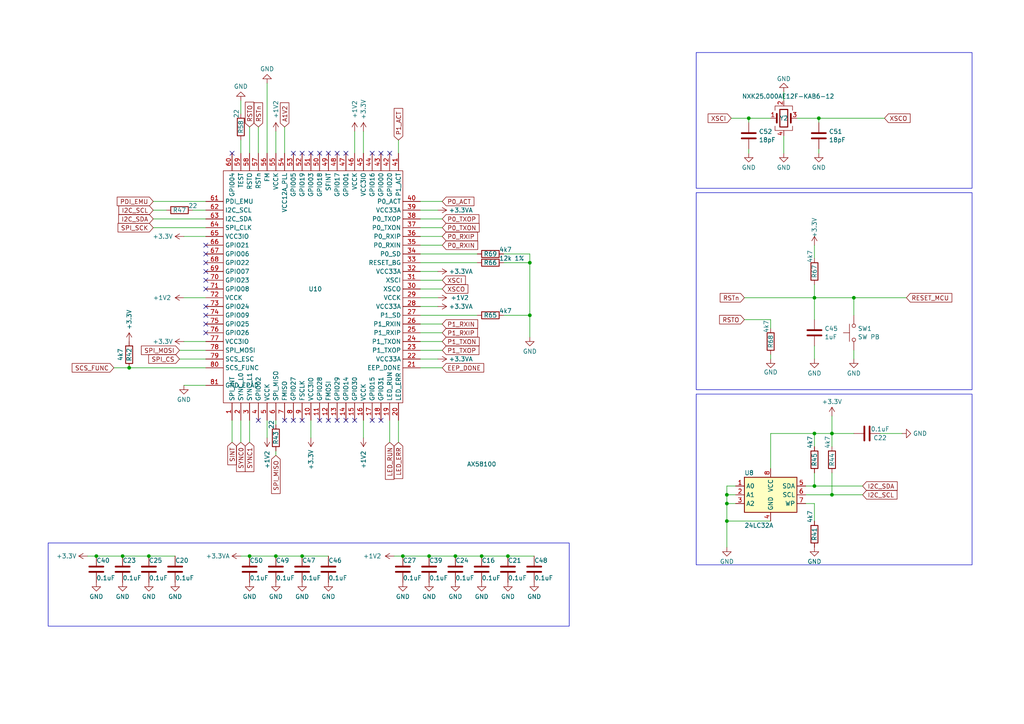
<source format=kicad_sch>
(kicad_sch
	(version 20231120)
	(generator "eeschema")
	(generator_version "8.0")
	(uuid "d01ee7a8-badb-421f-a195-8ebab99570c6")
	(paper "A4")
	(title_block
		(title "MetalMusings EaserCAT 3000")
	)
	(lib_symbols
		(symbol "Device:C"
			(pin_numbers hide)
			(pin_names
				(offset 0.254)
			)
			(exclude_from_sim no)
			(in_bom yes)
			(on_board yes)
			(property "Reference" "C"
				(at 0.635 2.54 0)
				(effects
					(font
						(size 1.27 1.27)
					)
					(justify left)
				)
			)
			(property "Value" "C"
				(at 0.635 -2.54 0)
				(effects
					(font
						(size 1.27 1.27)
					)
					(justify left)
				)
			)
			(property "Footprint" ""
				(at 0.9652 -3.81 0)
				(effects
					(font
						(size 1.27 1.27)
					)
					(hide yes)
				)
			)
			(property "Datasheet" "~"
				(at 0 0 0)
				(effects
					(font
						(size 1.27 1.27)
					)
					(hide yes)
				)
			)
			(property "Description" "Unpolarized capacitor"
				(at 0 0 0)
				(effects
					(font
						(size 1.27 1.27)
					)
					(hide yes)
				)
			)
			(property "ki_keywords" "cap capacitor"
				(at 0 0 0)
				(effects
					(font
						(size 1.27 1.27)
					)
					(hide yes)
				)
			)
			(property "ki_fp_filters" "C_*"
				(at 0 0 0)
				(effects
					(font
						(size 1.27 1.27)
					)
					(hide yes)
				)
			)
			(symbol "C_0_1"
				(polyline
					(pts
						(xy -2.032 -0.762) (xy 2.032 -0.762)
					)
					(stroke
						(width 0.508)
						(type default)
					)
					(fill
						(type none)
					)
				)
				(polyline
					(pts
						(xy -2.032 0.762) (xy 2.032 0.762)
					)
					(stroke
						(width 0.508)
						(type default)
					)
					(fill
						(type none)
					)
				)
			)
			(symbol "C_1_1"
				(pin passive line
					(at 0 3.81 270)
					(length 2.794)
					(name "~"
						(effects
							(font
								(size 1.27 1.27)
							)
						)
					)
					(number "1"
						(effects
							(font
								(size 1.27 1.27)
							)
						)
					)
				)
				(pin passive line
					(at 0 -3.81 90)
					(length 2.794)
					(name "~"
						(effects
							(font
								(size 1.27 1.27)
							)
						)
					)
					(number "2"
						(effects
							(font
								(size 1.27 1.27)
							)
						)
					)
				)
			)
		)
		(symbol "Device:Crystal_GND24"
			(pin_names
				(offset 1.016) hide)
			(exclude_from_sim no)
			(in_bom yes)
			(on_board yes)
			(property "Reference" "Y"
				(at 3.175 5.08 0)
				(effects
					(font
						(size 1.27 1.27)
					)
					(justify left)
				)
			)
			(property "Value" "Crystal_GND24"
				(at 3.175 3.175 0)
				(effects
					(font
						(size 1.27 1.27)
					)
					(justify left)
				)
			)
			(property "Footprint" ""
				(at 0 0 0)
				(effects
					(font
						(size 1.27 1.27)
					)
					(hide yes)
				)
			)
			(property "Datasheet" "~"
				(at 0 0 0)
				(effects
					(font
						(size 1.27 1.27)
					)
					(hide yes)
				)
			)
			(property "Description" "Four pin crystal, GND on pins 2 and 4"
				(at 0 0 0)
				(effects
					(font
						(size 1.27 1.27)
					)
					(hide yes)
				)
			)
			(property "ki_keywords" "quartz ceramic resonator oscillator"
				(at 0 0 0)
				(effects
					(font
						(size 1.27 1.27)
					)
					(hide yes)
				)
			)
			(property "ki_fp_filters" "Crystal*"
				(at 0 0 0)
				(effects
					(font
						(size 1.27 1.27)
					)
					(hide yes)
				)
			)
			(symbol "Crystal_GND24_0_1"
				(rectangle
					(start -1.143 2.54)
					(end 1.143 -2.54)
					(stroke
						(width 0.3048)
						(type default)
					)
					(fill
						(type none)
					)
				)
				(polyline
					(pts
						(xy -2.54 0) (xy -2.032 0)
					)
					(stroke
						(width 0)
						(type default)
					)
					(fill
						(type none)
					)
				)
				(polyline
					(pts
						(xy -2.032 -1.27) (xy -2.032 1.27)
					)
					(stroke
						(width 0.508)
						(type default)
					)
					(fill
						(type none)
					)
				)
				(polyline
					(pts
						(xy 0 -3.81) (xy 0 -3.556)
					)
					(stroke
						(width 0)
						(type default)
					)
					(fill
						(type none)
					)
				)
				(polyline
					(pts
						(xy 0 3.556) (xy 0 3.81)
					)
					(stroke
						(width 0)
						(type default)
					)
					(fill
						(type none)
					)
				)
				(polyline
					(pts
						(xy 2.032 -1.27) (xy 2.032 1.27)
					)
					(stroke
						(width 0.508)
						(type default)
					)
					(fill
						(type none)
					)
				)
				(polyline
					(pts
						(xy 2.032 0) (xy 2.54 0)
					)
					(stroke
						(width 0)
						(type default)
					)
					(fill
						(type none)
					)
				)
				(polyline
					(pts
						(xy -2.54 -2.286) (xy -2.54 -3.556) (xy 2.54 -3.556) (xy 2.54 -2.286)
					)
					(stroke
						(width 0)
						(type default)
					)
					(fill
						(type none)
					)
				)
				(polyline
					(pts
						(xy -2.54 2.286) (xy -2.54 3.556) (xy 2.54 3.556) (xy 2.54 2.286)
					)
					(stroke
						(width 0)
						(type default)
					)
					(fill
						(type none)
					)
				)
			)
			(symbol "Crystal_GND24_1_1"
				(pin passive line
					(at -3.81 0 0)
					(length 1.27)
					(name "1"
						(effects
							(font
								(size 1.27 1.27)
							)
						)
					)
					(number "1"
						(effects
							(font
								(size 1.27 1.27)
							)
						)
					)
				)
				(pin passive line
					(at 0 5.08 270)
					(length 1.27)
					(name "2"
						(effects
							(font
								(size 1.27 1.27)
							)
						)
					)
					(number "2"
						(effects
							(font
								(size 1.27 1.27)
							)
						)
					)
				)
				(pin passive line
					(at 3.81 0 180)
					(length 1.27)
					(name "3"
						(effects
							(font
								(size 1.27 1.27)
							)
						)
					)
					(number "3"
						(effects
							(font
								(size 1.27 1.27)
							)
						)
					)
				)
				(pin passive line
					(at 0 -5.08 90)
					(length 1.27)
					(name "4"
						(effects
							(font
								(size 1.27 1.27)
							)
						)
					)
					(number "4"
						(effects
							(font
								(size 1.27 1.27)
							)
						)
					)
				)
			)
		)
		(symbol "Device:R"
			(pin_numbers hide)
			(pin_names
				(offset 0)
			)
			(exclude_from_sim no)
			(in_bom yes)
			(on_board yes)
			(property "Reference" "R"
				(at 2.032 0 90)
				(effects
					(font
						(size 1.27 1.27)
					)
				)
			)
			(property "Value" "R"
				(at 0 0 90)
				(effects
					(font
						(size 1.27 1.27)
					)
				)
			)
			(property "Footprint" ""
				(at -1.778 0 90)
				(effects
					(font
						(size 1.27 1.27)
					)
					(hide yes)
				)
			)
			(property "Datasheet" "~"
				(at 0 0 0)
				(effects
					(font
						(size 1.27 1.27)
					)
					(hide yes)
				)
			)
			(property "Description" "Resistor"
				(at 0 0 0)
				(effects
					(font
						(size 1.27 1.27)
					)
					(hide yes)
				)
			)
			(property "ki_keywords" "R res resistor"
				(at 0 0 0)
				(effects
					(font
						(size 1.27 1.27)
					)
					(hide yes)
				)
			)
			(property "ki_fp_filters" "R_*"
				(at 0 0 0)
				(effects
					(font
						(size 1.27 1.27)
					)
					(hide yes)
				)
			)
			(symbol "R_0_1"
				(rectangle
					(start -1.016 -2.54)
					(end 1.016 2.54)
					(stroke
						(width 0.254)
						(type default)
					)
					(fill
						(type none)
					)
				)
			)
			(symbol "R_1_1"
				(pin passive line
					(at 0 3.81 270)
					(length 1.27)
					(name "~"
						(effects
							(font
								(size 1.27 1.27)
							)
						)
					)
					(number "1"
						(effects
							(font
								(size 1.27 1.27)
							)
						)
					)
				)
				(pin passive line
					(at 0 -3.81 90)
					(length 1.27)
					(name "~"
						(effects
							(font
								(size 1.27 1.27)
							)
						)
					)
					(number "2"
						(effects
							(font
								(size 1.27 1.27)
							)
						)
					)
				)
			)
		)
		(symbol "HakansLibrary:AX58100"
			(exclude_from_sim no)
			(in_bom yes)
			(on_board yes)
			(property "Reference" "U"
				(at 0 0 0)
				(effects
					(font
						(size 1.27 1.27)
					)
				)
			)
			(property "Value" ""
				(at 0 0 0)
				(effects
					(font
						(size 1.27 1.27)
					)
				)
			)
			(property "Footprint" ""
				(at 0 0 0)
				(effects
					(font
						(size 1.27 1.27)
					)
					(hide yes)
				)
			)
			(property "Datasheet" ""
				(at 0 0 0)
				(effects
					(font
						(size 1.27 1.27)
					)
					(hide yes)
				)
			)
			(property "Description" ""
				(at 0 0 0)
				(effects
					(font
						(size 1.27 1.27)
					)
					(hide yes)
				)
			)
			(symbol "AX58100_0_1"
				(rectangle
					(start -74.93 85.09)
					(end -22.86 17.78)
					(stroke
						(width 0)
						(type default)
					)
					(fill
						(type none)
					)
				)
			)
			(symbol "AX58100_1_0"
				(pin power_in line
					(at -80.01 22.86 0)
					(length 5.08)
					(name "GND_EPAD"
						(effects
							(font
								(size 1.27 1.27)
							)
						)
					)
					(number "81"
						(effects
							(font
								(size 1.27 1.27)
							)
						)
					)
				)
			)
			(symbol "AX58100_1_1"
				(pin output line
					(at -72.39 12.7 90)
					(length 5.08)
					(name "SPI_INT"
						(effects
							(font
								(size 1.27 1.27)
							)
						)
					)
					(number "1"
						(effects
							(font
								(size 1.27 1.27)
							)
						)
					)
				)
				(pin power_in line
					(at -49.53 12.7 90)
					(length 5.08)
					(name "VCC3IO"
						(effects
							(font
								(size 1.27 1.27)
							)
						)
					)
					(number "10"
						(effects
							(font
								(size 1.27 1.27)
							)
						)
					)
				)
				(pin bidirectional line
					(at -46.99 12.7 90)
					(length 5.08)
					(name "GPIO28"
						(effects
							(font
								(size 1.27 1.27)
							)
						)
					)
					(number "11"
						(effects
							(font
								(size 1.27 1.27)
							)
						)
					)
				)
				(pin input line
					(at -44.45 12.7 90)
					(length 5.08)
					(name "FMOSI"
						(effects
							(font
								(size 1.27 1.27)
							)
						)
					)
					(number "12"
						(effects
							(font
								(size 1.27 1.27)
							)
						)
					)
				)
				(pin bidirectional line
					(at -41.91 12.7 90)
					(length 5.08)
					(name "GPIO29"
						(effects
							(font
								(size 1.27 1.27)
							)
						)
					)
					(number "13"
						(effects
							(font
								(size 1.27 1.27)
							)
						)
					)
				)
				(pin bidirectional line
					(at -39.37 12.7 90)
					(length 5.08)
					(name "GPIO14"
						(effects
							(font
								(size 1.27 1.27)
							)
						)
					)
					(number "14"
						(effects
							(font
								(size 1.27 1.27)
							)
						)
					)
				)
				(pin bidirectional line
					(at -36.83 12.7 90)
					(length 5.08)
					(name "GPIO30"
						(effects
							(font
								(size 1.27 1.27)
							)
						)
					)
					(number "15"
						(effects
							(font
								(size 1.27 1.27)
							)
						)
					)
				)
				(pin power_in line
					(at -34.29 12.7 90)
					(length 5.08)
					(name "VCCK"
						(effects
							(font
								(size 1.27 1.27)
							)
						)
					)
					(number "16"
						(effects
							(font
								(size 1.27 1.27)
							)
						)
					)
				)
				(pin bidirectional line
					(at -31.75 12.7 90)
					(length 5.08)
					(name "GPIO15"
						(effects
							(font
								(size 1.27 1.27)
							)
						)
					)
					(number "17"
						(effects
							(font
								(size 1.27 1.27)
							)
						)
					)
				)
				(pin bidirectional line
					(at -29.21 12.7 90)
					(length 5.08)
					(name "GPIO31"
						(effects
							(font
								(size 1.27 1.27)
							)
						)
					)
					(number "18"
						(effects
							(font
								(size 1.27 1.27)
							)
						)
					)
				)
				(pin bidirectional line
					(at -26.67 12.7 90)
					(length 5.08)
					(name "LED_RUN"
						(effects
							(font
								(size 1.27 1.27)
							)
						)
					)
					(number "19"
						(effects
							(font
								(size 1.27 1.27)
							)
						)
					)
				)
				(pin bidirectional line
					(at -69.85 12.7 90)
					(length 5.08)
					(name "SYNC_L0"
						(effects
							(font
								(size 1.27 1.27)
							)
						)
					)
					(number "2"
						(effects
							(font
								(size 1.27 1.27)
							)
						)
					)
				)
				(pin bidirectional line
					(at -24.13 12.7 90)
					(length 5.08)
					(name "LED_ERR"
						(effects
							(font
								(size 1.27 1.27)
							)
						)
					)
					(number "20"
						(effects
							(font
								(size 1.27 1.27)
							)
						)
					)
				)
				(pin output line
					(at -17.78 27.94 180)
					(length 5.08)
					(name "EEP_DONE"
						(effects
							(font
								(size 1.27 1.27)
							)
						)
					)
					(number "21"
						(effects
							(font
								(size 1.27 1.27)
							)
						)
					)
				)
				(pin power_in line
					(at -17.78 30.48 180)
					(length 5.08)
					(name "VCC33A"
						(effects
							(font
								(size 1.27 1.27)
							)
						)
					)
					(number "22"
						(effects
							(font
								(size 1.27 1.27)
							)
						)
					)
				)
				(pin bidirectional line
					(at -17.78 33.02 180)
					(length 5.08)
					(name "P1_TXOP"
						(effects
							(font
								(size 1.27 1.27)
							)
						)
					)
					(number "23"
						(effects
							(font
								(size 1.27 1.27)
							)
						)
					)
				)
				(pin bidirectional line
					(at -17.78 35.56 180)
					(length 5.08)
					(name "P1_TXON"
						(effects
							(font
								(size 1.27 1.27)
							)
						)
					)
					(number "24"
						(effects
							(font
								(size 1.27 1.27)
							)
						)
					)
				)
				(pin bidirectional line
					(at -17.78 38.1 180)
					(length 5.08)
					(name "P1_RXIP"
						(effects
							(font
								(size 1.27 1.27)
							)
						)
					)
					(number "25"
						(effects
							(font
								(size 1.27 1.27)
							)
						)
					)
				)
				(pin bidirectional line
					(at -17.78 40.64 180)
					(length 5.08)
					(name "P1_RXIN"
						(effects
							(font
								(size 1.27 1.27)
							)
						)
					)
					(number "26"
						(effects
							(font
								(size 1.27 1.27)
							)
						)
					)
				)
				(pin bidirectional line
					(at -17.78 43.18 180)
					(length 5.08)
					(name "P1_SD"
						(effects
							(font
								(size 1.27 1.27)
							)
						)
					)
					(number "27"
						(effects
							(font
								(size 1.27 1.27)
							)
						)
					)
				)
				(pin power_in line
					(at -17.78 45.72 180)
					(length 5.08)
					(name "VCC33A"
						(effects
							(font
								(size 1.27 1.27)
							)
						)
					)
					(number "28"
						(effects
							(font
								(size 1.27 1.27)
							)
						)
					)
				)
				(pin power_in line
					(at -17.78 48.26 180)
					(length 5.08)
					(name "VCCK"
						(effects
							(font
								(size 1.27 1.27)
							)
						)
					)
					(number "29"
						(effects
							(font
								(size 1.27 1.27)
							)
						)
					)
				)
				(pin bidirectional line
					(at -67.31 12.7 90)
					(length 5.08)
					(name "SYNC_L1"
						(effects
							(font
								(size 1.27 1.27)
							)
						)
					)
					(number "3"
						(effects
							(font
								(size 1.27 1.27)
							)
						)
					)
				)
				(pin bidirectional line
					(at -17.78 50.8 180)
					(length 5.08)
					(name "XSCO"
						(effects
							(font
								(size 1.27 1.27)
							)
						)
					)
					(number "30"
						(effects
							(font
								(size 1.27 1.27)
							)
						)
					)
				)
				(pin input line
					(at -17.78 53.34 180)
					(length 5.08)
					(name "XSCI"
						(effects
							(font
								(size 1.27 1.27)
							)
						)
					)
					(number "31"
						(effects
							(font
								(size 1.27 1.27)
							)
						)
					)
				)
				(pin power_in line
					(at -17.78 55.88 180)
					(length 5.08)
					(name "VCC33A"
						(effects
							(font
								(size 1.27 1.27)
							)
						)
					)
					(number "32"
						(effects
							(font
								(size 1.27 1.27)
							)
						)
					)
				)
				(pin output line
					(at -17.78 58.42 180)
					(length 5.08)
					(name "RESET_BG"
						(effects
							(font
								(size 1.27 1.27)
							)
						)
					)
					(number "33"
						(effects
							(font
								(size 1.27 1.27)
							)
						)
					)
				)
				(pin bidirectional line
					(at -17.78 60.96 180)
					(length 5.08)
					(name "P0_SD"
						(effects
							(font
								(size 1.27 1.27)
							)
						)
					)
					(number "34"
						(effects
							(font
								(size 1.27 1.27)
							)
						)
					)
				)
				(pin bidirectional line
					(at -17.78 63.5 180)
					(length 5.08)
					(name "P0_RXIN"
						(effects
							(font
								(size 1.27 1.27)
							)
						)
					)
					(number "35"
						(effects
							(font
								(size 1.27 1.27)
							)
						)
					)
				)
				(pin bidirectional line
					(at -17.78 66.04 180)
					(length 5.08)
					(name "P0_RXIP"
						(effects
							(font
								(size 1.27 1.27)
							)
						)
					)
					(number "36"
						(effects
							(font
								(size 1.27 1.27)
							)
						)
					)
				)
				(pin bidirectional line
					(at -17.78 68.58 180)
					(length 5.08)
					(name "P0_TXON"
						(effects
							(font
								(size 1.27 1.27)
							)
						)
					)
					(number "37"
						(effects
							(font
								(size 1.27 1.27)
							)
						)
					)
				)
				(pin bidirectional line
					(at -17.78 71.12 180)
					(length 5.08)
					(name "P0_TXOP"
						(effects
							(font
								(size 1.27 1.27)
							)
						)
					)
					(number "38"
						(effects
							(font
								(size 1.27 1.27)
							)
						)
					)
				)
				(pin power_in line
					(at -17.78 73.66 180)
					(length 5.08)
					(name "VCC33A"
						(effects
							(font
								(size 1.27 1.27)
							)
						)
					)
					(number "39"
						(effects
							(font
								(size 1.27 1.27)
							)
						)
					)
				)
				(pin bidirectional line
					(at -64.77 12.7 90)
					(length 5.08)
					(name "GPIO02"
						(effects
							(font
								(size 1.27 1.27)
							)
						)
					)
					(number "4"
						(effects
							(font
								(size 1.27 1.27)
							)
						)
					)
				)
				(pin bidirectional line
					(at -17.78 76.2 180)
					(length 5.08)
					(name "P0_ACT"
						(effects
							(font
								(size 1.27 1.27)
							)
						)
					)
					(number "40"
						(effects
							(font
								(size 1.27 1.27)
							)
						)
					)
				)
				(pin input line
					(at -24.13 90.17 270)
					(length 5.08)
					(name "P1_ACT"
						(effects
							(font
								(size 1.27 1.27)
							)
						)
					)
					(number "41"
						(effects
							(font
								(size 1.27 1.27)
							)
						)
					)
				)
				(pin bidirectional line
					(at -26.67 90.17 270)
					(length 5.08)
					(name "GPIO20"
						(effects
							(font
								(size 1.27 1.27)
							)
						)
					)
					(number "42"
						(effects
							(font
								(size 1.27 1.27)
							)
						)
					)
				)
				(pin bidirectional line
					(at -29.21 90.17 270)
					(length 5.08)
					(name "GPIO00"
						(effects
							(font
								(size 1.27 1.27)
							)
						)
					)
					(number "43"
						(effects
							(font
								(size 1.27 1.27)
							)
						)
					)
				)
				(pin bidirectional line
					(at -31.75 90.17 270)
					(length 5.08)
					(name "GPIO16"
						(effects
							(font
								(size 1.27 1.27)
							)
						)
					)
					(number "44"
						(effects
							(font
								(size 1.27 1.27)
							)
						)
					)
				)
				(pin power_in line
					(at -34.29 90.17 270)
					(length 5.08)
					(name "VCC3IO"
						(effects
							(font
								(size 1.27 1.27)
							)
						)
					)
					(number "45"
						(effects
							(font
								(size 1.27 1.27)
							)
						)
					)
				)
				(pin power_in line
					(at -36.83 90.17 270)
					(length 5.08)
					(name "VCCK"
						(effects
							(font
								(size 1.27 1.27)
							)
						)
					)
					(number "46"
						(effects
							(font
								(size 1.27 1.27)
							)
						)
					)
				)
				(pin bidirectional line
					(at -39.37 90.17 270)
					(length 5.08)
					(name "GPIO01"
						(effects
							(font
								(size 1.27 1.27)
							)
						)
					)
					(number "47"
						(effects
							(font
								(size 1.27 1.27)
							)
						)
					)
				)
				(pin bidirectional line
					(at -41.91 90.17 270)
					(length 5.08)
					(name "GPIO17"
						(effects
							(font
								(size 1.27 1.27)
							)
						)
					)
					(number "48"
						(effects
							(font
								(size 1.27 1.27)
							)
						)
					)
				)
				(pin output line
					(at -44.45 90.17 270)
					(length 5.08)
					(name "SFINT"
						(effects
							(font
								(size 1.27 1.27)
							)
						)
					)
					(number "49"
						(effects
							(font
								(size 1.27 1.27)
							)
						)
					)
				)
				(pin power_in line
					(at -62.23 12.7 90)
					(length 5.08)
					(name "VCCK"
						(effects
							(font
								(size 1.27 1.27)
							)
						)
					)
					(number "5"
						(effects
							(font
								(size 1.27 1.27)
							)
						)
					)
				)
				(pin bidirectional line
					(at -46.99 90.17 270)
					(length 5.08)
					(name "GPIO18"
						(effects
							(font
								(size 1.27 1.27)
							)
						)
					)
					(number "50"
						(effects
							(font
								(size 1.27 1.27)
							)
						)
					)
				)
				(pin passive line
					(at -49.53 90.17 270)
					(length 5.08)
					(name "GPIO03"
						(effects
							(font
								(size 1.27 1.27)
							)
						)
					)
					(number "51"
						(effects
							(font
								(size 1.27 1.27)
							)
						)
					)
				)
				(pin bidirectional line
					(at -52.07 90.17 270)
					(length 5.08)
					(name "GPIO19"
						(effects
							(font
								(size 1.27 1.27)
							)
						)
					)
					(number "52"
						(effects
							(font
								(size 1.27 1.27)
							)
						)
					)
				)
				(pin bidirectional line
					(at -54.61 90.17 270)
					(length 5.08)
					(name "GPIO05"
						(effects
							(font
								(size 1.27 1.27)
							)
						)
					)
					(number "53"
						(effects
							(font
								(size 1.27 1.27)
							)
						)
					)
				)
				(pin power_in line
					(at -57.15 90.17 270)
					(length 5.08)
					(name "VCC12A_PLL"
						(effects
							(font
								(size 1.27 1.27)
							)
						)
					)
					(number "54"
						(effects
							(font
								(size 1.27 1.27)
							)
						)
					)
				)
				(pin power_in line
					(at -59.69 90.17 270)
					(length 5.08)
					(name "VCCK"
						(effects
							(font
								(size 1.27 1.27)
							)
						)
					)
					(number "55"
						(effects
							(font
								(size 1.27 1.27)
							)
						)
					)
				)
				(pin input line
					(at -62.23 90.17 270)
					(length 5.08)
					(name "FM"
						(effects
							(font
								(size 1.27 1.27)
							)
						)
					)
					(number "56"
						(effects
							(font
								(size 1.27 1.27)
							)
						)
					)
				)
				(pin input line
					(at -64.77 90.17 270)
					(length 5.08)
					(name "RSTn"
						(effects
							(font
								(size 1.27 1.27)
							)
						)
					)
					(number "57"
						(effects
							(font
								(size 1.27 1.27)
							)
						)
					)
				)
				(pin output line
					(at -67.31 90.17 270)
					(length 5.08)
					(name "RSTO"
						(effects
							(font
								(size 1.27 1.27)
							)
						)
					)
					(number "58"
						(effects
							(font
								(size 1.27 1.27)
							)
						)
					)
				)
				(pin input line
					(at -69.85 90.17 270)
					(length 5.08)
					(name "TEST"
						(effects
							(font
								(size 1.27 1.27)
							)
						)
					)
					(number "59"
						(effects
							(font
								(size 1.27 1.27)
							)
						)
					)
				)
				(pin output line
					(at -59.69 12.7 90)
					(length 5.08)
					(name "SPI_MISO"
						(effects
							(font
								(size 1.27 1.27)
							)
						)
					)
					(number "6"
						(effects
							(font
								(size 1.27 1.27)
							)
						)
					)
				)
				(pin bidirectional line
					(at -72.39 90.17 270)
					(length 5.08)
					(name "GPIO04"
						(effects
							(font
								(size 1.27 1.27)
							)
						)
					)
					(number "60"
						(effects
							(font
								(size 1.27 1.27)
							)
						)
					)
				)
				(pin input line
					(at -80.01 76.2 0)
					(length 5.08)
					(name "PDI_EMU"
						(effects
							(font
								(size 1.27 1.27)
							)
						)
					)
					(number "61"
						(effects
							(font
								(size 1.27 1.27)
							)
						)
					)
				)
				(pin output line
					(at -80.01 73.66 0)
					(length 5.08)
					(name "I2C_SCL"
						(effects
							(font
								(size 1.27 1.27)
							)
						)
					)
					(number "62"
						(effects
							(font
								(size 1.27 1.27)
							)
						)
					)
				)
				(pin bidirectional line
					(at -80.01 71.12 0)
					(length 5.08)
					(name "I2C_SDA"
						(effects
							(font
								(size 1.27 1.27)
							)
						)
					)
					(number "63"
						(effects
							(font
								(size 1.27 1.27)
							)
						)
					)
				)
				(pin input line
					(at -80.01 68.58 0)
					(length 5.08)
					(name "SPI_CLK"
						(effects
							(font
								(size 1.27 1.27)
							)
						)
					)
					(number "64"
						(effects
							(font
								(size 1.27 1.27)
							)
						)
					)
				)
				(pin power_in line
					(at -80.01 66.04 0)
					(length 5.08)
					(name "VCC3IO"
						(effects
							(font
								(size 1.27 1.27)
							)
						)
					)
					(number "65"
						(effects
							(font
								(size 1.27 1.27)
							)
						)
					)
				)
				(pin bidirectional line
					(at -80.01 63.5 0)
					(length 5.08)
					(name "GPIO21"
						(effects
							(font
								(size 1.27 1.27)
							)
						)
					)
					(number "66"
						(effects
							(font
								(size 1.27 1.27)
							)
						)
					)
				)
				(pin bidirectional line
					(at -80.01 60.96 0)
					(length 5.08)
					(name "GPIO06"
						(effects
							(font
								(size 1.27 1.27)
							)
						)
					)
					(number "67"
						(effects
							(font
								(size 1.27 1.27)
							)
						)
					)
				)
				(pin bidirectional line
					(at -80.01 58.42 0)
					(length 5.08)
					(name "GPIO22"
						(effects
							(font
								(size 1.27 1.27)
							)
						)
					)
					(number "68"
						(effects
							(font
								(size 1.27 1.27)
							)
						)
					)
				)
				(pin bidirectional line
					(at -80.01 55.88 0)
					(length 5.08)
					(name "GPIO07"
						(effects
							(font
								(size 1.27 1.27)
							)
						)
					)
					(number "69"
						(effects
							(font
								(size 1.27 1.27)
							)
						)
					)
				)
				(pin output line
					(at -57.15 12.7 90)
					(length 5.08)
					(name "FMISO"
						(effects
							(font
								(size 1.27 1.27)
							)
						)
					)
					(number "7"
						(effects
							(font
								(size 1.27 1.27)
							)
						)
					)
				)
				(pin bidirectional line
					(at -80.01 53.34 0)
					(length 5.08)
					(name "GPIO23"
						(effects
							(font
								(size 1.27 1.27)
							)
						)
					)
					(number "70"
						(effects
							(font
								(size 1.27 1.27)
							)
						)
					)
				)
				(pin bidirectional line
					(at -80.01 50.8 0)
					(length 5.08)
					(name "GPIO08"
						(effects
							(font
								(size 1.27 1.27)
							)
						)
					)
					(number "71"
						(effects
							(font
								(size 1.27 1.27)
							)
						)
					)
				)
				(pin power_in line
					(at -80.01 48.26 0)
					(length 5.08)
					(name "VCCK"
						(effects
							(font
								(size 1.27 1.27)
							)
						)
					)
					(number "72"
						(effects
							(font
								(size 1.27 1.27)
							)
						)
					)
				)
				(pin bidirectional line
					(at -80.01 45.72 0)
					(length 5.08)
					(name "GPIO24"
						(effects
							(font
								(size 1.27 1.27)
							)
						)
					)
					(number "73"
						(effects
							(font
								(size 1.27 1.27)
							)
						)
					)
				)
				(pin bidirectional line
					(at -80.01 43.18 0)
					(length 5.08)
					(name "GPIO09"
						(effects
							(font
								(size 1.27 1.27)
							)
						)
					)
					(number "74"
						(effects
							(font
								(size 1.27 1.27)
							)
						)
					)
				)
				(pin bidirectional line
					(at -80.01 40.64 0)
					(length 5.08)
					(name "GPIO25"
						(effects
							(font
								(size 1.27 1.27)
							)
						)
					)
					(number "75"
						(effects
							(font
								(size 1.27 1.27)
							)
						)
					)
				)
				(pin bidirectional line
					(at -80.01 38.1 0)
					(length 5.08)
					(name "GPIO26"
						(effects
							(font
								(size 1.27 1.27)
							)
						)
					)
					(number "76"
						(effects
							(font
								(size 1.27 1.27)
							)
						)
					)
				)
				(pin power_in line
					(at -80.01 35.56 0)
					(length 5.08)
					(name "VCC3IO"
						(effects
							(font
								(size 1.27 1.27)
							)
						)
					)
					(number "77"
						(effects
							(font
								(size 1.27 1.27)
							)
						)
					)
				)
				(pin input line
					(at -80.01 33.02 0)
					(length 5.08)
					(name "SPI_MOSI"
						(effects
							(font
								(size 1.27 1.27)
							)
						)
					)
					(number "78"
						(effects
							(font
								(size 1.27 1.27)
							)
						)
					)
				)
				(pin input line
					(at -80.01 30.48 0)
					(length 5.08)
					(name "SCS_ESC"
						(effects
							(font
								(size 1.27 1.27)
							)
						)
					)
					(number "79"
						(effects
							(font
								(size 1.27 1.27)
							)
						)
					)
				)
				(pin bidirectional line
					(at -54.61 12.7 90)
					(length 5.08)
					(name "GPIO27"
						(effects
							(font
								(size 1.27 1.27)
							)
						)
					)
					(number "8"
						(effects
							(font
								(size 1.27 1.27)
							)
						)
					)
				)
				(pin input line
					(at -80.01 27.94 0)
					(length 5.08)
					(name "SCS_FUNC"
						(effects
							(font
								(size 1.27 1.27)
							)
						)
					)
					(number "80"
						(effects
							(font
								(size 1.27 1.27)
							)
						)
					)
				)
				(pin input line
					(at -52.07 12.7 90)
					(length 5.08)
					(name "FSCLK"
						(effects
							(font
								(size 1.27 1.27)
							)
						)
					)
					(number "9"
						(effects
							(font
								(size 1.27 1.27)
							)
						)
					)
				)
			)
		)
		(symbol "Memory_EEPROM:AT24CS32-SSHM"
			(exclude_from_sim no)
			(in_bom yes)
			(on_board yes)
			(property "Reference" "U"
				(at -7.62 6.35 0)
				(effects
					(font
						(size 1.27 1.27)
					)
				)
			)
			(property "Value" "AT24CS32-SSHM"
				(at 2.54 -6.35 0)
				(effects
					(font
						(size 1.27 1.27)
					)
					(justify left)
				)
			)
			(property "Footprint" "Package_SO:SOIC-8_3.9x4.9mm_P1.27mm"
				(at 0 0 0)
				(effects
					(font
						(size 1.27 1.27)
					)
					(hide yes)
				)
			)
			(property "Datasheet" "http://ww1.microchip.com/downloads/en/DeviceDoc/Atmel-8869-SEEPROM-AT24CS32-Datasheet.pdf"
				(at 0 0 0)
				(effects
					(font
						(size 1.27 1.27)
					)
					(hide yes)
				)
			)
			(property "Description" "I2C Serial EEPROM, 32Kb (4096x8) with Unique Serial Number, SO8"
				(at 0 0 0)
				(effects
					(font
						(size 1.27 1.27)
					)
					(hide yes)
				)
			)
			(property "ki_keywords" "I2C Serial EEPROM Nonvolatile Memory"
				(at 0 0 0)
				(effects
					(font
						(size 1.27 1.27)
					)
					(hide yes)
				)
			)
			(property "ki_fp_filters" "SOIC*3.9x4.9mm*P1.27mm*"
				(at 0 0 0)
				(effects
					(font
						(size 1.27 1.27)
					)
					(hide yes)
				)
			)
			(symbol "AT24CS32-SSHM_1_1"
				(rectangle
					(start -7.62 5.08)
					(end 7.62 -5.08)
					(stroke
						(width 0.254)
						(type default)
					)
					(fill
						(type background)
					)
				)
				(pin input line
					(at -10.16 2.54 0)
					(length 2.54)
					(name "A0"
						(effects
							(font
								(size 1.27 1.27)
							)
						)
					)
					(number "1"
						(effects
							(font
								(size 1.27 1.27)
							)
						)
					)
				)
				(pin input line
					(at -10.16 0 0)
					(length 2.54)
					(name "A1"
						(effects
							(font
								(size 1.27 1.27)
							)
						)
					)
					(number "2"
						(effects
							(font
								(size 1.27 1.27)
							)
						)
					)
				)
				(pin input line
					(at -10.16 -2.54 0)
					(length 2.54)
					(name "A2"
						(effects
							(font
								(size 1.27 1.27)
							)
						)
					)
					(number "3"
						(effects
							(font
								(size 1.27 1.27)
							)
						)
					)
				)
				(pin power_in line
					(at 0 -7.62 90)
					(length 2.54)
					(name "GND"
						(effects
							(font
								(size 1.27 1.27)
							)
						)
					)
					(number "4"
						(effects
							(font
								(size 1.27 1.27)
							)
						)
					)
				)
				(pin bidirectional line
					(at 10.16 2.54 180)
					(length 2.54)
					(name "SDA"
						(effects
							(font
								(size 1.27 1.27)
							)
						)
					)
					(number "5"
						(effects
							(font
								(size 1.27 1.27)
							)
						)
					)
				)
				(pin input line
					(at 10.16 0 180)
					(length 2.54)
					(name "SCL"
						(effects
							(font
								(size 1.27 1.27)
							)
						)
					)
					(number "6"
						(effects
							(font
								(size 1.27 1.27)
							)
						)
					)
				)
				(pin input line
					(at 10.16 -2.54 180)
					(length 2.54)
					(name "WP"
						(effects
							(font
								(size 1.27 1.27)
							)
						)
					)
					(number "7"
						(effects
							(font
								(size 1.27 1.27)
							)
						)
					)
				)
				(pin power_in line
					(at 0 7.62 270)
					(length 2.54)
					(name "VCC"
						(effects
							(font
								(size 1.27 1.27)
							)
						)
					)
					(number "8"
						(effects
							(font
								(size 1.27 1.27)
							)
						)
					)
				)
			)
		)
		(symbol "Switch:SW_Push"
			(pin_numbers hide)
			(pin_names
				(offset 1.016) hide)
			(exclude_from_sim no)
			(in_bom yes)
			(on_board yes)
			(property "Reference" "SW"
				(at 1.27 2.54 0)
				(effects
					(font
						(size 1.27 1.27)
					)
					(justify left)
				)
			)
			(property "Value" "SW_Push"
				(at 0 -1.524 0)
				(effects
					(font
						(size 1.27 1.27)
					)
				)
			)
			(property "Footprint" ""
				(at 0 5.08 0)
				(effects
					(font
						(size 1.27 1.27)
					)
					(hide yes)
				)
			)
			(property "Datasheet" "~"
				(at 0 5.08 0)
				(effects
					(font
						(size 1.27 1.27)
					)
					(hide yes)
				)
			)
			(property "Description" "Push button switch, generic, two pins"
				(at 0 0 0)
				(effects
					(font
						(size 1.27 1.27)
					)
					(hide yes)
				)
			)
			(property "ki_keywords" "switch normally-open pushbutton push-button"
				(at 0 0 0)
				(effects
					(font
						(size 1.27 1.27)
					)
					(hide yes)
				)
			)
			(symbol "SW_Push_0_1"
				(circle
					(center -2.032 0)
					(radius 0.508)
					(stroke
						(width 0)
						(type default)
					)
					(fill
						(type none)
					)
				)
				(polyline
					(pts
						(xy 0 1.27) (xy 0 3.048)
					)
					(stroke
						(width 0)
						(type default)
					)
					(fill
						(type none)
					)
				)
				(polyline
					(pts
						(xy 2.54 1.27) (xy -2.54 1.27)
					)
					(stroke
						(width 0)
						(type default)
					)
					(fill
						(type none)
					)
				)
				(circle
					(center 2.032 0)
					(radius 0.508)
					(stroke
						(width 0)
						(type default)
					)
					(fill
						(type none)
					)
				)
				(pin passive line
					(at -5.08 0 0)
					(length 2.54)
					(name "1"
						(effects
							(font
								(size 1.27 1.27)
							)
						)
					)
					(number "1"
						(effects
							(font
								(size 1.27 1.27)
							)
						)
					)
				)
				(pin passive line
					(at 5.08 0 180)
					(length 2.54)
					(name "2"
						(effects
							(font
								(size 1.27 1.27)
							)
						)
					)
					(number "2"
						(effects
							(font
								(size 1.27 1.27)
							)
						)
					)
				)
			)
		)
		(symbol "power:+1V2"
			(power)
			(pin_names
				(offset 0)
			)
			(exclude_from_sim no)
			(in_bom yes)
			(on_board yes)
			(property "Reference" "#PWR"
				(at 0 -3.81 0)
				(effects
					(font
						(size 1.27 1.27)
					)
					(hide yes)
				)
			)
			(property "Value" "+1V2"
				(at 0 3.556 0)
				(effects
					(font
						(size 1.27 1.27)
					)
				)
			)
			(property "Footprint" ""
				(at 0 0 0)
				(effects
					(font
						(size 1.27 1.27)
					)
					(hide yes)
				)
			)
			(property "Datasheet" ""
				(at 0 0 0)
				(effects
					(font
						(size 1.27 1.27)
					)
					(hide yes)
				)
			)
			(property "Description" "Power symbol creates a global label with name \"+1V2\""
				(at 0 0 0)
				(effects
					(font
						(size 1.27 1.27)
					)
					(hide yes)
				)
			)
			(property "ki_keywords" "global power"
				(at 0 0 0)
				(effects
					(font
						(size 1.27 1.27)
					)
					(hide yes)
				)
			)
			(symbol "+1V2_0_1"
				(polyline
					(pts
						(xy -0.762 1.27) (xy 0 2.54)
					)
					(stroke
						(width 0)
						(type default)
					)
					(fill
						(type none)
					)
				)
				(polyline
					(pts
						(xy 0 0) (xy 0 2.54)
					)
					(stroke
						(width 0)
						(type default)
					)
					(fill
						(type none)
					)
				)
				(polyline
					(pts
						(xy 0 2.54) (xy 0.762 1.27)
					)
					(stroke
						(width 0)
						(type default)
					)
					(fill
						(type none)
					)
				)
			)
			(symbol "+1V2_1_1"
				(pin power_in line
					(at 0 0 90)
					(length 0) hide
					(name "+1V2"
						(effects
							(font
								(size 1.27 1.27)
							)
						)
					)
					(number "1"
						(effects
							(font
								(size 1.27 1.27)
							)
						)
					)
				)
			)
		)
		(symbol "power:+3.3V"
			(power)
			(pin_names
				(offset 0)
			)
			(exclude_from_sim no)
			(in_bom yes)
			(on_board yes)
			(property "Reference" "#PWR"
				(at 0 -3.81 0)
				(effects
					(font
						(size 1.27 1.27)
					)
					(hide yes)
				)
			)
			(property "Value" "+3.3V"
				(at 0 3.556 0)
				(effects
					(font
						(size 1.27 1.27)
					)
				)
			)
			(property "Footprint" ""
				(at 0 0 0)
				(effects
					(font
						(size 1.27 1.27)
					)
					(hide yes)
				)
			)
			(property "Datasheet" ""
				(at 0 0 0)
				(effects
					(font
						(size 1.27 1.27)
					)
					(hide yes)
				)
			)
			(property "Description" "Power symbol creates a global label with name \"+3.3V\""
				(at 0 0 0)
				(effects
					(font
						(size 1.27 1.27)
					)
					(hide yes)
				)
			)
			(property "ki_keywords" "global power"
				(at 0 0 0)
				(effects
					(font
						(size 1.27 1.27)
					)
					(hide yes)
				)
			)
			(symbol "+3.3V_0_1"
				(polyline
					(pts
						(xy -0.762 1.27) (xy 0 2.54)
					)
					(stroke
						(width 0)
						(type default)
					)
					(fill
						(type none)
					)
				)
				(polyline
					(pts
						(xy 0 0) (xy 0 2.54)
					)
					(stroke
						(width 0)
						(type default)
					)
					(fill
						(type none)
					)
				)
				(polyline
					(pts
						(xy 0 2.54) (xy 0.762 1.27)
					)
					(stroke
						(width 0)
						(type default)
					)
					(fill
						(type none)
					)
				)
			)
			(symbol "+3.3V_1_1"
				(pin power_in line
					(at 0 0 90)
					(length 0) hide
					(name "+3.3V"
						(effects
							(font
								(size 1.27 1.27)
							)
						)
					)
					(number "1"
						(effects
							(font
								(size 1.27 1.27)
							)
						)
					)
				)
			)
		)
		(symbol "power:+3.3VA"
			(power)
			(pin_names
				(offset 0)
			)
			(exclude_from_sim no)
			(in_bom yes)
			(on_board yes)
			(property "Reference" "#PWR"
				(at 0 -3.81 0)
				(effects
					(font
						(size 1.27 1.27)
					)
					(hide yes)
				)
			)
			(property "Value" "+3.3VA"
				(at 0 3.556 0)
				(effects
					(font
						(size 1.27 1.27)
					)
				)
			)
			(property "Footprint" ""
				(at 0 0 0)
				(effects
					(font
						(size 1.27 1.27)
					)
					(hide yes)
				)
			)
			(property "Datasheet" ""
				(at 0 0 0)
				(effects
					(font
						(size 1.27 1.27)
					)
					(hide yes)
				)
			)
			(property "Description" "Power symbol creates a global label with name \"+3.3VA\""
				(at 0 0 0)
				(effects
					(font
						(size 1.27 1.27)
					)
					(hide yes)
				)
			)
			(property "ki_keywords" "global power"
				(at 0 0 0)
				(effects
					(font
						(size 1.27 1.27)
					)
					(hide yes)
				)
			)
			(symbol "+3.3VA_0_1"
				(polyline
					(pts
						(xy -0.762 1.27) (xy 0 2.54)
					)
					(stroke
						(width 0)
						(type default)
					)
					(fill
						(type none)
					)
				)
				(polyline
					(pts
						(xy 0 0) (xy 0 2.54)
					)
					(stroke
						(width 0)
						(type default)
					)
					(fill
						(type none)
					)
				)
				(polyline
					(pts
						(xy 0 2.54) (xy 0.762 1.27)
					)
					(stroke
						(width 0)
						(type default)
					)
					(fill
						(type none)
					)
				)
			)
			(symbol "+3.3VA_1_1"
				(pin power_in line
					(at 0 0 90)
					(length 0) hide
					(name "+3.3VA"
						(effects
							(font
								(size 1.27 1.27)
							)
						)
					)
					(number "1"
						(effects
							(font
								(size 1.27 1.27)
							)
						)
					)
				)
			)
		)
		(symbol "power:GND"
			(power)
			(pin_names
				(offset 0)
			)
			(exclude_from_sim no)
			(in_bom yes)
			(on_board yes)
			(property "Reference" "#PWR"
				(at 0 -6.35 0)
				(effects
					(font
						(size 1.27 1.27)
					)
					(hide yes)
				)
			)
			(property "Value" "GND"
				(at 0 -3.81 0)
				(effects
					(font
						(size 1.27 1.27)
					)
				)
			)
			(property "Footprint" ""
				(at 0 0 0)
				(effects
					(font
						(size 1.27 1.27)
					)
					(hide yes)
				)
			)
			(property "Datasheet" ""
				(at 0 0 0)
				(effects
					(font
						(size 1.27 1.27)
					)
					(hide yes)
				)
			)
			(property "Description" "Power symbol creates a global label with name \"GND\" , ground"
				(at 0 0 0)
				(effects
					(font
						(size 1.27 1.27)
					)
					(hide yes)
				)
			)
			(property "ki_keywords" "global power"
				(at 0 0 0)
				(effects
					(font
						(size 1.27 1.27)
					)
					(hide yes)
				)
			)
			(symbol "GND_0_1"
				(polyline
					(pts
						(xy 0 0) (xy 0 -1.27) (xy 1.27 -1.27) (xy 0 -2.54) (xy -1.27 -1.27) (xy 0 -1.27)
					)
					(stroke
						(width 0)
						(type default)
					)
					(fill
						(type none)
					)
				)
			)
			(symbol "GND_1_1"
				(pin power_in line
					(at 0 0 270)
					(length 0) hide
					(name "GND"
						(effects
							(font
								(size 1.27 1.27)
							)
						)
					)
					(number "1"
						(effects
							(font
								(size 1.27 1.27)
							)
						)
					)
				)
			)
		)
	)
	(junction
		(at 236.22 125.73)
		(diameter 0)
		(color 0 0 0 0)
		(uuid "0a5235fe-d0f4-420a-9560-6dd1ccdea44f")
	)
	(junction
		(at 217.17 34.29)
		(diameter 0)
		(color 0 0 0 0)
		(uuid "17085ee2-ab44-4709-a5bf-270ceae66d7d")
	)
	(junction
		(at 124.46 161.29)
		(diameter 0)
		(color 0 0 0 0)
		(uuid "1b1ffde0-61b2-4256-8eae-0e92266a923a")
	)
	(junction
		(at 153.67 76.2)
		(diameter 0)
		(color 0 0 0 0)
		(uuid "1d94dd01-6dce-414e-82ad-3ac082fe20b1")
	)
	(junction
		(at 37.465 106.68)
		(diameter 0)
		(color 0 0 0 0)
		(uuid "1f401ea1-91c2-4b1c-8946-0cebb61cc079")
	)
	(junction
		(at 241.3 125.73)
		(diameter 0)
		(color 0 0 0 0)
		(uuid "24742ea1-03d5-4527-95f5-a7eea04d187b")
	)
	(junction
		(at 236.22 86.36)
		(diameter 0)
		(color 0 0 0 0)
		(uuid "2a65f1ec-1805-4e15-b211-525d5c3ea161")
	)
	(junction
		(at 236.22 140.97)
		(diameter 0)
		(color 0 0 0 0)
		(uuid "311f693d-f584-4886-af7a-ac8fa87a5459")
	)
	(junction
		(at 87.63 161.29)
		(diameter 0)
		(color 0 0 0 0)
		(uuid "459cb36e-c919-41a8-9849-d33d3cf3a3ab")
	)
	(junction
		(at 27.94 161.29)
		(diameter 0)
		(color 0 0 0 0)
		(uuid "4e4c8166-269b-4ae6-9196-ef65ad6f40a6")
	)
	(junction
		(at 139.7 161.29)
		(diameter 0)
		(color 0 0 0 0)
		(uuid "518638a7-6bbd-4b1a-9b2a-cce11baa340f")
	)
	(junction
		(at 116.84 161.29)
		(diameter 0)
		(color 0 0 0 0)
		(uuid "5e09a34a-7b17-4a2b-90a4-8bfc1cabaf5f")
	)
	(junction
		(at 210.82 143.51)
		(diameter 0)
		(color 0 0 0 0)
		(uuid "67a18ab4-38eb-4cf0-b629-7d4f44440338")
	)
	(junction
		(at 72.39 161.29)
		(diameter 0)
		(color 0 0 0 0)
		(uuid "73c5d438-4432-4531-ac18-515e2a295d56")
	)
	(junction
		(at 241.3 143.51)
		(diameter 0)
		(color 0 0 0 0)
		(uuid "7aced3ce-c005-4d88-9a12-1925ac4397fa")
	)
	(junction
		(at 153.67 91.44)
		(diameter 0)
		(color 0 0 0 0)
		(uuid "99917e2e-1e40-4f4a-99a8-4c34fbd78fdf")
	)
	(junction
		(at 147.32 161.29)
		(diameter 0)
		(color 0 0 0 0)
		(uuid "a231cb60-0cad-446a-9f03-97fe667dfe62")
	)
	(junction
		(at 247.65 86.36)
		(diameter 0)
		(color 0 0 0 0)
		(uuid "a615565b-f9c0-4d64-9d25-cfbf8b1b8c17")
	)
	(junction
		(at 80.01 161.29)
		(diameter 0)
		(color 0 0 0 0)
		(uuid "ae7957f9-f534-41d0-a753-56caa3c754bf")
	)
	(junction
		(at 237.49 34.29)
		(diameter 0)
		(color 0 0 0 0)
		(uuid "c0b2a015-9e09-4b84-a8db-3e0bb525f769")
	)
	(junction
		(at 35.56 161.29)
		(diameter 0)
		(color 0 0 0 0)
		(uuid "caba9587-a93b-48be-9f22-46de7040b109")
	)
	(junction
		(at 132.08 161.29)
		(diameter 0)
		(color 0 0 0 0)
		(uuid "da4bb6a4-2f3c-483c-89d5-98eab6f4825a")
	)
	(junction
		(at 43.18 161.29)
		(diameter 0)
		(color 0 0 0 0)
		(uuid "e9be516d-f9ef-42ce-8a9c-f494160f831d")
	)
	(junction
		(at 210.82 146.05)
		(diameter 0)
		(color 0 0 0 0)
		(uuid "eaf169ee-6223-4611-8993-ed3e0b7aaec9")
	)
	(junction
		(at 210.82 151.13)
		(diameter 0)
		(color 0 0 0 0)
		(uuid "faab8082-b421-4936-8c29-d2204fb190fc")
	)
	(no_connect
		(at 85.09 121.92)
		(uuid "03582372-7a88-4dc8-b70a-ae5c9d9f5b9a")
	)
	(no_connect
		(at 87.63 121.92)
		(uuid "04e36fae-2fa9-48ac-a272-64ef16d0e780")
	)
	(no_connect
		(at 59.69 83.82)
		(uuid "058de604-e96a-49cf-a6be-6c42925562f3")
	)
	(no_connect
		(at 59.69 91.44)
		(uuid "08886f01-e77c-4362-a629-2c438cc27a63")
	)
	(no_connect
		(at 59.69 81.28)
		(uuid "18f52e10-e495-4347-acf1-89bfe8639768")
	)
	(no_connect
		(at 85.09 44.45)
		(uuid "240f3c27-2110-43f9-a808-ae20464ef694")
	)
	(no_connect
		(at 67.31 44.45)
		(uuid "2af2109d-c939-4ead-af49-a424852e6172")
	)
	(no_connect
		(at 59.69 71.12)
		(uuid "2f2848fd-d350-4fe2-87cd-fc2cc311b844")
	)
	(no_connect
		(at 100.33 44.45)
		(uuid "31944800-0220-4d45-9fc5-8988659e74fe")
	)
	(no_connect
		(at 59.69 96.52)
		(uuid "3a0b54b2-bb15-4518-ad60-3e64ff13a2e8")
	)
	(no_connect
		(at 113.03 44.45)
		(uuid "4b7cfe5b-f660-4679-9ef1-b97e92bc3c36")
	)
	(no_connect
		(at 110.49 121.92)
		(uuid "54385480-26fd-4975-aa62-b22124f5d1b5")
	)
	(no_connect
		(at 74.93 121.92)
		(uuid "5bcd07e5-9083-426a-a5d3-af6bf2d9a1d6")
	)
	(no_connect
		(at 87.63 44.45)
		(uuid "64a80b79-cebd-4ffe-b46e-e61b58b2183d")
	)
	(no_connect
		(at 95.25 44.45)
		(uuid "694a30c6-a7b1-4241-a162-df183afc2497")
	)
	(no_connect
		(at 100.33 121.92)
		(uuid "76fc4185-45ad-47ae-a93a-b175c52404bb")
	)
	(no_connect
		(at 95.25 121.92)
		(uuid "8812957d-039a-4ea4-af3f-52ce66a981f6")
	)
	(no_connect
		(at 92.71 121.92)
		(uuid "8f5462c5-90d8-4d03-b113-1a67d2fbbfb4")
	)
	(no_connect
		(at 97.79 44.45)
		(uuid "97fd1361-0026-4642-bcc4-b9d12ff1e962")
	)
	(no_connect
		(at 59.69 76.2)
		(uuid "99645fbb-a256-49e6-b054-3d35c51aff78")
	)
	(no_connect
		(at 82.55 121.92)
		(uuid "9d90f53c-e89c-413f-9a52-078258e8132a")
	)
	(no_connect
		(at 107.95 121.92)
		(uuid "a7b86ea2-55cf-4be8-a2c1-f18865c887f8")
	)
	(no_connect
		(at 59.69 73.66)
		(uuid "af074485-35ea-422a-94b3-bce6a32cfb11")
	)
	(no_connect
		(at 110.49 44.45)
		(uuid "baf6f094-61dd-49ff-866c-cbe4e6117fb4")
	)
	(no_connect
		(at 97.79 121.92)
		(uuid "bdf35d6b-f636-4be1-8c42-11a0fa301e43")
	)
	(no_connect
		(at 107.95 44.45)
		(uuid "bdfa3fbe-e787-4953-9ced-2f259a07d907")
	)
	(no_connect
		(at 102.87 121.92)
		(uuid "d11dd1ab-6cfc-4e71-b53f-f1d9df4c8669")
	)
	(no_connect
		(at 59.69 93.98)
		(uuid "d1e03a74-825f-4efb-8a7a-f4ee7ff18474")
	)
	(no_connect
		(at 59.69 78.74)
		(uuid "e0ca855f-0283-42db-913f-eb2685ade921")
	)
	(no_connect
		(at 92.71 44.45)
		(uuid "e2dafc7d-664a-49c3-a78a-870e04a8e028")
	)
	(no_connect
		(at 59.69 88.9)
		(uuid "ebb7839a-eced-476b-97e1-b0db9fb869a5")
	)
	(no_connect
		(at 90.17 44.45)
		(uuid "fa72b806-ea2f-445f-8bbe-ff5f49fe49af")
	)
	(wire
		(pts
			(xy 44.45 58.42) (xy 59.69 58.42)
		)
		(stroke
			(width 0)
			(type default)
		)
		(uuid "0661466e-b1cf-459f-9610-fe6f7ab50f2f")
	)
	(wire
		(pts
			(xy 87.63 161.29) (xy 95.25 161.29)
		)
		(stroke
			(width 0)
			(type default)
		)
		(uuid "080445ef-121f-457a-8eb8-c01d133144f1")
	)
	(wire
		(pts
			(xy 127 60.96) (xy 121.92 60.96)
		)
		(stroke
			(width 0)
			(type default)
		)
		(uuid "0b164e35-60db-4fd7-9c70-50773f31c89c")
	)
	(wire
		(pts
			(xy 121.92 106.68) (xy 128.27 106.68)
		)
		(stroke
			(width 0)
			(type default)
		)
		(uuid "0cc2dfd8-1e97-4952-babd-8fbbbafc0d63")
	)
	(wire
		(pts
			(xy 127 86.36) (xy 121.92 86.36)
		)
		(stroke
			(width 0)
			(type default)
		)
		(uuid "0cd43ee8-7dba-4c49-82e1-26ad23998744")
	)
	(wire
		(pts
			(xy 138.43 76.2) (xy 121.92 76.2)
		)
		(stroke
			(width 0)
			(type default)
		)
		(uuid "0d22e0f2-b460-4b38-bd52-0fd1b6149a2d")
	)
	(wire
		(pts
			(xy 69.85 29.21) (xy 69.85 33.02)
		)
		(stroke
			(width 0)
			(type default)
		)
		(uuid "1089a63d-cc51-42a5-9e82-ae833def9b39")
	)
	(wire
		(pts
			(xy 247.65 86.36) (xy 262.89 86.36)
		)
		(stroke
			(width 0)
			(type default)
		)
		(uuid "11074601-6391-4aa4-bc8b-e295b30652ef")
	)
	(wire
		(pts
			(xy 236.22 104.14) (xy 236.22 100.33)
		)
		(stroke
			(width 0)
			(type default)
		)
		(uuid "123d2517-3309-4416-8a1a-5c55c648b646")
	)
	(wire
		(pts
			(xy 241.3 143.51) (xy 250.19 143.51)
		)
		(stroke
			(width 0)
			(type default)
		)
		(uuid "14221c0e-c601-43b2-933b-b5680988fbd1")
	)
	(wire
		(pts
			(xy 247.65 125.73) (xy 241.3 125.73)
		)
		(stroke
			(width 0)
			(type default)
		)
		(uuid "15082dba-b861-419c-abc6-0572bbd53413")
	)
	(wire
		(pts
			(xy 53.34 99.06) (xy 59.69 99.06)
		)
		(stroke
			(width 0)
			(type default)
		)
		(uuid "154cb437-9b6b-47b6-b250-7a770c3e34dd")
	)
	(wire
		(pts
			(xy 105.41 127) (xy 105.41 121.92)
		)
		(stroke
			(width 0)
			(type default)
		)
		(uuid "16b5788e-c8d6-4de2-9384-d078164e9680")
	)
	(wire
		(pts
			(xy 44.45 60.96) (xy 48.26 60.96)
		)
		(stroke
			(width 0)
			(type default)
		)
		(uuid "17e72e0d-995c-4ab6-b0fc-394979f83014")
	)
	(wire
		(pts
			(xy 128.27 71.12) (xy 121.92 71.12)
		)
		(stroke
			(width 0)
			(type default)
		)
		(uuid "19571281-1526-44cc-b8dd-fa49c4a096bd")
	)
	(wire
		(pts
			(xy 128.27 93.98) (xy 121.92 93.98)
		)
		(stroke
			(width 0)
			(type default)
		)
		(uuid "1e589d7e-64a5-4b06-bfee-92a0dd2e9c63")
	)
	(wire
		(pts
			(xy 227.33 44.45) (xy 227.33 39.37)
		)
		(stroke
			(width 0)
			(type default)
		)
		(uuid "1e6ddb81-465a-439b-8010-9e4a98e2041d")
	)
	(wire
		(pts
			(xy 35.56 161.29) (xy 43.18 161.29)
		)
		(stroke
			(width 0)
			(type default)
		)
		(uuid "20c17c6d-0798-480f-895f-e37937f2bfd2")
	)
	(wire
		(pts
			(xy 261.62 125.73) (xy 255.27 125.73)
		)
		(stroke
			(width 0)
			(type default)
		)
		(uuid "24a28ebf-aa7a-413b-b3be-2477173112d1")
	)
	(wire
		(pts
			(xy 82.55 36.83) (xy 82.55 44.45)
		)
		(stroke
			(width 0)
			(type default)
		)
		(uuid "24b5c9de-f3c8-4eb9-8565-b7c0c05c131d")
	)
	(wire
		(pts
			(xy 105.41 38.1) (xy 105.41 44.45)
		)
		(stroke
			(width 0)
			(type default)
		)
		(uuid "2ae0d641-7030-456d-81e8-f042184624dd")
	)
	(wire
		(pts
			(xy 128.27 96.52) (xy 121.92 96.52)
		)
		(stroke
			(width 0)
			(type default)
		)
		(uuid "2cbf219c-0172-4aa5-88a4-0e38cd409c07")
	)
	(wire
		(pts
			(xy 25.4 161.29) (xy 27.94 161.29)
		)
		(stroke
			(width 0)
			(type default)
		)
		(uuid "2f1d5b89-3fae-4ed8-b9cc-07e1400eaf2a")
	)
	(wire
		(pts
			(xy 146.05 76.2) (xy 153.67 76.2)
		)
		(stroke
			(width 0)
			(type default)
		)
		(uuid "327af36b-3cb7-4fbf-be27-06dfb04b3976")
	)
	(wire
		(pts
			(xy 215.9 92.71) (xy 223.52 92.71)
		)
		(stroke
			(width 0)
			(type default)
		)
		(uuid "329bb402-dfdb-48ca-96e4-cd8113da5fed")
	)
	(wire
		(pts
			(xy 44.45 66.04) (xy 59.69 66.04)
		)
		(stroke
			(width 0)
			(type default)
		)
		(uuid "3ec5c533-9953-4224-b74b-0735dd26a008")
	)
	(wire
		(pts
			(xy 128.27 58.42) (xy 121.92 58.42)
		)
		(stroke
			(width 0)
			(type default)
		)
		(uuid "414e8104-3211-4d5f-866e-b0e1e1789d18")
	)
	(wire
		(pts
			(xy 77.47 127) (xy 77.47 121.92)
		)
		(stroke
			(width 0)
			(type default)
		)
		(uuid "43f14400-538e-4026-a845-8346b773579a")
	)
	(wire
		(pts
			(xy 237.49 34.29) (xy 237.49 35.56)
		)
		(stroke
			(width 0)
			(type default)
		)
		(uuid "4477e5c1-e12b-4293-b6ec-b4d7df2af018")
	)
	(wire
		(pts
			(xy 237.49 44.45) (xy 237.49 43.18)
		)
		(stroke
			(width 0)
			(type default)
		)
		(uuid "45c4e4fa-60d9-4a1c-abb5-eeb12156540c")
	)
	(wire
		(pts
			(xy 241.3 137.16) (xy 241.3 143.51)
		)
		(stroke
			(width 0)
			(type default)
		)
		(uuid "47db0b49-0009-4a05-8b96-6b8f84d107d5")
	)
	(wire
		(pts
			(xy 52.07 101.6) (xy 59.69 101.6)
		)
		(stroke
			(width 0)
			(type default)
		)
		(uuid "4d357d9e-d279-48fb-988a-f7a606aaaceb")
	)
	(wire
		(pts
			(xy 132.08 161.29) (xy 139.7 161.29)
		)
		(stroke
			(width 0)
			(type default)
		)
		(uuid "4e98d2a8-a25d-4f86-9995-05f800b01b26")
	)
	(wire
		(pts
			(xy 233.68 140.97) (xy 236.22 140.97)
		)
		(stroke
			(width 0)
			(type default)
		)
		(uuid "4ef66d92-8ec0-41c1-903d-d3a2781ae4cd")
	)
	(wire
		(pts
			(xy 233.68 146.05) (xy 236.22 146.05)
		)
		(stroke
			(width 0)
			(type default)
		)
		(uuid "51bdfee7-8afe-43ab-b68d-7a1c20360632")
	)
	(wire
		(pts
			(xy 223.52 135.89) (xy 223.52 125.73)
		)
		(stroke
			(width 0)
			(type default)
		)
		(uuid "52ee2499-832f-425a-a11e-60308f41f599")
	)
	(wire
		(pts
			(xy 77.47 24.13) (xy 77.47 44.45)
		)
		(stroke
			(width 0)
			(type default)
		)
		(uuid "555dd346-d0fa-4279-bc5e-3fbab2a0dc3c")
	)
	(wire
		(pts
			(xy 80.01 132.08) (xy 80.01 130.81)
		)
		(stroke
			(width 0)
			(type default)
		)
		(uuid "557e9b52-6ba4-4e6e-8660-14f4635c6ced")
	)
	(wire
		(pts
			(xy 236.22 125.73) (xy 241.3 125.73)
		)
		(stroke
			(width 0)
			(type default)
		)
		(uuid "5654cc74-dcc4-49d8-a90b-0d8e650eb931")
	)
	(wire
		(pts
			(xy 237.49 34.29) (xy 256.54 34.29)
		)
		(stroke
			(width 0)
			(type default)
		)
		(uuid "58ef6987-8886-417f-8021-280c0e4617a8")
	)
	(wire
		(pts
			(xy 210.82 143.51) (xy 213.36 143.51)
		)
		(stroke
			(width 0)
			(type default)
		)
		(uuid "5a41a886-c62e-4370-b1ec-afd12a73797f")
	)
	(wire
		(pts
			(xy 115.57 40.64) (xy 115.57 44.45)
		)
		(stroke
			(width 0)
			(type default)
		)
		(uuid "5bf2df9c-5c29-4118-891c-c0b8add2d26c")
	)
	(wire
		(pts
			(xy 128.27 63.5) (xy 121.92 63.5)
		)
		(stroke
			(width 0)
			(type default)
		)
		(uuid "5c7e36bc-a745-4117-9c1e-7014efeb0fb8")
	)
	(wire
		(pts
			(xy 90.17 127) (xy 90.17 121.92)
		)
		(stroke
			(width 0)
			(type default)
		)
		(uuid "62e380f3-b5ac-4d1b-88fe-edb0c8930f70")
	)
	(wire
		(pts
			(xy 43.18 161.29) (xy 50.8 161.29)
		)
		(stroke
			(width 0)
			(type default)
		)
		(uuid "630822d5-d4d7-405f-b156-384cf018b1b6")
	)
	(wire
		(pts
			(xy 69.85 161.29) (xy 72.39 161.29)
		)
		(stroke
			(width 0)
			(type default)
		)
		(uuid "666734b5-2683-4e9d-8f38-c3f425196281")
	)
	(wire
		(pts
			(xy 210.82 146.05) (xy 210.82 151.13)
		)
		(stroke
			(width 0)
			(type default)
		)
		(uuid "6c8e1949-08e1-4213-aec0-b6644b0bc8fe")
	)
	(wire
		(pts
			(xy 127 88.9) (xy 121.92 88.9)
		)
		(stroke
			(width 0)
			(type default)
		)
		(uuid "70378b0b-08fc-4118-8052-a3f06b6fd7ee")
	)
	(wire
		(pts
			(xy 67.31 128.27) (xy 67.31 121.92)
		)
		(stroke
			(width 0)
			(type default)
		)
		(uuid "70c89992-b37d-4a17-8a98-4264d5ccf9c3")
	)
	(wire
		(pts
			(xy 146.05 91.44) (xy 153.67 91.44)
		)
		(stroke
			(width 0)
			(type default)
		)
		(uuid "70da205d-8cc6-4801-a129-2bd41977645f")
	)
	(wire
		(pts
			(xy 102.87 38.1) (xy 102.87 44.45)
		)
		(stroke
			(width 0)
			(type default)
		)
		(uuid "7502d1a6-8677-4ac6-8c1b-7a3fb868957b")
	)
	(wire
		(pts
			(xy 127 78.74) (xy 121.92 78.74)
		)
		(stroke
			(width 0)
			(type default)
		)
		(uuid "7f3cc295-45d7-44f4-aaee-cb193a5fda0d")
	)
	(wire
		(pts
			(xy 213.36 140.97) (xy 210.82 140.97)
		)
		(stroke
			(width 0)
			(type default)
		)
		(uuid "80a563ad-38a4-4e6d-8e0e-3df18a4641eb")
	)
	(wire
		(pts
			(xy 138.43 73.66) (xy 121.92 73.66)
		)
		(stroke
			(width 0)
			(type default)
		)
		(uuid "822335b6-32fd-4d98-9f4d-bc0ba988caa0")
	)
	(wire
		(pts
			(xy 153.67 73.66) (xy 146.05 73.66)
		)
		(stroke
			(width 0)
			(type default)
		)
		(uuid "82287f37-4cea-42c2-9b2d-8688d7fc14b2")
	)
	(wire
		(pts
			(xy 236.22 140.97) (xy 250.19 140.97)
		)
		(stroke
			(width 0)
			(type default)
		)
		(uuid "82c4be18-ca5c-4d39-b2a9-de61aadafbae")
	)
	(wire
		(pts
			(xy 128.27 99.06) (xy 121.92 99.06)
		)
		(stroke
			(width 0)
			(type default)
		)
		(uuid "83dce889-ab1d-4e98-9855-aedc4674ef18")
	)
	(wire
		(pts
			(xy 236.22 137.16) (xy 236.22 140.97)
		)
		(stroke
			(width 0)
			(type default)
		)
		(uuid "8750e0de-7d3a-45cc-8f11-42c06a641489")
	)
	(wire
		(pts
			(xy 72.39 128.27) (xy 72.39 121.92)
		)
		(stroke
			(width 0)
			(type default)
		)
		(uuid "883885f2-1172-4178-8c2f-90e43248a993")
	)
	(wire
		(pts
			(xy 80.01 123.19) (xy 80.01 121.92)
		)
		(stroke
			(width 0)
			(type default)
		)
		(uuid "89d4250a-61e1-43db-8b2f-d017819a88d3")
	)
	(wire
		(pts
			(xy 127 104.14) (xy 121.92 104.14)
		)
		(stroke
			(width 0)
			(type default)
		)
		(uuid "8a9523b5-b290-4212-8001-3bfd58552459")
	)
	(wire
		(pts
			(xy 236.22 125.73) (xy 236.22 129.54)
		)
		(stroke
			(width 0)
			(type default)
		)
		(uuid "8ea0f4c9-6554-4daa-89f6-2b271914f75c")
	)
	(wire
		(pts
			(xy 223.52 125.73) (xy 236.22 125.73)
		)
		(stroke
			(width 0)
			(type default)
		)
		(uuid "8fdb77f9-41fe-4305-ac42-1728987adee1")
	)
	(wire
		(pts
			(xy 153.67 91.44) (xy 153.67 76.2)
		)
		(stroke
			(width 0)
			(type default)
		)
		(uuid "8fe94700-e7a1-4c0f-b09f-0949dad59f36")
	)
	(wire
		(pts
			(xy 233.68 143.51) (xy 241.3 143.51)
		)
		(stroke
			(width 0)
			(type default)
		)
		(uuid "905773e8-f4c4-4104-8a31-550270b8e04b")
	)
	(wire
		(pts
			(xy 223.52 34.29) (xy 217.17 34.29)
		)
		(stroke
			(width 0)
			(type default)
		)
		(uuid "909e6f68-5bd0-4a23-badb-8e1e5b766bb9")
	)
	(wire
		(pts
			(xy 210.82 140.97) (xy 210.82 143.51)
		)
		(stroke
			(width 0)
			(type default)
		)
		(uuid "9210d249-2604-4989-b398-018711f17fcc")
	)
	(wire
		(pts
			(xy 53.34 111.76) (xy 59.69 111.76)
		)
		(stroke
			(width 0)
			(type default)
		)
		(uuid "92d6e57c-9ec7-4c71-976c-d11a388d279d")
	)
	(wire
		(pts
			(xy 44.45 63.5) (xy 59.69 63.5)
		)
		(stroke
			(width 0)
			(type default)
		)
		(uuid "931615fa-9881-4a59-abf3-ddbe8f7d089a")
	)
	(wire
		(pts
			(xy 153.67 76.2) (xy 153.67 73.66)
		)
		(stroke
			(width 0)
			(type default)
		)
		(uuid "944ee2b1-27f5-4323-b3ea-244c51803261")
	)
	(wire
		(pts
			(xy 217.17 44.45) (xy 217.17 43.18)
		)
		(stroke
			(width 0)
			(type default)
		)
		(uuid "94a2d51f-ca46-4ee7-b4c8-f28f089269fe")
	)
	(wire
		(pts
			(xy 128.27 66.04) (xy 121.92 66.04)
		)
		(stroke
			(width 0)
			(type default)
		)
		(uuid "9585e42b-254e-4035-872d-73149242942a")
	)
	(wire
		(pts
			(xy 52.07 104.14) (xy 59.69 104.14)
		)
		(stroke
			(width 0)
			(type default)
		)
		(uuid "980d2c40-5368-442a-bca9-5b05633779dc")
	)
	(wire
		(pts
			(xy 80.01 38.1) (xy 80.01 44.45)
		)
		(stroke
			(width 0)
			(type default)
		)
		(uuid "9d8fb983-dd80-4393-ad3e-8898bf0d8e1c")
	)
	(wire
		(pts
			(xy 236.22 146.05) (xy 236.22 151.13)
		)
		(stroke
			(width 0)
			(type default)
		)
		(uuid "a1dffe92-cf27-4ea3-91b2-09a3ef9385a2")
	)
	(wire
		(pts
			(xy 72.39 36.83) (xy 72.39 44.45)
		)
		(stroke
			(width 0)
			(type default)
		)
		(uuid "a26b65fc-f12a-4f5a-abd0-a3a5d2a1b18e")
	)
	(wire
		(pts
			(xy 116.84 161.29) (xy 124.46 161.29)
		)
		(stroke
			(width 0)
			(type default)
		)
		(uuid "a832c6cf-2881-4e89-8eb1-7947e736a9d7")
	)
	(wire
		(pts
			(xy 53.34 68.58) (xy 59.69 68.58)
		)
		(stroke
			(width 0)
			(type default)
		)
		(uuid "a8f7bb99-c042-453c-8cff-f6ec56b1cffe")
	)
	(wire
		(pts
			(xy 69.85 40.64) (xy 69.85 44.45)
		)
		(stroke
			(width 0)
			(type default)
		)
		(uuid "a8f7bd69-6ca5-40d2-94f6-95e3f5e577ec")
	)
	(wire
		(pts
			(xy 33.02 106.68) (xy 37.465 106.68)
		)
		(stroke
			(width 0)
			(type default)
		)
		(uuid "ab06e9f6-751e-4e57-8ad8-4e32f30960c6")
	)
	(wire
		(pts
			(xy 128.27 81.28) (xy 121.92 81.28)
		)
		(stroke
			(width 0)
			(type default)
		)
		(uuid "ac3cbfb3-166c-465f-abf3-8aa52050d758")
	)
	(wire
		(pts
			(xy 215.9 86.36) (xy 236.22 86.36)
		)
		(stroke
			(width 0)
			(type default)
		)
		(uuid "ad964cea-4ddf-4991-b5f5-7e07bf92ea26")
	)
	(wire
		(pts
			(xy 114.3 161.29) (xy 116.84 161.29)
		)
		(stroke
			(width 0)
			(type default)
		)
		(uuid "b09c09f7-89fc-4b5a-a496-f4b787defab6")
	)
	(wire
		(pts
			(xy 147.32 161.29) (xy 154.94 161.29)
		)
		(stroke
			(width 0)
			(type default)
		)
		(uuid "b0ef9faf-e748-4c9e-a7ea-9a3678b366c3")
	)
	(wire
		(pts
			(xy 27.94 161.29) (xy 35.56 161.29)
		)
		(stroke
			(width 0)
			(type default)
		)
		(uuid "b45e7df4-4897-4c87-ae87-c9b6be14eb4e")
	)
	(wire
		(pts
			(xy 231.14 34.29) (xy 237.49 34.29)
		)
		(stroke
			(width 0)
			(type default)
		)
		(uuid "b4917ec5-b2b0-43d8-bd16-58847a66d87d")
	)
	(wire
		(pts
			(xy 128.27 68.58) (xy 121.92 68.58)
		)
		(stroke
			(width 0)
			(type default)
		)
		(uuid "bc5fa682-4163-49b8-8f6e-e934bb16b3b5")
	)
	(wire
		(pts
			(xy 113.03 128.27) (xy 113.03 121.92)
		)
		(stroke
			(width 0)
			(type default)
		)
		(uuid "bc9e0b10-af0b-4c3d-ac1d-d925f4391c1b")
	)
	(wire
		(pts
			(xy 37.465 106.68) (xy 59.69 106.68)
		)
		(stroke
			(width 0)
			(type default)
		)
		(uuid "bcc30d1c-f679-4fb9-93ef-8f4572d2ba2f")
	)
	(wire
		(pts
			(xy 53.34 86.36) (xy 59.69 86.36)
		)
		(stroke
			(width 0)
			(type default)
		)
		(uuid "be5e8aa3-0c6a-4679-a6c3-2d7b538935e0")
	)
	(wire
		(pts
			(xy 241.3 125.73) (xy 241.3 129.54)
		)
		(stroke
			(width 0)
			(type default)
		)
		(uuid "bef11ef7-adca-4593-bb52-5e2a6d9a0304")
	)
	(wire
		(pts
			(xy 236.22 82.55) (xy 236.22 86.36)
		)
		(stroke
			(width 0)
			(type default)
		)
		(uuid "c3f0c74c-6157-44f1-a4d2-b1385d41de56")
	)
	(wire
		(pts
			(xy 72.39 161.29) (xy 80.01 161.29)
		)
		(stroke
			(width 0)
			(type default)
		)
		(uuid "c40548e2-7a8c-4825-9059-fdd514a257ae")
	)
	(wire
		(pts
			(xy 210.82 151.13) (xy 223.52 151.13)
		)
		(stroke
			(width 0)
			(type default)
		)
		(uuid "c4cbe0c1-3a69-4f25-acb3-c59edeed8a47")
	)
	(wire
		(pts
			(xy 217.17 34.29) (xy 217.17 35.56)
		)
		(stroke
			(width 0)
			(type default)
		)
		(uuid "c54710e5-c9ba-483d-8935-c34fdbf2dc7a")
	)
	(wire
		(pts
			(xy 139.7 161.29) (xy 147.32 161.29)
		)
		(stroke
			(width 0)
			(type default)
		)
		(uuid "c609eb9b-2239-4034-908e-ef3fea47f7f9")
	)
	(wire
		(pts
			(xy 247.65 101.6) (xy 247.65 104.14)
		)
		(stroke
			(width 0)
			(type default)
		)
		(uuid "c86efdfa-758b-44cb-bd8b-6482766960a9")
	)
	(wire
		(pts
			(xy 138.43 91.44) (xy 121.92 91.44)
		)
		(stroke
			(width 0)
			(type default)
		)
		(uuid "cf101791-cb06-44a8-b230-10944d051e0c")
	)
	(wire
		(pts
			(xy 223.52 104.14) (xy 223.52 102.87)
		)
		(stroke
			(width 0)
			(type default)
		)
		(uuid "d13a93ed-cae3-46b3-882a-3d16bfff27b1")
	)
	(wire
		(pts
			(xy 236.22 86.36) (xy 247.65 86.36)
		)
		(stroke
			(width 0)
			(type default)
		)
		(uuid "d34b6ce0-3f0b-4b44-a2e6-282027849e66")
	)
	(wire
		(pts
			(xy 241.3 120.65) (xy 241.3 125.73)
		)
		(stroke
			(width 0)
			(type default)
		)
		(uuid "d7d556d4-df87-4c19-a505-0f41727a69bf")
	)
	(wire
		(pts
			(xy 227.33 26.67) (xy 227.33 29.21)
		)
		(stroke
			(width 0)
			(type default)
		)
		(uuid "d886bc70-71af-4644-9e12-344721afe250")
	)
	(wire
		(pts
			(xy 124.46 161.29) (xy 132.08 161.29)
		)
		(stroke
			(width 0)
			(type default)
		)
		(uuid "d9526aa0-6597-48e1-8d64-f914ee001604")
	)
	(wire
		(pts
			(xy 153.67 97.79) (xy 153.67 91.44)
		)
		(stroke
			(width 0)
			(type default)
		)
		(uuid "da757dfa-55bf-4b62-bf0a-30232447eff8")
	)
	(wire
		(pts
			(xy 210.82 151.13) (xy 210.82 158.75)
		)
		(stroke
			(width 0)
			(type default)
		)
		(uuid "dafe4925-571a-4e78-aa27-16373bc19238")
	)
	(wire
		(pts
			(xy 80.01 161.29) (xy 87.63 161.29)
		)
		(stroke
			(width 0)
			(type default)
		)
		(uuid "dd39ddd4-a80c-4fbc-a7a0-213d9d3afc2e")
	)
	(wire
		(pts
			(xy 210.82 146.05) (xy 213.36 146.05)
		)
		(stroke
			(width 0)
			(type default)
		)
		(uuid "dd5ec102-2654-4495-b977-5fc554ad2919")
	)
	(wire
		(pts
			(xy 69.85 128.27) (xy 69.85 121.92)
		)
		(stroke
			(width 0)
			(type default)
		)
		(uuid "dd89d946-51b9-4e29-8b36-1af102e86d70")
	)
	(wire
		(pts
			(xy 115.57 121.92) (xy 115.57 128.27)
		)
		(stroke
			(width 0)
			(type default)
		)
		(uuid "e257a56e-b1f6-49fd-a33c-ae38de544e4e")
	)
	(wire
		(pts
			(xy 212.09 34.29) (xy 217.17 34.29)
		)
		(stroke
			(width 0)
			(type default)
		)
		(uuid "e35a610a-1dfb-49e0-9479-4f8e0307700e")
	)
	(wire
		(pts
			(xy 236.22 71.12) (xy 236.22 74.93)
		)
		(stroke
			(width 0)
			(type default)
		)
		(uuid "e7dda36d-354a-4843-a3f5-08643090516d")
	)
	(wire
		(pts
			(xy 236.22 92.71) (xy 236.22 86.36)
		)
		(stroke
			(width 0)
			(type default)
		)
		(uuid "ec50aaf6-aec2-4113-bc44-d9ff71590db8")
	)
	(wire
		(pts
			(xy 74.93 36.83) (xy 74.93 44.45)
		)
		(stroke
			(width 0)
			(type default)
		)
		(uuid "ee486d72-45e7-403b-9180-d51b7ccb63b4")
	)
	(wire
		(pts
			(xy 210.82 143.51) (xy 210.82 146.05)
		)
		(stroke
			(width 0)
			(type default)
		)
		(uuid "f06a9ef4-17de-4bfd-9758-b13a54772420")
	)
	(wire
		(pts
			(xy 128.27 101.6) (xy 121.92 101.6)
		)
		(stroke
			(width 0)
			(type default)
		)
		(uuid "f08b0aca-ab6b-4353-b300-3d577c0bc9ce")
	)
	(wire
		(pts
			(xy 55.88 60.96) (xy 59.69 60.96)
		)
		(stroke
			(width 0)
			(type default)
		)
		(uuid "f242ad87-a2c0-4ba3-bc9d-bceb09b8086a")
	)
	(wire
		(pts
			(xy 223.52 92.71) (xy 223.52 95.25)
		)
		(stroke
			(width 0)
			(type default)
		)
		(uuid "f6b2f369-8f78-4979-a4e9-025d0ab93946")
	)
	(wire
		(pts
			(xy 128.27 83.82) (xy 121.92 83.82)
		)
		(stroke
			(width 0)
			(type default)
		)
		(uuid "fe77f8db-df9f-4c6d-a88d-70f3c64e1815")
	)
	(wire
		(pts
			(xy 247.65 86.36) (xy 247.65 91.44)
		)
		(stroke
			(width 0)
			(type default)
		)
		(uuid "ff35c498-e2a3-4f66-a547-d5464667d3b3")
	)
	(rectangle
		(start 201.93 114.3)
		(end 281.94 163.83)
		(stroke
			(width 0)
			(type default)
		)
		(fill
			(type none)
		)
		(uuid 41088d4b-18cf-430f-add9-948d16d7a028)
	)
	(rectangle
		(start 13.97 157.48)
		(end 165.1 181.61)
		(stroke
			(width 0)
			(type default)
		)
		(fill
			(type none)
		)
		(uuid 61ccfef7-7fc7-4f64-ba4d-0b574f661a86)
	)
	(rectangle
		(start 201.93 15.24)
		(end 281.94 54.61)
		(stroke
			(width 0)
			(type default)
		)
		(fill
			(type none)
		)
		(uuid 7545b342-2b43-4c49-9dc5-894fd858c379)
	)
	(rectangle
		(start 201.93 55.88)
		(end 281.94 113.03)
		(stroke
			(width 0)
			(type default)
		)
		(fill
			(type none)
		)
		(uuid ce89a3e0-d70d-42d9-afe5-6d48a34967d2)
	)
	(global_label "P1_RXIN"
		(shape input)
		(at 128.27 93.98 0)
		(fields_autoplaced yes)
		(effects
			(font
				(size 1.27 1.27)
			)
			(justify left)
		)
		(uuid "0600f0a5-dcd1-48f0-9d36-118063a4c64c")
		(property "Intersheetrefs" "${INTERSHEET_REFS}"
			(at 139.1171 93.98 0)
			(effects
				(font
					(size 1.27 1.27)
				)
				(justify left)
				(hide yes)
			)
		)
	)
	(global_label "I2C_SDA"
		(shape input)
		(at 44.45 63.5 180)
		(fields_autoplaced yes)
		(effects
			(font
				(size 1.27 1.27)
			)
			(justify right)
		)
		(uuid "0d4b7bbd-558d-4164-ad1e-dd0d40fd89d3")
		(property "Intersheetrefs" "${INTERSHEET_REFS}"
			(at 33.8448 63.5 0)
			(effects
				(font
					(size 1.27 1.27)
				)
				(justify right)
				(hide yes)
			)
		)
	)
	(global_label "RSTn"
		(shape input)
		(at 74.93 36.83 90)
		(fields_autoplaced yes)
		(effects
			(font
				(size 1.27 1.27)
			)
			(justify left)
		)
		(uuid "110f29f8-1330-4930-8118-3535b9ccdee1")
		(property "Intersheetrefs" "${INTERSHEET_REFS}"
			(at 74.93 29.2487 90)
			(effects
				(font
					(size 1.27 1.27)
				)
				(justify left)
				(hide yes)
			)
		)
	)
	(global_label "P1_RXIP"
		(shape input)
		(at 128.27 96.52 0)
		(fields_autoplaced yes)
		(effects
			(font
				(size 1.27 1.27)
			)
			(justify left)
		)
		(uuid "138b0d3a-c8a8-4851-9520-892523c1943e")
		(property "Intersheetrefs" "${INTERSHEET_REFS}"
			(at 139.0566 96.52 0)
			(effects
				(font
					(size 1.27 1.27)
				)
				(justify left)
				(hide yes)
			)
		)
	)
	(global_label "I2C_SCL"
		(shape input)
		(at 44.45 60.96 180)
		(fields_autoplaced yes)
		(effects
			(font
				(size 1.27 1.27)
			)
			(justify right)
		)
		(uuid "14f1e3a2-0af5-4635-a580-8eee05ed65b7")
		(property "Intersheetrefs" "${INTERSHEET_REFS}"
			(at 33.9053 60.96 0)
			(effects
				(font
					(size 1.27 1.27)
				)
				(justify right)
				(hide yes)
			)
		)
	)
	(global_label "P1_TXON"
		(shape input)
		(at 128.27 99.06 0)
		(fields_autoplaced yes)
		(effects
			(font
				(size 1.27 1.27)
			)
			(justify left)
		)
		(uuid "37da3511-12df-49d8-b491-9d511c590117")
		(property "Intersheetrefs" "${INTERSHEET_REFS}"
			(at 139.5404 99.06 0)
			(effects
				(font
					(size 1.27 1.27)
				)
				(justify left)
				(hide yes)
			)
		)
	)
	(global_label "RESET_MCU"
		(shape input)
		(at 262.89 86.36 0)
		(fields_autoplaced yes)
		(effects
			(font
				(size 1.27 1.27)
			)
			(justify left)
		)
		(uuid "3dad8812-e6f6-40b6-841b-80b0148b816c")
		(property "Intersheetrefs" "${INTERSHEET_REFS}"
			(at 276.6398 86.36 0)
			(effects
				(font
					(size 1.27 1.27)
				)
				(justify left)
				(hide yes)
			)
		)
	)
	(global_label "A1V2"
		(shape input)
		(at 82.55 36.83 90)
		(fields_autoplaced yes)
		(effects
			(font
				(size 1.27 1.27)
			)
			(justify left)
		)
		(uuid "4f8a23d3-9209-4ed4-954f-fb799a5d4dac")
		(property "Intersheetrefs" "${INTERSHEET_REFS}"
			(at 82.55 29.2486 90)
			(effects
				(font
					(size 1.27 1.27)
				)
				(justify left)
				(hide yes)
			)
		)
	)
	(global_label "RSTO"
		(shape input)
		(at 72.39 36.83 90)
		(fields_autoplaced yes)
		(effects
			(font
				(size 1.27 1.27)
			)
			(justify left)
		)
		(uuid "4f9c7b50-8f1a-4b7d-8b52-7e1cffbfc177")
		(property "Intersheetrefs" "${INTERSHEET_REFS}"
			(at 72.39 29.0672 90)
			(effects
				(font
					(size 1.27 1.27)
				)
				(justify left)
				(hide yes)
			)
		)
	)
	(global_label "XSCO"
		(shape input)
		(at 128.27 83.82 0)
		(fields_autoplaced yes)
		(effects
			(font
				(size 1.27 1.27)
			)
			(justify left)
		)
		(uuid "52bfe75c-5971-41d6-9615-e58e1b4fd8c8")
		(property "Intersheetrefs" "${INTERSHEET_REFS}"
			(at 136.2747 83.82 0)
			(effects
				(font
					(size 1.27 1.27)
				)
				(justify left)
				(hide yes)
			)
		)
	)
	(global_label "SPI_MOSI"
		(shape input)
		(at 52.07 101.6 180)
		(fields_autoplaced yes)
		(effects
			(font
				(size 1.27 1.27)
			)
			(justify right)
		)
		(uuid "5584513c-826f-4b8d-805f-97d18e92e5c9")
		(property "Intersheetrefs" "${INTERSHEET_REFS}"
			(at 40.4367 101.6 0)
			(effects
				(font
					(size 1.27 1.27)
				)
				(justify right)
				(hide yes)
			)
		)
	)
	(global_label "RSTn"
		(shape input)
		(at 215.9 86.36 180)
		(fields_autoplaced yes)
		(effects
			(font
				(size 1.27 1.27)
			)
			(justify right)
		)
		(uuid "55894604-2091-4a14-b26b-8ff253b8f79c")
		(property "Intersheetrefs" "${INTERSHEET_REFS}"
			(at 208.3187 86.36 0)
			(effects
				(font
					(size 1.27 1.27)
				)
				(justify right)
				(hide yes)
			)
		)
	)
	(global_label "P0_RXIP"
		(shape input)
		(at 128.27 68.58 0)
		(fields_autoplaced yes)
		(effects
			(font
				(size 1.27 1.27)
			)
			(justify left)
		)
		(uuid "769d8bca-75f4-46ce-b249-ef523a780e0d")
		(property "Intersheetrefs" "${INTERSHEET_REFS}"
			(at 139.0566 68.58 0)
			(effects
				(font
					(size 1.27 1.27)
				)
				(justify left)
				(hide yes)
			)
		)
	)
	(global_label "P0_RXIN"
		(shape input)
		(at 128.27 71.12 0)
		(fields_autoplaced yes)
		(effects
			(font
				(size 1.27 1.27)
			)
			(justify left)
		)
		(uuid "782b2f7d-fe9c-4211-aa28-d12912f7f49b")
		(property "Intersheetrefs" "${INTERSHEET_REFS}"
			(at 139.1171 71.12 0)
			(effects
				(font
					(size 1.27 1.27)
				)
				(justify left)
				(hide yes)
			)
		)
	)
	(global_label "SCS_FUNC"
		(shape input)
		(at 33.02 106.68 180)
		(fields_autoplaced yes)
		(effects
			(font
				(size 1.27 1.27)
			)
			(justify right)
		)
		(uuid "7e0714f5-2bf0-4368-8a15-1f7b363302fe")
		(property "Intersheetrefs" "${INTERSHEET_REFS}"
			(at 20.3586 106.68 0)
			(effects
				(font
					(size 1.27 1.27)
				)
				(justify right)
				(hide yes)
			)
		)
	)
	(global_label "RSTO"
		(shape input)
		(at 215.9 92.71 180)
		(fields_autoplaced yes)
		(effects
			(font
				(size 1.27 1.27)
			)
			(justify right)
		)
		(uuid "8869ebf8-1bb0-4a8a-b7d2-b723ddfae51c")
		(property "Intersheetrefs" "${INTERSHEET_REFS}"
			(at 208.1372 92.71 0)
			(effects
				(font
					(size 1.27 1.27)
				)
				(justify right)
				(hide yes)
			)
		)
	)
	(global_label "SPI_CS"
		(shape input)
		(at 52.07 104.14 180)
		(fields_autoplaced yes)
		(effects
			(font
				(size 1.27 1.27)
			)
			(justify right)
		)
		(uuid "88863808-4577-46ee-a6dc-85331fa7a41f")
		(property "Intersheetrefs" "${INTERSHEET_REFS}"
			(at 42.5534 104.14 0)
			(effects
				(font
					(size 1.27 1.27)
				)
				(justify right)
				(hide yes)
			)
		)
	)
	(global_label "P0_TXON"
		(shape input)
		(at 128.27 66.04 0)
		(fields_autoplaced yes)
		(effects
			(font
				(size 1.27 1.27)
			)
			(justify left)
		)
		(uuid "8d678292-4dff-4b2b-b237-b4f17d6c6e3b")
		(property "Intersheetrefs" "${INTERSHEET_REFS}"
			(at 139.5404 66.04 0)
			(effects
				(font
					(size 1.27 1.27)
				)
				(justify left)
				(hide yes)
			)
		)
	)
	(global_label "XSCO"
		(shape input)
		(at 256.54 34.29 0)
		(fields_autoplaced yes)
		(effects
			(font
				(size 1.27 1.27)
			)
			(justify left)
		)
		(uuid "912b9039-38b0-4bfe-ac4e-f1495daf8781")
		(property "Intersheetrefs" "${INTERSHEET_REFS}"
			(at 264.5447 34.29 0)
			(effects
				(font
					(size 1.27 1.27)
				)
				(justify left)
				(hide yes)
			)
		)
	)
	(global_label "SYNC0"
		(shape input)
		(at 69.85 128.27 270)
		(fields_autoplaced yes)
		(effects
			(font
				(size 1.27 1.27)
			)
			(justify right)
		)
		(uuid "927f4d71-3f14-424b-8807-16a172d1404d")
		(property "Intersheetrefs" "${INTERSHEET_REFS}"
			(at 69.85 137.3633 90)
			(effects
				(font
					(size 1.27 1.27)
				)
				(justify right)
				(hide yes)
			)
		)
	)
	(global_label "I2C_SCL"
		(shape input)
		(at 250.19 143.51 0)
		(fields_autoplaced yes)
		(effects
			(font
				(size 1.27 1.27)
			)
			(justify left)
		)
		(uuid "9696caae-c4f2-49d0-a5e3-46a677b89945")
		(property "Intersheetrefs" "${INTERSHEET_REFS}"
			(at 260.7347 143.51 0)
			(effects
				(font
					(size 1.27 1.27)
				)
				(justify left)
				(hide yes)
			)
		)
	)
	(global_label "I2C_SDA"
		(shape input)
		(at 250.19 140.97 0)
		(fields_autoplaced yes)
		(effects
			(font
				(size 1.27 1.27)
			)
			(justify left)
		)
		(uuid "9e916665-7fe2-411a-9898-bcd77cd6d071")
		(property "Intersheetrefs" "${INTERSHEET_REFS}"
			(at 260.7952 140.97 0)
			(effects
				(font
					(size 1.27 1.27)
				)
				(justify left)
				(hide yes)
			)
		)
	)
	(global_label "P0_TXOP"
		(shape input)
		(at 128.27 63.5 0)
		(fields_autoplaced yes)
		(effects
			(font
				(size 1.27 1.27)
			)
			(justify left)
		)
		(uuid "9febf08e-f9a3-48f5-b04c-25a2b312349a")
		(property "Intersheetrefs" "${INTERSHEET_REFS}"
			(at 139.4799 63.5 0)
			(effects
				(font
					(size 1.27 1.27)
				)
				(justify left)
				(hide yes)
			)
		)
	)
	(global_label "SPI_SCK"
		(shape input)
		(at 44.45 66.04 180)
		(fields_autoplaced yes)
		(effects
			(font
				(size 1.27 1.27)
			)
			(justify right)
		)
		(uuid "b1fbec78-5a64-4a30-a484-71c189e8b6ee")
		(property "Intersheetrefs" "${INTERSHEET_REFS}"
			(at 33.6634 66.04 0)
			(effects
				(font
					(size 1.27 1.27)
				)
				(justify right)
				(hide yes)
			)
		)
	)
	(global_label "EEP_DONE"
		(shape input)
		(at 128.27 106.68 0)
		(fields_autoplaced yes)
		(effects
			(font
				(size 1.27 1.27)
			)
			(justify left)
		)
		(uuid "b2f0a678-a1f5-4b2d-8f68-bfb4e1dfee59")
		(property "Intersheetrefs" "${INTERSHEET_REFS}"
			(at 140.8708 106.68 0)
			(effects
				(font
					(size 1.27 1.27)
				)
				(justify left)
				(hide yes)
			)
		)
	)
	(global_label "XSCI"
		(shape input)
		(at 128.27 81.28 0)
		(fields_autoplaced yes)
		(effects
			(font
				(size 1.27 1.27)
			)
			(justify left)
		)
		(uuid "d07fc131-ac26-4c57-bcc3-943519062294")
		(property "Intersheetrefs" "${INTERSHEET_REFS}"
			(at 135.549 81.28 0)
			(effects
				(font
					(size 1.27 1.27)
				)
				(justify left)
				(hide yes)
			)
		)
	)
	(global_label "SINT"
		(shape input)
		(at 67.31 128.27 270)
		(fields_autoplaced yes)
		(effects
			(font
				(size 1.27 1.27)
			)
			(justify right)
		)
		(uuid "d4f345f2-0c6a-43c4-82da-65b5e39efd27")
		(property "Intersheetrefs" "${INTERSHEET_REFS}"
			(at 67.31 135.3676 90)
			(effects
				(font
					(size 1.27 1.27)
				)
				(justify right)
				(hide yes)
			)
		)
	)
	(global_label "PDI_EMU"
		(shape input)
		(at 44.45 58.42 180)
		(fields_autoplaced yes)
		(effects
			(font
				(size 1.27 1.27)
			)
			(justify right)
		)
		(uuid "d688bee4-0d14-44fb-b87e-0079789a41b1")
		(property "Intersheetrefs" "${INTERSHEET_REFS}"
			(at 33.4215 58.42 0)
			(effects
				(font
					(size 1.27 1.27)
				)
				(justify right)
				(hide yes)
			)
		)
	)
	(global_label "LED_ERR"
		(shape input)
		(at 115.57 128.27 270)
		(fields_autoplaced yes)
		(effects
			(font
				(size 1.27 1.27)
			)
			(justify right)
		)
		(uuid "dacb2dc7-eb5c-4e38-8101-2ed4972fae90")
		(property "Intersheetrefs" "${INTERSHEET_REFS}"
			(at 115.57 139.3589 90)
			(effects
				(font
					(size 1.27 1.27)
				)
				(justify right)
				(hide yes)
			)
		)
	)
	(global_label "SPI_MISO"
		(shape input)
		(at 80.01 132.08 270)
		(fields_autoplaced yes)
		(effects
			(font
				(size 1.27 1.27)
			)
			(justify right)
		)
		(uuid "e12b3ad1-0eb4-462d-ad96-e9641d2bf60f")
		(property "Intersheetrefs" "${INTERSHEET_REFS}"
			(at 80.01 143.7133 90)
			(effects
				(font
					(size 1.27 1.27)
				)
				(justify right)
				(hide yes)
			)
		)
	)
	(global_label "LED_RUN"
		(shape input)
		(at 113.03 128.27 270)
		(fields_autoplaced yes)
		(effects
			(font
				(size 1.27 1.27)
			)
			(justify right)
		)
		(uuid "e44518db-c5b9-4359-b521-80b003f6f215")
		(property "Intersheetrefs" "${INTERSHEET_REFS}"
			(at 113.03 139.6009 90)
			(effects
				(font
					(size 1.27 1.27)
				)
				(justify right)
				(hide yes)
			)
		)
	)
	(global_label "XSCI"
		(shape input)
		(at 212.09 34.29 180)
		(fields_autoplaced yes)
		(effects
			(font
				(size 1.27 1.27)
			)
			(justify right)
		)
		(uuid "e7693723-2dae-42bc-9fe4-e321383e9b3b")
		(property "Intersheetrefs" "${INTERSHEET_REFS}"
			(at 204.811 34.29 0)
			(effects
				(font
					(size 1.27 1.27)
				)
				(justify right)
				(hide yes)
			)
		)
	)
	(global_label "P1_ACT"
		(shape input)
		(at 115.57 40.64 90)
		(fields_autoplaced yes)
		(effects
			(font
				(size 1.27 1.27)
			)
			(justify left)
		)
		(uuid "eaf6ed75-b44c-48d8-8e15-cd8e4e62ffb0")
		(property "Intersheetrefs" "${INTERSHEET_REFS}"
			(at 115.57 30.8815 90)
			(effects
				(font
					(size 1.27 1.27)
				)
				(justify left)
				(hide yes)
			)
		)
	)
	(global_label "SYNC1"
		(shape input)
		(at 72.39 128.27 270)
		(fields_autoplaced yes)
		(effects
			(font
				(size 1.27 1.27)
			)
			(justify right)
		)
		(uuid "f3735340-2a29-4b41-afc3-fcebdba47f07")
		(property "Intersheetrefs" "${INTERSHEET_REFS}"
			(at 72.39 137.3633 90)
			(effects
				(font
					(size 1.27 1.27)
				)
				(justify right)
				(hide yes)
			)
		)
	)
	(global_label "P0_ACT"
		(shape input)
		(at 128.27 58.42 0)
		(fields_autoplaced yes)
		(effects
			(font
				(size 1.27 1.27)
			)
			(justify left)
		)
		(uuid "f85178a4-2922-47b5-845a-02d65a991658")
		(property "Intersheetrefs" "${INTERSHEET_REFS}"
			(at 138.0285 58.42 0)
			(effects
				(font
					(size 1.27 1.27)
				)
				(justify left)
				(hide yes)
			)
		)
	)
	(global_label "P1_TXOP"
		(shape input)
		(at 128.27 101.6 0)
		(fields_autoplaced yes)
		(effects
			(font
				(size 1.27 1.27)
			)
			(justify left)
		)
		(uuid "fc180f08-49bd-4863-b239-bf3e02ecf756")
		(property "Intersheetrefs" "${INTERSHEET_REFS}"
			(at 139.4799 101.6 0)
			(effects
				(font
					(size 1.27 1.27)
				)
				(justify left)
				(hide yes)
			)
		)
	)
	(symbol
		(lib_id "power:+1V2")
		(at 105.41 127 180)
		(unit 1)
		(exclude_from_sim no)
		(in_bom yes)
		(on_board yes)
		(dnp no)
		(uuid "09eab03f-90e9-41aa-a637-828625c768a0")
		(property "Reference" "#PWR026"
			(at 105.41 123.19 0)
			(effects
				(font
					(size 1.27 1.27)
				)
				(hide yes)
			)
		)
		(property "Value" "+1V2"
			(at 105.41 133.35 90)
			(effects
				(font
					(size 1.27 1.27)
				)
			)
		)
		(property "Footprint" ""
			(at 105.41 127 0)
			(effects
				(font
					(size 1.27 1.27)
				)
				(hide yes)
			)
		)
		(property "Datasheet" ""
			(at 105.41 127 0)
			(effects
				(font
					(size 1.27 1.27)
				)
				(hide yes)
			)
		)
		(property "Description" ""
			(at 105.41 127 0)
			(effects
				(font
					(size 1.27 1.27)
				)
				(hide yes)
			)
		)
		(pin "1"
			(uuid "fb15a621-267f-4a84-811a-ce0a4f84f2da")
		)
		(instances
			(project "Ax58100-stm32-ethercat"
				(path "/5597aedc-b607-407f-bbfd-31b3b298ecb1/9f485422-734f-43d3-94ea-443cbc453d2e"
					(reference "#PWR026")
					(unit 1)
				)
			)
		)
	)
	(symbol
		(lib_id "power:+1V2")
		(at 77.47 127 180)
		(unit 1)
		(exclude_from_sim no)
		(in_bom yes)
		(on_board yes)
		(dnp no)
		(uuid "0c93ebca-c37e-4e5a-b573-1a54fcbde02d")
		(property "Reference" "#PWR017"
			(at 77.47 123.19 0)
			(effects
				(font
					(size 1.27 1.27)
				)
				(hide yes)
			)
		)
		(property "Value" "+1V2"
			(at 77.47 133.35 90)
			(effects
				(font
					(size 1.27 1.27)
				)
			)
		)
		(property "Footprint" ""
			(at 77.47 127 0)
			(effects
				(font
					(size 1.27 1.27)
				)
				(hide yes)
			)
		)
		(property "Datasheet" ""
			(at 77.47 127 0)
			(effects
				(font
					(size 1.27 1.27)
				)
				(hide yes)
			)
		)
		(property "Description" ""
			(at 77.47 127 0)
			(effects
				(font
					(size 1.27 1.27)
				)
				(hide yes)
			)
		)
		(pin "1"
			(uuid "0f59e530-d281-44f0-8b56-6d8b1873bdcf")
		)
		(instances
			(project "Ax58100-stm32-ethercat"
				(path "/5597aedc-b607-407f-bbfd-31b3b298ecb1/9f485422-734f-43d3-94ea-443cbc453d2e"
					(reference "#PWR017")
					(unit 1)
				)
			)
		)
	)
	(symbol
		(lib_id "Device:C")
		(at 87.63 165.1 0)
		(unit 1)
		(exclude_from_sim no)
		(in_bom yes)
		(on_board yes)
		(dnp no)
		(uuid "103155a9-e700-4183-b756-a6fc8ca57bcd")
		(property "Reference" "C47"
			(at 87.63 162.56 0)
			(effects
				(font
					(size 1.27 1.27)
				)
				(justify left)
			)
		)
		(property "Value" "0.1uF"
			(at 87.63 167.64 0)
			(effects
				(font
					(size 1.27 1.27)
				)
				(justify left)
			)
		)
		(property "Footprint" "Capacitor_SMD:C_0805_2012Metric"
			(at 88.5952 168.91 0)
			(effects
				(font
					(size 1.27 1.27)
				)
				(hide yes)
			)
		)
		(property "Datasheet" "~"
			(at 87.63 165.1 0)
			(effects
				(font
					(size 1.27 1.27)
				)
				(hide yes)
			)
		)
		(property "Description" ""
			(at 87.63 165.1 0)
			(effects
				(font
					(size 1.27 1.27)
				)
				(hide yes)
			)
		)
		(pin "1"
			(uuid "7ad1d6ec-d31e-43cc-96d9-48bf5eecee4f")
		)
		(pin "2"
			(uuid "c250fbab-f5d1-4d40-b772-d14ab332b0c7")
		)
		(instances
			(project "Ax58100-stm32-ethercat"
				(path "/5597aedc-b607-407f-bbfd-31b3b298ecb1/9f485422-734f-43d3-94ea-443cbc453d2e"
					(reference "C47")
					(unit 1)
				)
			)
		)
	)
	(symbol
		(lib_id "Device:Crystal_GND24")
		(at 227.33 34.29 0)
		(unit 1)
		(exclude_from_sim no)
		(in_bom yes)
		(on_board yes)
		(dnp no)
		(uuid "115ef340-5699-4045-a27b-e4216819b835")
		(property "Reference" "Y2"
			(at 227.33 34.29 0)
			(effects
				(font
					(size 1.27 1.27)
				)
			)
		)
		(property "Value" "NXK25.000AE12F-KAB6-12"
			(at 228.6 27.94 0)
			(effects
				(font
					(size 1.27 1.27)
				)
			)
		)
		(property "Footprint" "Crystal:Crystal_SMD_SeikoEpson_TSX3225-4Pin_3.2x2.5mm"
			(at 227.33 34.29 0)
			(effects
				(font
					(size 1.27 1.27)
				)
				(hide yes)
			)
		)
		(property "Datasheet" "~"
			(at 227.33 34.29 0)
			(effects
				(font
					(size 1.27 1.27)
				)
				(hide yes)
			)
		)
		(property "Description" ""
			(at 227.33 34.29 0)
			(effects
				(font
					(size 1.27 1.27)
				)
				(hide yes)
			)
		)
		(pin "4"
			(uuid "ab873122-a8c1-4128-abe3-87f15bf74e4f")
		)
		(pin "2"
			(uuid "89713fe0-6ac5-4cc0-96aa-aeeccd7ed9f0")
		)
		(pin "3"
			(uuid "547ae47d-ecde-4a59-8eff-f931770339d7")
		)
		(pin "1"
			(uuid "883ea244-d5fa-4e22-95a4-0623dbc2c40c")
		)
		(instances
			(project "Ax58100-stm32-ethercat"
				(path "/5597aedc-b607-407f-bbfd-31b3b298ecb1/9f485422-734f-43d3-94ea-443cbc453d2e"
					(reference "Y2")
					(unit 1)
				)
			)
		)
	)
	(symbol
		(lib_id "Device:C")
		(at 237.49 39.37 0)
		(unit 1)
		(exclude_from_sim no)
		(in_bom yes)
		(on_board yes)
		(dnp no)
		(fields_autoplaced yes)
		(uuid "11d5ea8f-3a28-42fa-b01d-beb1a86a57de")
		(property "Reference" "C51"
			(at 240.411 38.1579 0)
			(effects
				(font
					(size 1.27 1.27)
				)
				(justify left)
			)
		)
		(property "Value" "18pF"
			(at 240.411 40.5821 0)
			(effects
				(font
					(size 1.27 1.27)
				)
				(justify left)
			)
		)
		(property "Footprint" "Capacitor_SMD:C_0805_2012Metric"
			(at 238.4552 43.18 0)
			(effects
				(font
					(size 1.27 1.27)
				)
				(hide yes)
			)
		)
		(property "Datasheet" "~"
			(at 237.49 39.37 0)
			(effects
				(font
					(size 1.27 1.27)
				)
				(hide yes)
			)
		)
		(property "Description" ""
			(at 237.49 39.37 0)
			(effects
				(font
					(size 1.27 1.27)
				)
				(hide yes)
			)
		)
		(pin "1"
			(uuid "3a63d80d-31e2-4a10-8578-1e6dac2941a6")
		)
		(pin "2"
			(uuid "ea1ca053-aa8d-4d15-8946-0ba4e2e46b0f")
		)
		(instances
			(project "Ax58100-stm32-ethercat"
				(path "/5597aedc-b607-407f-bbfd-31b3b298ecb1/9f485422-734f-43d3-94ea-443cbc453d2e"
					(reference "C51")
					(unit 1)
				)
			)
		)
	)
	(symbol
		(lib_id "power:GND")
		(at 154.94 168.91 0)
		(unit 1)
		(exclude_from_sim no)
		(in_bom yes)
		(on_board yes)
		(dnp no)
		(fields_autoplaced yes)
		(uuid "12dcfeec-a2ce-42fc-a992-543a4343cbc5")
		(property "Reference" "#PWR029"
			(at 154.94 175.26 0)
			(effects
				(font
					(size 1.27 1.27)
				)
				(hide yes)
			)
		)
		(property "Value" "GND"
			(at 154.94 173.0431 0)
			(effects
				(font
					(size 1.27 1.27)
				)
			)
		)
		(property "Footprint" ""
			(at 154.94 168.91 0)
			(effects
				(font
					(size 1.27 1.27)
				)
				(hide yes)
			)
		)
		(property "Datasheet" ""
			(at 154.94 168.91 0)
			(effects
				(font
					(size 1.27 1.27)
				)
				(hide yes)
			)
		)
		(property "Description" ""
			(at 154.94 168.91 0)
			(effects
				(font
					(size 1.27 1.27)
				)
				(hide yes)
			)
		)
		(pin "1"
			(uuid "841beac6-d388-4f18-a376-adb89f0f6776")
		)
		(instances
			(project "Ax58100-stm32-ethercat"
				(path "/5597aedc-b607-407f-bbfd-31b3b298ecb1/9f485422-734f-43d3-94ea-443cbc453d2e"
					(reference "#PWR029")
					(unit 1)
				)
			)
		)
	)
	(symbol
		(lib_id "HakansLibrary:AX58100")
		(at 139.7 134.62 0)
		(unit 1)
		(exclude_from_sim no)
		(in_bom yes)
		(on_board yes)
		(dnp no)
		(uuid "151decbc-1b66-4082-88a8-6da1bb3d9015")
		(property "Reference" "U10"
			(at 91.44 83.82 0)
			(effects
				(font
					(size 1.27 1.27)
				)
			)
		)
		(property "Value" "AX58100"
			(at 139.7 134.62 0)
			(effects
				(font
					(size 1.27 1.27)
				)
			)
		)
		(property "Footprint" "HakansLibrary:LQFP-80-1EP_10x10mm_P0.4mm_EP5.3x4.5mm_ThermalVias"
			(at 139.7 134.62 0)
			(effects
				(font
					(size 1.27 1.27)
				)
				(hide yes)
			)
		)
		(property "Datasheet" ""
			(at 139.7 134.62 0)
			(effects
				(font
					(size 1.27 1.27)
				)
				(hide yes)
			)
		)
		(property "Description" ""
			(at 139.7 134.62 0)
			(effects
				(font
					(size 1.27 1.27)
				)
				(hide yes)
			)
		)
		(pin "3"
			(uuid "740f8c34-3376-4832-a3cf-102e68aa4a6e")
		)
		(pin "27"
			(uuid "3d211048-10bc-4f76-8016-4376b453c72c")
		)
		(pin "1"
			(uuid "10919233-1545-4fe6-886d-c1aa79ac27de")
		)
		(pin "21"
			(uuid "5c3ca9a7-f195-400c-8ace-bd92ecebdbb0")
		)
		(pin "34"
			(uuid "51695f08-6517-4c32-9820-1ab1d377fa8b")
		)
		(pin "36"
			(uuid "7c37bf82-d189-48fd-8d55-1706df91ddf4")
		)
		(pin "50"
			(uuid "8cf4c44e-93da-4f23-8d5d-9d9df5f477ff")
		)
		(pin "49"
			(uuid "ed915109-d42d-4ad1-a85a-1b411b417eed")
		)
		(pin "53"
			(uuid "89f73715-91e0-495e-9a81-f7ba4c7c80af")
		)
		(pin "54"
			(uuid "b037d0f5-6891-42bf-87d4-6246302ec519")
		)
		(pin "55"
			(uuid "b7f83b39-3f7c-4bdd-ade8-c148778f6594")
		)
		(pin "22"
			(uuid "8c28ba28-3546-42e2-9959-5bbfc20d7cf3")
		)
		(pin "56"
			(uuid "47c9eb46-d8a9-4de3-a736-bb42f7221f41")
		)
		(pin "16"
			(uuid "7f93162a-7aea-4d74-aa47-3c23f6ac13b7")
		)
		(pin "57"
			(uuid "b26b7672-1fb0-44cf-b511-c2a0a13131fc")
		)
		(pin "42"
			(uuid "2fd43af1-c12b-45be-b25b-a073111245e5")
		)
		(pin "59"
			(uuid "283fa3ec-f405-4932-ae9e-53138b537f14")
		)
		(pin "60"
			(uuid "6f1826b5-62b7-4875-a779-0e99bede7671")
		)
		(pin "35"
			(uuid "bac8a4c2-4cfe-4c1b-997a-ea99d3820918")
		)
		(pin "6"
			(uuid "4f3dde74-6035-4cb3-bbd4-2f3a6b7a4b08")
		)
		(pin "61"
			(uuid "76fc038a-23cf-4b9a-b228-93439dd48952")
		)
		(pin "15"
			(uuid "933f7fed-e826-462a-9160-960fc99b40b1")
		)
		(pin "81"
			(uuid "39f0b9a9-ee9a-4230-a460-5a344845a6c2")
		)
		(pin "52"
			(uuid "4ab89241-a47b-45be-89a8-808d1fd9189f")
		)
		(pin "58"
			(uuid "2e07c64f-7ad8-4cc4-9c7d-f71413ba2f4f")
		)
		(pin "62"
			(uuid "9ca506da-d1fb-4d7a-b65f-8a708ffd0ee7")
		)
		(pin "63"
			(uuid "a40b80b7-af6f-49c3-b3eb-06a7ff0a9661")
		)
		(pin "20"
			(uuid "20e5e2b5-c604-413a-9e3a-1881e7419ace")
		)
		(pin "41"
			(uuid "8f135300-145a-45bc-b959-71e1e2dc1a5c")
		)
		(pin "64"
			(uuid "499e58c2-679b-442a-91ba-43d43e2a6f05")
		)
		(pin "38"
			(uuid "bf6d770e-6e94-4b3c-989b-7023614d929d")
		)
		(pin "65"
			(uuid "1d5518b0-bd8c-4880-935b-574c49cdedad")
		)
		(pin "12"
			(uuid "c95c4072-726a-4ddc-ad3c-b893940bb6e1")
		)
		(pin "28"
			(uuid "de7e939c-61c8-43da-9945-e6d1d901fa94")
		)
		(pin "29"
			(uuid "e106a263-fa21-4cd7-8a2b-ca99e2ffa1b1")
		)
		(pin "13"
			(uuid "c9aaee58-da7b-42fc-a854-9db9183ea3d9")
		)
		(pin "17"
			(uuid "d94831b8-43d0-44f8-bdf7-80d6f1714686")
		)
		(pin "24"
			(uuid "d0f98c02-a465-4ab3-80b5-2cc57749c99a")
		)
		(pin "11"
			(uuid "fb8e1b24-a923-4386-b632-2217ff2662f4")
		)
		(pin "23"
			(uuid "d1af4541-2db5-449c-949b-12d710ec2fe8")
		)
		(pin "25"
			(uuid "2b9fddf5-5a55-4534-a966-cfb0921089ca")
		)
		(pin "32"
			(uuid "31c4adce-b9a2-4a31-a977-05e3aaaaa6dc")
		)
		(pin "37"
			(uuid "96e62d3c-3dc4-49a9-ace7-a18abd19309e")
		)
		(pin "43"
			(uuid "6e4c61c7-d5e3-4615-896b-86326f09cfe9")
		)
		(pin "47"
			(uuid "60ceeff1-c5b3-4864-a154-6c85c754e1ce")
		)
		(pin "2"
			(uuid "adcf06d2-3a5a-42ed-a203-dab4ffc88bc9")
		)
		(pin "48"
			(uuid "e687194b-b173-409d-8a9d-09e0899e11bc")
		)
		(pin "39"
			(uuid "0f7dadf3-f3bf-4cd8-83c1-bc95047653b3")
		)
		(pin "51"
			(uuid "5b12a0a6-6426-499d-971c-b56cd0299a6e")
		)
		(pin "19"
			(uuid "eb0a5c75-8747-45b9-adc1-dc3689854540")
		)
		(pin "40"
			(uuid "da17e02a-a0f1-4e5b-8fc0-abbdac3b869c")
		)
		(pin "31"
			(uuid "45e0163b-715b-432c-b82d-00e40ad19bcd")
		)
		(pin "18"
			(uuid "d9e07d86-24a3-4844-9692-7652d6468596")
		)
		(pin "26"
			(uuid "2f73962d-a89e-41df-b976-dddc13c76825")
		)
		(pin "33"
			(uuid "60e898e8-5d55-4171-8249-4e06b097b0a6")
		)
		(pin "14"
			(uuid "8d521a01-745c-43f3-a4b3-2c732714929f")
		)
		(pin "4"
			(uuid "d8162a90-ee92-47c8-ac68-ab2ce8678849")
		)
		(pin "44"
			(uuid "2378bff6-94b7-4036-abce-ee50695fbc4b")
		)
		(pin "45"
			(uuid "92f4319d-6cf2-48e8-b884-fc7d6774f6c9")
		)
		(pin "10"
			(uuid "bc9b3ef7-4e0d-477c-bfe7-89a4193c8519")
		)
		(pin "30"
			(uuid "13e781c3-3e96-488a-9702-456ed678cf30")
		)
		(pin "46"
			(uuid "38f0df43-d08b-4307-9864-8fea62c1d8cd")
		)
		(pin "5"
			(uuid "ab283b35-afa0-47e1-9e97-6a5c759e806c")
		)
		(pin "79"
			(uuid "24de7cbe-030f-4919-90fd-589fe075a828")
		)
		(pin "8"
			(uuid "90867d91-531d-4814-858f-5f73722f8934")
		)
		(pin "80"
			(uuid "93513a12-8cc3-4975-bc64-4a1d3978f296")
		)
		(pin "75"
			(uuid "e428c3a9-0518-40e9-9611-008aa99fa8fe")
		)
		(pin "9"
			(uuid "977c343c-70d9-4e5d-a772-3b790e9d9e7d")
		)
		(pin "66"
			(uuid "01d1e83b-01c0-418f-913b-640479bd09b6")
		)
		(pin "67"
			(uuid "e98e203c-cdc5-45f5-ad2c-c6c6e930583b")
		)
		(pin "7"
			(uuid "c26f1c67-133f-4b8e-8159-82d510130e90")
		)
		(pin "71"
			(uuid "9b9f0071-c828-4bdc-87c1-5cde9962ceb3")
		)
		(pin "70"
			(uuid "85a3f6bb-b259-4848-adee-1fe9de73e26b")
		)
		(pin "72"
			(uuid "3fa8729c-4d62-4684-83fe-3b9677524847")
		)
		(pin "74"
			(uuid "a90c5ba4-20a6-4cb2-8416-00d444fed080")
		)
		(pin "68"
			(uuid "fc49c7f6-b592-4b60-9139-6ae963f35c59")
		)
		(pin "69"
			(uuid "9c763cd8-0bf5-49eb-80ff-0ae39fe1de90")
		)
		(pin "76"
			(uuid "5e76d8e8-e261-4025-910b-f7c0dfab2e3e")
		)
		(pin "77"
			(uuid "00942835-e5c3-45c6-8f73-df5aa56e74e8")
		)
		(pin "73"
			(uuid "806ce680-917d-43c0-9441-07ebfb72d3b0")
		)
		(pin "78"
			(uuid "347c6823-6f1c-4095-a476-7f314d48e804")
		)
		(instances
			(project "Ax58100-stm32-ethercat"
				(path "/5597aedc-b607-407f-bbfd-31b3b298ecb1/9f485422-734f-43d3-94ea-443cbc453d2e"
					(reference "U10")
					(unit 1)
				)
			)
		)
	)
	(symbol
		(lib_id "power:GND")
		(at 236.22 104.14 0)
		(unit 1)
		(exclude_from_sim no)
		(in_bom yes)
		(on_board yes)
		(dnp no)
		(fields_autoplaced yes)
		(uuid "1745897f-b2e3-4023-8027-16da52c18d41")
		(property "Reference" "#PWR039"
			(at 236.22 110.49 0)
			(effects
				(font
					(size 1.27 1.27)
				)
				(hide yes)
			)
		)
		(property "Value" "GND"
			(at 236.22 108.2731 0)
			(effects
				(font
					(size 1.27 1.27)
				)
			)
		)
		(property "Footprint" ""
			(at 236.22 104.14 0)
			(effects
				(font
					(size 1.27 1.27)
				)
				(hide yes)
			)
		)
		(property "Datasheet" ""
			(at 236.22 104.14 0)
			(effects
				(font
					(size 1.27 1.27)
				)
				(hide yes)
			)
		)
		(property "Description" ""
			(at 236.22 104.14 0)
			(effects
				(font
					(size 1.27 1.27)
				)
				(hide yes)
			)
		)
		(pin "1"
			(uuid "87929de3-50de-4923-ba4a-68117c7182f5")
		)
		(instances
			(project "Ax58100-stm32-ethercat"
				(path "/5597aedc-b607-407f-bbfd-31b3b298ecb1/9f485422-734f-43d3-94ea-443cbc453d2e"
					(reference "#PWR039")
					(unit 1)
				)
			)
		)
	)
	(symbol
		(lib_id "Device:R")
		(at 37.465 102.87 0)
		(mirror x)
		(unit 1)
		(exclude_from_sim no)
		(in_bom yes)
		(on_board yes)
		(dnp no)
		(uuid "19d42dc4-fd87-4164-bac8-0603985804da")
		(property "Reference" "R42"
			(at 37.465 102.87 90)
			(effects
				(font
					(size 1.27 1.27)
				)
			)
		)
		(property "Value" "4k7"
			(at 34.925 102.87 90)
			(effects
				(font
					(size 1.27 1.27)
				)
			)
		)
		(property "Footprint" "Resistor_SMD:R_0603_1608Metric"
			(at 35.687 102.87 90)
			(effects
				(font
					(size 1.27 1.27)
				)
				(hide yes)
			)
		)
		(property "Datasheet" "~"
			(at 37.465 102.87 0)
			(effects
				(font
					(size 1.27 1.27)
				)
				(hide yes)
			)
		)
		(property "Description" ""
			(at 37.465 102.87 0)
			(effects
				(font
					(size 1.27 1.27)
				)
				(hide yes)
			)
		)
		(pin "1"
			(uuid "421d68b0-205a-407e-a601-90c4e8fac9f1")
		)
		(pin "2"
			(uuid "3fb62006-6df3-4595-8d3f-4992742be454")
		)
		(instances
			(project "Ax58100-stm32-ethercat"
				(path "/5597aedc-b607-407f-bbfd-31b3b298ecb1/9f485422-734f-43d3-94ea-443cbc453d2e"
					(reference "R42")
					(unit 1)
				)
			)
		)
	)
	(symbol
		(lib_id "power:GND")
		(at 147.32 168.91 0)
		(unit 1)
		(exclude_from_sim no)
		(in_bom yes)
		(on_board yes)
		(dnp no)
		(fields_autoplaced yes)
		(uuid "21e7ff22-3038-45da-a38c-8a0064bd7007")
		(property "Reference" "#PWR028"
			(at 147.32 175.26 0)
			(effects
				(font
					(size 1.27 1.27)
				)
				(hide yes)
			)
		)
		(property "Value" "GND"
			(at 147.32 173.0431 0)
			(effects
				(font
					(size 1.27 1.27)
				)
			)
		)
		(property "Footprint" ""
			(at 147.32 168.91 0)
			(effects
				(font
					(size 1.27 1.27)
				)
				(hide yes)
			)
		)
		(property "Datasheet" ""
			(at 147.32 168.91 0)
			(effects
				(font
					(size 1.27 1.27)
				)
				(hide yes)
			)
		)
		(property "Description" ""
			(at 147.32 168.91 0)
			(effects
				(font
					(size 1.27 1.27)
				)
				(hide yes)
			)
		)
		(pin "1"
			(uuid "4c1e0cd1-5e7b-4db3-bcff-7da4440d68bd")
		)
		(instances
			(project "Ax58100-stm32-ethercat"
				(path "/5597aedc-b607-407f-bbfd-31b3b298ecb1/9f485422-734f-43d3-94ea-443cbc453d2e"
					(reference "#PWR028")
					(unit 1)
				)
			)
		)
	)
	(symbol
		(lib_id "power:+1V2")
		(at 114.3 161.29 90)
		(unit 1)
		(exclude_from_sim no)
		(in_bom yes)
		(on_board yes)
		(dnp no)
		(uuid "25a87032-30c3-4dff-934d-de7d2909d92e")
		(property "Reference" "#PWR019"
			(at 118.11 161.29 0)
			(effects
				(font
					(size 1.27 1.27)
				)
				(hide yes)
			)
		)
		(property "Value" "+1V2"
			(at 107.95 161.29 90)
			(effects
				(font
					(size 1.27 1.27)
				)
			)
		)
		(property "Footprint" ""
			(at 114.3 161.29 0)
			(effects
				(font
					(size 1.27 1.27)
				)
				(hide yes)
			)
		)
		(property "Datasheet" ""
			(at 114.3 161.29 0)
			(effects
				(font
					(size 1.27 1.27)
				)
				(hide yes)
			)
		)
		(property "Description" ""
			(at 114.3 161.29 0)
			(effects
				(font
					(size 1.27 1.27)
				)
				(hide yes)
			)
		)
		(pin "1"
			(uuid "8f547c0f-886f-4dd0-be6f-d7f92d135e46")
		)
		(instances
			(project "Ax58100-stm32-ethercat"
				(path "/5597aedc-b607-407f-bbfd-31b3b298ecb1/9f485422-734f-43d3-94ea-443cbc453d2e"
					(reference "#PWR019")
					(unit 1)
				)
			)
		)
	)
	(symbol
		(lib_id "power:+3.3VA")
		(at 127 88.9 270)
		(unit 1)
		(exclude_from_sim no)
		(in_bom yes)
		(on_board yes)
		(dnp no)
		(uuid "2652a18b-00a1-4a0d-918d-02dcef93532c")
		(property "Reference" "#PWR033"
			(at 123.19 88.9 0)
			(effects
				(font
					(size 1.27 1.27)
				)
				(hide yes)
			)
		)
		(property "Value" "+3.3VA"
			(at 130.175 88.9 90)
			(effects
				(font
					(size 1.27 1.27)
				)
				(justify left)
			)
		)
		(property "Footprint" ""
			(at 127 88.9 0)
			(effects
				(font
					(size 1.27 1.27)
				)
				(hide yes)
			)
		)
		(property "Datasheet" ""
			(at 127 88.9 0)
			(effects
				(font
					(size 1.27 1.27)
				)
				(hide yes)
			)
		)
		(property "Description" ""
			(at 127 88.9 0)
			(effects
				(font
					(size 1.27 1.27)
				)
				(hide yes)
			)
		)
		(pin "1"
			(uuid "2823a797-c9a1-46e1-a9d3-236cf6ee016c")
		)
		(instances
			(project "Ax58100-stm32-ethercat"
				(path "/5597aedc-b607-407f-bbfd-31b3b298ecb1/9f485422-734f-43d3-94ea-443cbc453d2e"
					(reference "#PWR033")
					(unit 1)
				)
			)
		)
	)
	(symbol
		(lib_id "power:+3.3V")
		(at 25.4 161.29 90)
		(unit 1)
		(exclude_from_sim no)
		(in_bom yes)
		(on_board yes)
		(dnp no)
		(fields_autoplaced yes)
		(uuid "272a0ab3-6034-41f6-bad9-0dd121db693a")
		(property "Reference" "#PWR01"
			(at 29.21 161.29 0)
			(effects
				(font
					(size 1.27 1.27)
				)
				(hide yes)
			)
		)
		(property "Value" "+3.3V"
			(at 22.225 161.29 90)
			(effects
				(font
					(size 1.27 1.27)
				)
				(justify left)
			)
		)
		(property "Footprint" ""
			(at 25.4 161.29 0)
			(effects
				(font
					(size 1.27 1.27)
				)
				(hide yes)
			)
		)
		(property "Datasheet" ""
			(at 25.4 161.29 0)
			(effects
				(font
					(size 1.27 1.27)
				)
				(hide yes)
			)
		)
		(property "Description" ""
			(at 25.4 161.29 0)
			(effects
				(font
					(size 1.27 1.27)
				)
				(hide yes)
			)
		)
		(pin "1"
			(uuid "1c726c76-904e-4b2a-bd13-f0cf038e2273")
		)
		(instances
			(project "Ax58100-stm32-ethercat"
				(path "/5597aedc-b607-407f-bbfd-31b3b298ecb1/9f485422-734f-43d3-94ea-443cbc453d2e"
					(reference "#PWR01")
					(unit 1)
				)
			)
		)
	)
	(symbol
		(lib_id "Device:C")
		(at 132.08 165.1 0)
		(unit 1)
		(exclude_from_sim no)
		(in_bom yes)
		(on_board yes)
		(dnp no)
		(uuid "28999b48-7a3f-4a2d-8295-808981bd0f46")
		(property "Reference" "C24"
			(at 132.08 162.56 0)
			(effects
				(font
					(size 1.27 1.27)
				)
				(justify left)
			)
		)
		(property "Value" "0.1uF"
			(at 132.08 167.64 0)
			(effects
				(font
					(size 1.27 1.27)
				)
				(justify left)
			)
		)
		(property "Footprint" "Capacitor_SMD:C_0805_2012Metric"
			(at 133.0452 168.91 0)
			(effects
				(font
					(size 1.27 1.27)
				)
				(hide yes)
			)
		)
		(property "Datasheet" "~"
			(at 132.08 165.1 0)
			(effects
				(font
					(size 1.27 1.27)
				)
				(hide yes)
			)
		)
		(property "Description" ""
			(at 132.08 165.1 0)
			(effects
				(font
					(size 1.27 1.27)
				)
				(hide yes)
			)
		)
		(pin "1"
			(uuid "0f6d79d6-c65f-41ac-803d-10bbaeb2552d")
		)
		(pin "2"
			(uuid "d2569f20-b577-4ada-99f9-6d234aba09cc")
		)
		(instances
			(project "Ax58100-stm32-ethercat"
				(path "/5597aedc-b607-407f-bbfd-31b3b298ecb1/9f485422-734f-43d3-94ea-443cbc453d2e"
					(reference "C24")
					(unit 1)
				)
			)
		)
	)
	(symbol
		(lib_id "power:GND")
		(at 50.8 168.91 0)
		(unit 1)
		(exclude_from_sim no)
		(in_bom yes)
		(on_board yes)
		(dnp no)
		(fields_autoplaced yes)
		(uuid "294c2c2a-6a6f-467e-b829-177b09c0b408")
		(property "Reference" "#PWR05"
			(at 50.8 175.26 0)
			(effects
				(font
					(size 1.27 1.27)
				)
				(hide yes)
			)
		)
		(property "Value" "GND"
			(at 50.8 173.0431 0)
			(effects
				(font
					(size 1.27 1.27)
				)
			)
		)
		(property "Footprint" ""
			(at 50.8 168.91 0)
			(effects
				(font
					(size 1.27 1.27)
				)
				(hide yes)
			)
		)
		(property "Datasheet" ""
			(at 50.8 168.91 0)
			(effects
				(font
					(size 1.27 1.27)
				)
				(hide yes)
			)
		)
		(property "Description" ""
			(at 50.8 168.91 0)
			(effects
				(font
					(size 1.27 1.27)
				)
				(hide yes)
			)
		)
		(pin "1"
			(uuid "2d7eb0d2-1b0b-4f05-82b0-146ccec21531")
		)
		(instances
			(project "Ax58100-stm32-ethercat"
				(path "/5597aedc-b607-407f-bbfd-31b3b298ecb1/9f485422-734f-43d3-94ea-443cbc453d2e"
					(reference "#PWR05")
					(unit 1)
				)
			)
		)
	)
	(symbol
		(lib_id "Device:R")
		(at 80.01 127 180)
		(unit 1)
		(exclude_from_sim no)
		(in_bom yes)
		(on_board yes)
		(dnp no)
		(uuid "32075a8b-69da-4a9b-bc51-4abd88b43499")
		(property "Reference" "R43"
			(at 80.01 127 90)
			(effects
				(font
					(size 1.27 1.27)
				)
			)
		)
		(property "Value" "22"
			(at 78.74 124.46 90)
			(effects
				(font
					(size 1.27 1.27)
				)
				(justify right)
			)
		)
		(property "Footprint" "Resistor_SMD:R_0805_2012Metric"
			(at 81.788 127 90)
			(effects
				(font
					(size 1.27 1.27)
				)
				(hide yes)
			)
		)
		(property "Datasheet" "~"
			(at 80.01 127 0)
			(effects
				(font
					(size 1.27 1.27)
				)
				(hide yes)
			)
		)
		(property "Description" ""
			(at 80.01 127 0)
			(effects
				(font
					(size 1.27 1.27)
				)
				(hide yes)
			)
		)
		(pin "1"
			(uuid "ad6923a0-6b7d-489a-a9dd-8f7afd4ae372")
		)
		(pin "2"
			(uuid "66b077c4-6592-4f14-aebe-098aa0b621a9")
		)
		(instances
			(project "Ax58100-stm32-ethercat"
				(path "/5597aedc-b607-407f-bbfd-31b3b298ecb1/9f485422-734f-43d3-94ea-443cbc453d2e"
					(reference "R43")
					(unit 1)
				)
			)
		)
	)
	(symbol
		(lib_id "power:GND")
		(at 227.33 44.45 0)
		(unit 1)
		(exclude_from_sim no)
		(in_bom yes)
		(on_board yes)
		(dnp no)
		(fields_autoplaced yes)
		(uuid "37c5ca9a-47d3-41fa-8d68-aa948bc52d69")
		(property "Reference" "#PWR041"
			(at 227.33 50.8 0)
			(effects
				(font
					(size 1.27 1.27)
				)
				(hide yes)
			)
		)
		(property "Value" "GND"
			(at 227.33 48.5831 0)
			(effects
				(font
					(size 1.27 1.27)
				)
			)
		)
		(property "Footprint" ""
			(at 227.33 44.45 0)
			(effects
				(font
					(size 1.27 1.27)
				)
				(hide yes)
			)
		)
		(property "Datasheet" ""
			(at 227.33 44.45 0)
			(effects
				(font
					(size 1.27 1.27)
				)
				(hide yes)
			)
		)
		(property "Description" ""
			(at 227.33 44.45 0)
			(effects
				(font
					(size 1.27 1.27)
				)
				(hide yes)
			)
		)
		(pin "1"
			(uuid "1feb0024-dcf9-4a52-b90b-523142fa1a38")
		)
		(instances
			(project "Ax58100-stm32-ethercat"
				(path "/5597aedc-b607-407f-bbfd-31b3b298ecb1/9f485422-734f-43d3-94ea-443cbc453d2e"
					(reference "#PWR041")
					(unit 1)
				)
			)
		)
	)
	(symbol
		(lib_id "power:GND")
		(at 43.18 168.91 0)
		(unit 1)
		(exclude_from_sim no)
		(in_bom yes)
		(on_board yes)
		(dnp no)
		(fields_autoplaced yes)
		(uuid "38989249-e79d-424d-b035-ec92dd98a341")
		(property "Reference" "#PWR04"
			(at 43.18 175.26 0)
			(effects
				(font
					(size 1.27 1.27)
				)
				(hide yes)
			)
		)
		(property "Value" "GND"
			(at 43.18 173.0431 0)
			(effects
				(font
					(size 1.27 1.27)
				)
			)
		)
		(property "Footprint" ""
			(at 43.18 168.91 0)
			(effects
				(font
					(size 1.27 1.27)
				)
				(hide yes)
			)
		)
		(property "Datasheet" ""
			(at 43.18 168.91 0)
			(effects
				(font
					(size 1.27 1.27)
				)
				(hide yes)
			)
		)
		(property "Description" ""
			(at 43.18 168.91 0)
			(effects
				(font
					(size 1.27 1.27)
				)
				(hide yes)
			)
		)
		(pin "1"
			(uuid "b9ad7e18-2207-48f9-b14c-bc7f3b4ebfda")
		)
		(instances
			(project "Ax58100-stm32-ethercat"
				(path "/5597aedc-b607-407f-bbfd-31b3b298ecb1/9f485422-734f-43d3-94ea-443cbc453d2e"
					(reference "#PWR04")
					(unit 1)
				)
			)
		)
	)
	(symbol
		(lib_id "power:GND")
		(at 236.22 158.75 0)
		(unit 1)
		(exclude_from_sim no)
		(in_bom yes)
		(on_board yes)
		(dnp no)
		(fields_autoplaced yes)
		(uuid "3db75bf6-fef2-4026-9e7a-484981e0721f")
		(property "Reference" "#PWR043"
			(at 236.22 165.1 0)
			(effects
				(font
					(size 1.27 1.27)
				)
				(hide yes)
			)
		)
		(property "Value" "GND"
			(at 236.22 162.8831 0)
			(effects
				(font
					(size 1.27 1.27)
				)
			)
		)
		(property "Footprint" ""
			(at 236.22 158.75 0)
			(effects
				(font
					(size 1.27 1.27)
				)
				(hide yes)
			)
		)
		(property "Datasheet" ""
			(at 236.22 158.75 0)
			(effects
				(font
					(size 1.27 1.27)
				)
				(hide yes)
			)
		)
		(property "Description" ""
			(at 236.22 158.75 0)
			(effects
				(font
					(size 1.27 1.27)
				)
				(hide yes)
			)
		)
		(pin "1"
			(uuid "51b8e8dc-ebdc-4c46-8273-4e50f1175f36")
		)
		(instances
			(project "Ax58100-stm32-ethercat"
				(path "/5597aedc-b607-407f-bbfd-31b3b298ecb1/9f485422-734f-43d3-94ea-443cbc453d2e"
					(reference "#PWR043")
					(unit 1)
				)
			)
		)
	)
	(symbol
		(lib_id "power:GND")
		(at 153.67 97.79 0)
		(unit 1)
		(exclude_from_sim no)
		(in_bom yes)
		(on_board yes)
		(dnp no)
		(fields_autoplaced yes)
		(uuid "3ea417ae-37dd-4a66-8958-c1f7bb583f9c")
		(property "Reference" "#PWR035"
			(at 153.67 104.14 0)
			(effects
				(font
					(size 1.27 1.27)
				)
				(hide yes)
			)
		)
		(property "Value" "GND"
			(at 153.67 101.9231 0)
			(effects
				(font
					(size 1.27 1.27)
				)
			)
		)
		(property "Footprint" ""
			(at 153.67 97.79 0)
			(effects
				(font
					(size 1.27 1.27)
				)
				(hide yes)
			)
		)
		(property "Datasheet" ""
			(at 153.67 97.79 0)
			(effects
				(font
					(size 1.27 1.27)
				)
				(hide yes)
			)
		)
		(property "Description" ""
			(at 153.67 97.79 0)
			(effects
				(font
					(size 1.27 1.27)
				)
				(hide yes)
			)
		)
		(pin "1"
			(uuid "6ce616c0-e184-45b3-beb0-cf49e9083ffa")
		)
		(instances
			(project "Ax58100-stm32-ethercat"
				(path "/5597aedc-b607-407f-bbfd-31b3b298ecb1/9f485422-734f-43d3-94ea-443cbc453d2e"
					(reference "#PWR035")
					(unit 1)
				)
			)
		)
	)
	(symbol
		(lib_id "power:+3.3V")
		(at 53.34 99.06 90)
		(unit 1)
		(exclude_from_sim no)
		(in_bom yes)
		(on_board yes)
		(dnp no)
		(fields_autoplaced yes)
		(uuid "45130c3c-1f37-46d8-b109-7009621ad42c")
		(property "Reference" "#PWR011"
			(at 57.15 99.06 0)
			(effects
				(font
					(size 1.27 1.27)
				)
				(hide yes)
			)
		)
		(property "Value" "+3.3V"
			(at 50.165 99.06 90)
			(effects
				(font
					(size 1.27 1.27)
				)
				(justify left)
			)
		)
		(property "Footprint" ""
			(at 53.34 99.06 0)
			(effects
				(font
					(size 1.27 1.27)
				)
				(hide yes)
			)
		)
		(property "Datasheet" ""
			(at 53.34 99.06 0)
			(effects
				(font
					(size 1.27 1.27)
				)
				(hide yes)
			)
		)
		(property "Description" ""
			(at 53.34 99.06 0)
			(effects
				(font
					(size 1.27 1.27)
				)
				(hide yes)
			)
		)
		(pin "1"
			(uuid "02874ab1-292a-4ad2-9607-cf7c93c7f6b3")
		)
		(instances
			(project "Ax58100-stm32-ethercat"
				(path "/5597aedc-b607-407f-bbfd-31b3b298ecb1/9f485422-734f-43d3-94ea-443cbc453d2e"
					(reference "#PWR011")
					(unit 1)
				)
			)
		)
	)
	(symbol
		(lib_id "Device:R")
		(at 52.07 60.96 90)
		(unit 1)
		(exclude_from_sim no)
		(in_bom yes)
		(on_board yes)
		(dnp no)
		(uuid "45a449d5-9134-41f8-aaba-983731aca91e")
		(property "Reference" "R47"
			(at 52.07 60.96 90)
			(effects
				(font
					(size 1.27 1.27)
				)
			)
		)
		(property "Value" "22"
			(at 54.61 59.69 90)
			(effects
				(font
					(size 1.27 1.27)
				)
				(justify right)
			)
		)
		(property "Footprint" "Resistor_SMD:R_0805_2012Metric"
			(at 52.07 62.738 90)
			(effects
				(font
					(size 1.27 1.27)
				)
				(hide yes)
			)
		)
		(property "Datasheet" "~"
			(at 52.07 60.96 0)
			(effects
				(font
					(size 1.27 1.27)
				)
				(hide yes)
			)
		)
		(property "Description" ""
			(at 52.07 60.96 0)
			(effects
				(font
					(size 1.27 1.27)
				)
				(hide yes)
			)
		)
		(pin "1"
			(uuid "236f6bf4-db44-48d8-a0c5-89925784c26c")
		)
		(pin "2"
			(uuid "f4321da1-878f-42ff-83c8-1c7713080248")
		)
		(instances
			(project "Ax58100-stm32-ethercat"
				(path "/5597aedc-b607-407f-bbfd-31b3b298ecb1/9f485422-734f-43d3-94ea-443cbc453d2e"
					(reference "R47")
					(unit 1)
				)
			)
		)
	)
	(symbol
		(lib_id "Device:C")
		(at 154.94 165.1 0)
		(unit 1)
		(exclude_from_sim no)
		(in_bom yes)
		(on_board yes)
		(dnp no)
		(uuid "4693cf1a-5c81-4dfd-8a56-8dd30b07179a")
		(property "Reference" "C48"
			(at 154.94 162.56 0)
			(effects
				(font
					(size 1.27 1.27)
				)
				(justify left)
			)
		)
		(property "Value" "0.1uF"
			(at 154.94 167.64 0)
			(effects
				(font
					(size 1.27 1.27)
				)
				(justify left)
			)
		)
		(property "Footprint" "Capacitor_SMD:C_0805_2012Metric"
			(at 155.9052 168.91 0)
			(effects
				(font
					(size 1.27 1.27)
				)
				(hide yes)
			)
		)
		(property "Datasheet" "~"
			(at 154.94 165.1 0)
			(effects
				(font
					(size 1.27 1.27)
				)
				(hide yes)
			)
		)
		(property "Description" ""
			(at 154.94 165.1 0)
			(effects
				(font
					(size 1.27 1.27)
				)
				(hide yes)
			)
		)
		(pin "1"
			(uuid "73ff28b1-0d61-4f91-9a41-d3d568a374c6")
		)
		(pin "2"
			(uuid "5046e027-03d2-4154-b8ec-12f9b03e6f88")
		)
		(instances
			(project "Ax58100-stm32-ethercat"
				(path "/5597aedc-b607-407f-bbfd-31b3b298ecb1/9f485422-734f-43d3-94ea-443cbc453d2e"
					(reference "C48")
					(unit 1)
				)
			)
		)
	)
	(symbol
		(lib_id "power:+3.3VA")
		(at 127 104.14 270)
		(unit 1)
		(exclude_from_sim no)
		(in_bom yes)
		(on_board yes)
		(dnp no)
		(fields_autoplaced yes)
		(uuid "46bd225f-be55-4212-acbf-d8bfe7c7b76d")
		(property "Reference" "#PWR034"
			(at 123.19 104.14 0)
			(effects
				(font
					(size 1.27 1.27)
				)
				(hide yes)
			)
		)
		(property "Value" "+3.3VA"
			(at 130.175 104.14 90)
			(effects
				(font
					(size 1.27 1.27)
				)
				(justify left)
			)
		)
		(property "Footprint" ""
			(at 127 104.14 0)
			(effects
				(font
					(size 1.27 1.27)
				)
				(hide yes)
			)
		)
		(property "Datasheet" ""
			(at 127 104.14 0)
			(effects
				(font
					(size 1.27 1.27)
				)
				(hide yes)
			)
		)
		(property "Description" ""
			(at 127 104.14 0)
			(effects
				(font
					(size 1.27 1.27)
				)
				(hide yes)
			)
		)
		(pin "1"
			(uuid "cfce4a97-75ac-448b-9279-1930e411f951")
		)
		(instances
			(project "Ax58100-stm32-ethercat"
				(path "/5597aedc-b607-407f-bbfd-31b3b298ecb1/9f485422-734f-43d3-94ea-443cbc453d2e"
					(reference "#PWR034")
					(unit 1)
				)
			)
		)
	)
	(symbol
		(lib_id "power:GND")
		(at 27.94 168.91 0)
		(unit 1)
		(exclude_from_sim no)
		(in_bom yes)
		(on_board yes)
		(dnp no)
		(fields_autoplaced yes)
		(uuid "47a66d4a-7428-4e3e-a97b-a2bca216009a")
		(property "Reference" "#PWR02"
			(at 27.94 175.26 0)
			(effects
				(font
					(size 1.27 1.27)
				)
				(hide yes)
			)
		)
		(property "Value" "GND"
			(at 27.94 173.0431 0)
			(effects
				(font
					(size 1.27 1.27)
				)
			)
		)
		(property "Footprint" ""
			(at 27.94 168.91 0)
			(effects
				(font
					(size 1.27 1.27)
				)
				(hide yes)
			)
		)
		(property "Datasheet" ""
			(at 27.94 168.91 0)
			(effects
				(font
					(size 1.27 1.27)
				)
				(hide yes)
			)
		)
		(property "Description" ""
			(at 27.94 168.91 0)
			(effects
				(font
					(size 1.27 1.27)
				)
				(hide yes)
			)
		)
		(pin "1"
			(uuid "2d0720ff-4bc1-499c-b169-fc9c501b1796")
		)
		(instances
			(project "Ax58100-stm32-ethercat"
				(path "/5597aedc-b607-407f-bbfd-31b3b298ecb1/9f485422-734f-43d3-94ea-443cbc453d2e"
					(reference "#PWR02")
					(unit 1)
				)
			)
		)
	)
	(symbol
		(lib_id "power:GND")
		(at 116.84 168.91 0)
		(unit 1)
		(exclude_from_sim no)
		(in_bom yes)
		(on_board yes)
		(dnp no)
		(fields_autoplaced yes)
		(uuid "48f53667-b305-44e2-888d-e2497455469c")
		(property "Reference" "#PWR020"
			(at 116.84 175.26 0)
			(effects
				(font
					(size 1.27 1.27)
				)
				(hide yes)
			)
		)
		(property "Value" "GND"
			(at 116.84 173.0431 0)
			(effects
				(font
					(size 1.27 1.27)
				)
			)
		)
		(property "Footprint" ""
			(at 116.84 168.91 0)
			(effects
				(font
					(size 1.27 1.27)
				)
				(hide yes)
			)
		)
		(property "Datasheet" ""
			(at 116.84 168.91 0)
			(effects
				(font
					(size 1.27 1.27)
				)
				(hide yes)
			)
		)
		(property "Description" ""
			(at 116.84 168.91 0)
			(effects
				(font
					(size 1.27 1.27)
				)
				(hide yes)
			)
		)
		(pin "1"
			(uuid "7caa537c-9eac-47ec-89ff-663295d44a92")
		)
		(instances
			(project "Ax58100-stm32-ethercat"
				(path "/5597aedc-b607-407f-bbfd-31b3b298ecb1/9f485422-734f-43d3-94ea-443cbc453d2e"
					(reference "#PWR020")
					(unit 1)
				)
			)
		)
	)
	(symbol
		(lib_id "Device:R")
		(at 236.22 78.74 180)
		(unit 1)
		(exclude_from_sim no)
		(in_bom yes)
		(on_board yes)
		(dnp no)
		(uuid "57d23afb-3e89-43f3-b8ac-d446fddb5c78")
		(property "Reference" "R67"
			(at 236.22 78.74 90)
			(effects
				(font
					(size 1.27 1.27)
				)
			)
		)
		(property "Value" "4k7"
			(at 234.95 76.2 90)
			(effects
				(font
					(size 1.27 1.27)
				)
				(justify right)
			)
		)
		(property "Footprint" "Resistor_SMD:R_0805_2012Metric"
			(at 237.998 78.74 90)
			(effects
				(font
					(size 1.27 1.27)
				)
				(hide yes)
			)
		)
		(property "Datasheet" "~"
			(at 236.22 78.74 0)
			(effects
				(font
					(size 1.27 1.27)
				)
				(hide yes)
			)
		)
		(property "Description" ""
			(at 236.22 78.74 0)
			(effects
				(font
					(size 1.27 1.27)
				)
				(hide yes)
			)
		)
		(pin "1"
			(uuid "b8a6fa5a-6917-4de0-9a2f-55bbe7286131")
		)
		(pin "2"
			(uuid "879ee302-c855-4a9a-8277-4e7a66bd5c06")
		)
		(instances
			(project "Ax58100-stm32-ethercat"
				(path "/5597aedc-b607-407f-bbfd-31b3b298ecb1/9f485422-734f-43d3-94ea-443cbc453d2e"
					(reference "R67")
					(unit 1)
				)
			)
		)
	)
	(symbol
		(lib_id "power:+3.3V")
		(at 236.22 71.12 0)
		(unit 1)
		(exclude_from_sim no)
		(in_bom yes)
		(on_board yes)
		(dnp no)
		(uuid "5865749f-898f-47fb-9cf5-a84944986419")
		(property "Reference" "#PWR038"
			(at 236.22 74.93 0)
			(effects
				(font
					(size 1.27 1.27)
				)
				(hide yes)
			)
		)
		(property "Value" "+3.3V"
			(at 236.22 66.04 90)
			(effects
				(font
					(size 1.27 1.27)
				)
			)
		)
		(property "Footprint" ""
			(at 236.22 71.12 0)
			(effects
				(font
					(size 1.27 1.27)
				)
				(hide yes)
			)
		)
		(property "Datasheet" ""
			(at 236.22 71.12 0)
			(effects
				(font
					(size 1.27 1.27)
				)
				(hide yes)
			)
		)
		(property "Description" ""
			(at 236.22 71.12 0)
			(effects
				(font
					(size 1.27 1.27)
				)
				(hide yes)
			)
		)
		(pin "1"
			(uuid "1700bac3-30e8-43a0-a7fd-bb52097b0266")
		)
		(instances
			(project "Ax58100-stm32-ethercat"
				(path "/5597aedc-b607-407f-bbfd-31b3b298ecb1/9f485422-734f-43d3-94ea-443cbc453d2e"
					(reference "#PWR038")
					(unit 1)
				)
			)
		)
	)
	(symbol
		(lib_id "power:+3.3V")
		(at 37.465 99.06 0)
		(unit 1)
		(exclude_from_sim no)
		(in_bom yes)
		(on_board yes)
		(dnp no)
		(uuid "5e12ee82-fcda-4974-89c8-6d39855dd9a7")
		(property "Reference" "#PWR0122"
			(at 37.465 102.87 0)
			(effects
				(font
					(size 1.27 1.27)
				)
				(hide yes)
			)
		)
		(property "Value" "+3.3V"
			(at 37.465 92.71 90)
			(effects
				(font
					(size 1.27 1.27)
				)
			)
		)
		(property "Footprint" ""
			(at 37.465 99.06 0)
			(effects
				(font
					(size 1.27 1.27)
				)
				(hide yes)
			)
		)
		(property "Datasheet" ""
			(at 37.465 99.06 0)
			(effects
				(font
					(size 1.27 1.27)
				)
				(hide yes)
			)
		)
		(property "Description" ""
			(at 37.465 99.06 0)
			(effects
				(font
					(size 1.27 1.27)
				)
				(hide yes)
			)
		)
		(pin "1"
			(uuid "fd5e815d-25e7-463e-abf0-345676136502")
		)
		(instances
			(project "Ax58100-stm32-ethercat"
				(path "/5597aedc-b607-407f-bbfd-31b3b298ecb1/9f485422-734f-43d3-94ea-443cbc453d2e"
					(reference "#PWR0122")
					(unit 1)
				)
			)
		)
	)
	(symbol
		(lib_id "power:GND")
		(at 80.01 168.91 0)
		(unit 1)
		(exclude_from_sim no)
		(in_bom yes)
		(on_board yes)
		(dnp no)
		(fields_autoplaced yes)
		(uuid "5eab1301-c652-4034-b7ac-a7c7e2e2d177")
		(property "Reference" "#PWR08"
			(at 80.01 175.26 0)
			(effects
				(font
					(size 1.27 1.27)
				)
				(hide yes)
			)
		)
		(property "Value" "GND"
			(at 80.01 173.0431 0)
			(effects
				(font
					(size 1.27 1.27)
				)
			)
		)
		(property "Footprint" ""
			(at 80.01 168.91 0)
			(effects
				(font
					(size 1.27 1.27)
				)
				(hide yes)
			)
		)
		(property "Datasheet" ""
			(at 80.01 168.91 0)
			(effects
				(font
					(size 1.27 1.27)
				)
				(hide yes)
			)
		)
		(property "Description" ""
			(at 80.01 168.91 0)
			(effects
				(font
					(size 1.27 1.27)
				)
				(hide yes)
			)
		)
		(pin "1"
			(uuid "ee37e8a1-f3c9-4f25-b188-fb4a3e7c660c")
		)
		(instances
			(project "Ax58100-stm32-ethercat"
				(path "/5597aedc-b607-407f-bbfd-31b3b298ecb1/9f485422-734f-43d3-94ea-443cbc453d2e"
					(reference "#PWR08")
					(unit 1)
				)
			)
		)
	)
	(symbol
		(lib_id "power:+3.3V")
		(at 241.3 120.65 0)
		(unit 1)
		(exclude_from_sim no)
		(in_bom yes)
		(on_board yes)
		(dnp no)
		(fields_autoplaced yes)
		(uuid "6045cfb4-0b05-4227-beab-334b97196b27")
		(property "Reference" "#PWR046"
			(at 241.3 124.46 0)
			(effects
				(font
					(size 1.27 1.27)
				)
				(hide yes)
			)
		)
		(property "Value" "+3.3V"
			(at 241.3 116.5169 0)
			(effects
				(font
					(size 1.27 1.27)
				)
			)
		)
		(property "Footprint" ""
			(at 241.3 120.65 0)
			(effects
				(font
					(size 1.27 1.27)
				)
				(hide yes)
			)
		)
		(property "Datasheet" ""
			(at 241.3 120.65 0)
			(effects
				(font
					(size 1.27 1.27)
				)
				(hide yes)
			)
		)
		(property "Description" ""
			(at 241.3 120.65 0)
			(effects
				(font
					(size 1.27 1.27)
				)
				(hide yes)
			)
		)
		(pin "1"
			(uuid "b4a0003a-930d-48ac-868d-7866d567e535")
		)
		(instances
			(project "Ax58100-stm32-ethercat"
				(path "/5597aedc-b607-407f-bbfd-31b3b298ecb1/9f485422-734f-43d3-94ea-443cbc453d2e"
					(reference "#PWR046")
					(unit 1)
				)
			)
		)
	)
	(symbol
		(lib_id "Device:R")
		(at 142.24 73.66 90)
		(unit 1)
		(exclude_from_sim no)
		(in_bom yes)
		(on_board yes)
		(dnp no)
		(uuid "64094713-7d76-4b8b-9bf9-b7f64f75c920")
		(property "Reference" "R69"
			(at 142.24 73.66 90)
			(effects
				(font
					(size 1.27 1.27)
				)
			)
		)
		(property "Value" "4k7"
			(at 144.78 72.39 90)
			(effects
				(font
					(size 1.27 1.27)
				)
				(justify right)
			)
		)
		(property "Footprint" "Resistor_SMD:R_0805_2012Metric"
			(at 142.24 75.438 90)
			(effects
				(font
					(size 1.27 1.27)
				)
				(hide yes)
			)
		)
		(property "Datasheet" "~"
			(at 142.24 73.66 0)
			(effects
				(font
					(size 1.27 1.27)
				)
				(hide yes)
			)
		)
		(property "Description" ""
			(at 142.24 73.66 0)
			(effects
				(font
					(size 1.27 1.27)
				)
				(hide yes)
			)
		)
		(pin "1"
			(uuid "056f5fc4-6608-455a-ba13-f9c9cc02598d")
		)
		(pin "2"
			(uuid "c03a103d-c131-4a70-b34b-00f17e448dd3")
		)
		(instances
			(project "Ax58100-stm32-ethercat"
				(path "/5597aedc-b607-407f-bbfd-31b3b298ecb1/9f485422-734f-43d3-94ea-443cbc453d2e"
					(reference "R69")
					(unit 1)
				)
			)
		)
	)
	(symbol
		(lib_id "Device:R")
		(at 142.24 91.44 90)
		(unit 1)
		(exclude_from_sim no)
		(in_bom yes)
		(on_board yes)
		(dnp no)
		(uuid "6624d943-f8e6-4441-982c-3de575b1dc6e")
		(property "Reference" "R65"
			(at 142.24 91.44 90)
			(effects
				(font
					(size 1.27 1.27)
				)
			)
		)
		(property "Value" "4k7"
			(at 144.78 90.17 90)
			(effects
				(font
					(size 1.27 1.27)
				)
				(justify right)
			)
		)
		(property "Footprint" "Resistor_SMD:R_0805_2012Metric"
			(at 142.24 93.218 90)
			(effects
				(font
					(size 1.27 1.27)
				)
				(hide yes)
			)
		)
		(property "Datasheet" "~"
			(at 142.24 91.44 0)
			(effects
				(font
					(size 1.27 1.27)
				)
				(hide yes)
			)
		)
		(property "Description" ""
			(at 142.24 91.44 0)
			(effects
				(font
					(size 1.27 1.27)
				)
				(hide yes)
			)
		)
		(pin "1"
			(uuid "e7d3e20f-a591-4edd-9625-183475b96045")
		)
		(pin "2"
			(uuid "c4a76bdf-7d34-49ef-b043-9611e41040bc")
		)
		(instances
			(project "Ax58100-stm32-ethercat"
				(path "/5597aedc-b607-407f-bbfd-31b3b298ecb1/9f485422-734f-43d3-94ea-443cbc453d2e"
					(reference "R65")
					(unit 1)
				)
			)
		)
	)
	(symbol
		(lib_id "Device:C")
		(at 35.56 165.1 0)
		(unit 1)
		(exclude_from_sim no)
		(in_bom yes)
		(on_board yes)
		(dnp no)
		(uuid "67ac6176-2471-48a9-ab9f-52beec89a1b4")
		(property "Reference" "C23"
			(at 35.56 162.56 0)
			(effects
				(font
					(size 1.27 1.27)
				)
				(justify left)
			)
		)
		(property "Value" "0.1uF"
			(at 35.56 167.64 0)
			(effects
				(font
					(size 1.27 1.27)
				)
				(justify left)
			)
		)
		(property "Footprint" "Capacitor_SMD:C_0805_2012Metric"
			(at 36.5252 168.91 0)
			(effects
				(font
					(size 1.27 1.27)
				)
				(hide yes)
			)
		)
		(property "Datasheet" "~"
			(at 35.56 165.1 0)
			(effects
				(font
					(size 1.27 1.27)
				)
				(hide yes)
			)
		)
		(property "Description" ""
			(at 35.56 165.1 0)
			(effects
				(font
					(size 1.27 1.27)
				)
				(hide yes)
			)
		)
		(pin "1"
			(uuid "6c5a9bce-9601-4678-8465-2a35f96270cb")
		)
		(pin "2"
			(uuid "5f2c48e1-b131-47c8-ad69-901da9c5806b")
		)
		(instances
			(project "Ax58100-stm32-ethercat"
				(path "/5597aedc-b607-407f-bbfd-31b3b298ecb1/9f485422-734f-43d3-94ea-443cbc453d2e"
					(reference "C23")
					(unit 1)
				)
			)
		)
	)
	(symbol
		(lib_id "Device:R")
		(at 236.22 133.35 0)
		(unit 1)
		(exclude_from_sim no)
		(in_bom yes)
		(on_board yes)
		(dnp no)
		(uuid "687437c4-7aa9-4046-9f4a-5ed469d0a577")
		(property "Reference" "R45"
			(at 236.22 133.35 90)
			(effects
				(font
					(size 1.27 1.27)
				)
			)
		)
		(property "Value" "4k7"
			(at 234.95 128.27 90)
			(effects
				(font
					(size 1.27 1.27)
				)
			)
		)
		(property "Footprint" "Resistor_SMD:R_0805_2012Metric"
			(at 234.442 133.35 90)
			(effects
				(font
					(size 1.27 1.27)
				)
				(hide yes)
			)
		)
		(property "Datasheet" "~"
			(at 236.22 133.35 0)
			(effects
				(font
					(size 1.27 1.27)
				)
				(hide yes)
			)
		)
		(property "Description" ""
			(at 236.22 133.35 0)
			(effects
				(font
					(size 1.27 1.27)
				)
				(hide yes)
			)
		)
		(pin "1"
			(uuid "52539b3d-34d2-4f48-a868-29210a2d7583")
		)
		(pin "2"
			(uuid "5459e9c9-a6e9-4a70-818d-7ed23b273569")
		)
		(instances
			(project "Ax58100-stm32-ethercat"
				(path "/5597aedc-b607-407f-bbfd-31b3b298ecb1/9f485422-734f-43d3-94ea-443cbc453d2e"
					(reference "R45")
					(unit 1)
				)
			)
		)
	)
	(symbol
		(lib_id "Device:R")
		(at 236.22 154.94 0)
		(unit 1)
		(exclude_from_sim no)
		(in_bom yes)
		(on_board yes)
		(dnp no)
		(uuid "69038310-08d8-4fd8-baf2-714dff3fe0fa")
		(property "Reference" "R41"
			(at 236.22 154.94 90)
			(effects
				(font
					(size 1.27 1.27)
				)
			)
		)
		(property "Value" "4k7"
			(at 234.95 149.86 90)
			(effects
				(font
					(size 1.27 1.27)
				)
			)
		)
		(property "Footprint" "Resistor_SMD:R_0805_2012Metric"
			(at 234.442 154.94 90)
			(effects
				(font
					(size 1.27 1.27)
				)
				(hide yes)
			)
		)
		(property "Datasheet" "~"
			(at 236.22 154.94 0)
			(effects
				(font
					(size 1.27 1.27)
				)
				(hide yes)
			)
		)
		(property "Description" ""
			(at 236.22 154.94 0)
			(effects
				(font
					(size 1.27 1.27)
				)
				(hide yes)
			)
		)
		(pin "1"
			(uuid "7957d354-662a-4815-9a9f-7f27734bc1bf")
		)
		(pin "2"
			(uuid "1d1da38e-302c-4dfe-a6a4-7bd690de3d21")
		)
		(instances
			(project "Ax58100-stm32-ethercat"
				(path "/5597aedc-b607-407f-bbfd-31b3b298ecb1/9f485422-734f-43d3-94ea-443cbc453d2e"
					(reference "R41")
					(unit 1)
				)
			)
		)
	)
	(symbol
		(lib_id "power:GND")
		(at 35.56 168.91 0)
		(unit 1)
		(exclude_from_sim no)
		(in_bom yes)
		(on_board yes)
		(dnp no)
		(fields_autoplaced yes)
		(uuid "6d1b14c6-2b89-4554-ad73-66e1c746471c")
		(property "Reference" "#PWR03"
			(at 35.56 175.26 0)
			(effects
				(font
					(size 1.27 1.27)
				)
				(hide yes)
			)
		)
		(property "Value" "GND"
			(at 35.56 173.0431 0)
			(effects
				(font
					(size 1.27 1.27)
				)
			)
		)
		(property "Footprint" ""
			(at 35.56 168.91 0)
			(effects
				(font
					(size 1.27 1.27)
				)
				(hide yes)
			)
		)
		(property "Datasheet" ""
			(at 35.56 168.91 0)
			(effects
				(font
					(size 1.27 1.27)
				)
				(hide yes)
			)
		)
		(property "Description" ""
			(at 35.56 168.91 0)
			(effects
				(font
					(size 1.27 1.27)
				)
				(hide yes)
			)
		)
		(pin "1"
			(uuid "302265fe-248d-4ad5-a89a-70f415aa521c")
		)
		(instances
			(project "Ax58100-stm32-ethercat"
				(path "/5597aedc-b607-407f-bbfd-31b3b298ecb1/9f485422-734f-43d3-94ea-443cbc453d2e"
					(reference "#PWR03")
					(unit 1)
				)
			)
		)
	)
	(symbol
		(lib_id "power:GND")
		(at 223.52 104.14 0)
		(unit 1)
		(exclude_from_sim no)
		(in_bom yes)
		(on_board yes)
		(dnp no)
		(uuid "6fbb9f96-fc97-476d-9b07-99a7898ffb3d")
		(property "Reference" "#PWR045"
			(at 223.52 110.49 0)
			(effects
				(font
					(size 1.27 1.27)
				)
				(hide yes)
			)
		)
		(property "Value" "GND"
			(at 223.52 107.95 0)
			(effects
				(font
					(size 1.27 1.27)
				)
			)
		)
		(property "Footprint" ""
			(at 223.52 104.14 0)
			(effects
				(font
					(size 1.27 1.27)
				)
				(hide yes)
			)
		)
		(property "Datasheet" ""
			(at 223.52 104.14 0)
			(effects
				(font
					(size 1.27 1.27)
				)
				(hide yes)
			)
		)
		(property "Description" ""
			(at 223.52 104.14 0)
			(effects
				(font
					(size 1.27 1.27)
				)
				(hide yes)
			)
		)
		(pin "1"
			(uuid "c8e33b02-9732-4d29-8d5e-06cb0a08616c")
		)
		(instances
			(project "Ax58100-stm32-ethercat"
				(path "/5597aedc-b607-407f-bbfd-31b3b298ecb1/9f485422-734f-43d3-94ea-443cbc453d2e"
					(reference "#PWR045")
					(unit 1)
				)
			)
		)
	)
	(symbol
		(lib_id "power:GND")
		(at 247.65 104.14 0)
		(unit 1)
		(exclude_from_sim no)
		(in_bom yes)
		(on_board yes)
		(dnp no)
		(fields_autoplaced yes)
		(uuid "716ee891-32a5-4090-9894-a47ecf38696b")
		(property "Reference" "#PWR042"
			(at 247.65 110.49 0)
			(effects
				(font
					(size 1.27 1.27)
				)
				(hide yes)
			)
		)
		(property "Value" "GND"
			(at 247.65 108.2731 0)
			(effects
				(font
					(size 1.27 1.27)
				)
			)
		)
		(property "Footprint" ""
			(at 247.65 104.14 0)
			(effects
				(font
					(size 1.27 1.27)
				)
				(hide yes)
			)
		)
		(property "Datasheet" ""
			(at 247.65 104.14 0)
			(effects
				(font
					(size 1.27 1.27)
				)
				(hide yes)
			)
		)
		(property "Description" ""
			(at 247.65 104.14 0)
			(effects
				(font
					(size 1.27 1.27)
				)
				(hide yes)
			)
		)
		(pin "1"
			(uuid "70784863-5bdf-4ea0-9c78-8600ff66f4cc")
		)
		(instances
			(project "Ax58100-stm32-ethercat"
				(path "/5597aedc-b607-407f-bbfd-31b3b298ecb1/9f485422-734f-43d3-94ea-443cbc453d2e"
					(reference "#PWR042")
					(unit 1)
				)
			)
		)
	)
	(symbol
		(lib_id "power:+1V2")
		(at 80.01 38.1 0)
		(unit 1)
		(exclude_from_sim no)
		(in_bom yes)
		(on_board yes)
		(dnp no)
		(uuid "720a9eee-7604-4ccd-a936-8854b7d8b1f7")
		(property "Reference" "#PWR018"
			(at 80.01 41.91 0)
			(effects
				(font
					(size 1.27 1.27)
				)
				(hide yes)
			)
		)
		(property "Value" "+1V2"
			(at 80.01 31.75 90)
			(effects
				(font
					(size 1.27 1.27)
				)
			)
		)
		(property "Footprint" ""
			(at 80.01 38.1 0)
			(effects
				(font
					(size 1.27 1.27)
				)
				(hide yes)
			)
		)
		(property "Datasheet" ""
			(at 80.01 38.1 0)
			(effects
				(font
					(size 1.27 1.27)
				)
				(hide yes)
			)
		)
		(property "Description" ""
			(at 80.01 38.1 0)
			(effects
				(font
					(size 1.27 1.27)
				)
				(hide yes)
			)
		)
		(pin "1"
			(uuid "6555e525-f37b-4c3b-ad6b-bfa10342a0b6")
		)
		(instances
			(project "Ax58100-stm32-ethercat"
				(path "/5597aedc-b607-407f-bbfd-31b3b298ecb1/9f485422-734f-43d3-94ea-443cbc453d2e"
					(reference "#PWR018")
					(unit 1)
				)
			)
		)
	)
	(symbol
		(lib_id "Switch:SW_Push")
		(at 247.65 96.52 90)
		(unit 1)
		(exclude_from_sim no)
		(in_bom yes)
		(on_board yes)
		(dnp no)
		(fields_autoplaced yes)
		(uuid "725b4958-87be-4ff8-9269-43ec9c6ff562")
		(property "Reference" "SW1"
			(at 248.793 95.3079 90)
			(effects
				(font
					(size 1.27 1.27)
				)
				(justify right)
			)
		)
		(property "Value" "SW PB"
			(at 248.793 97.7321 90)
			(effects
				(font
					(size 1.27 1.27)
				)
				(justify right)
			)
		)
		(property "Footprint" "Button_Switch_SMD:SW_Push_1P1T_XKB_TS-1187A"
			(at 242.57 96.52 0)
			(effects
				(font
					(size 1.27 1.27)
				)
				(hide yes)
			)
		)
		(property "Datasheet" "~"
			(at 242.57 96.52 0)
			(effects
				(font
					(size 1.27 1.27)
				)
				(hide yes)
			)
		)
		(property "Description" ""
			(at 247.65 96.52 0)
			(effects
				(font
					(size 1.27 1.27)
				)
				(hide yes)
			)
		)
		(pin "1"
			(uuid "226f293c-9402-42be-95c1-c4dadace4b8f")
		)
		(pin "2"
			(uuid "30f8b6d0-b2a3-48b2-a473-03d6e08eee2b")
		)
		(instances
			(project "Ax58100-stm32-ethercat"
				(path "/5597aedc-b607-407f-bbfd-31b3b298ecb1/9f485422-734f-43d3-94ea-443cbc453d2e"
					(reference "SW1")
					(unit 1)
				)
			)
		)
	)
	(symbol
		(lib_id "power:+3.3V")
		(at 105.41 38.1 0)
		(unit 1)
		(exclude_from_sim no)
		(in_bom yes)
		(on_board yes)
		(dnp no)
		(uuid "73987975-c644-413f-854c-ffd0c6c0e274")
		(property "Reference" "#PWR025"
			(at 105.41 41.91 0)
			(effects
				(font
					(size 1.27 1.27)
				)
				(hide yes)
			)
		)
		(property "Value" "+3.3V"
			(at 105.41 31.75 90)
			(effects
				(font
					(size 1.27 1.27)
				)
			)
		)
		(property "Footprint" ""
			(at 105.41 38.1 0)
			(effects
				(font
					(size 1.27 1.27)
				)
				(hide yes)
			)
		)
		(property "Datasheet" ""
			(at 105.41 38.1 0)
			(effects
				(font
					(size 1.27 1.27)
				)
				(hide yes)
			)
		)
		(property "Description" ""
			(at 105.41 38.1 0)
			(effects
				(font
					(size 1.27 1.27)
				)
				(hide yes)
			)
		)
		(pin "1"
			(uuid "d5ee6d64-b22a-4471-8a0d-813fd56d76b0")
		)
		(instances
			(project "Ax58100-stm32-ethercat"
				(path "/5597aedc-b607-407f-bbfd-31b3b298ecb1/9f485422-734f-43d3-94ea-443cbc453d2e"
					(reference "#PWR025")
					(unit 1)
				)
			)
		)
	)
	(symbol
		(lib_id "power:GND")
		(at 124.46 168.91 0)
		(unit 1)
		(exclude_from_sim no)
		(in_bom yes)
		(on_board yes)
		(dnp no)
		(fields_autoplaced yes)
		(uuid "7645af1a-f51f-4f21-86e0-289d21442130")
		(property "Reference" "#PWR022"
			(at 124.46 175.26 0)
			(effects
				(font
					(size 1.27 1.27)
				)
				(hide yes)
			)
		)
		(property "Value" "GND"
			(at 124.46 173.0431 0)
			(effects
				(font
					(size 1.27 1.27)
				)
			)
		)
		(property "Footprint" ""
			(at 124.46 168.91 0)
			(effects
				(font
					(size 1.27 1.27)
				)
				(hide yes)
			)
		)
		(property "Datasheet" ""
			(at 124.46 168.91 0)
			(effects
				(font
					(size 1.27 1.27)
				)
				(hide yes)
			)
		)
		(property "Description" ""
			(at 124.46 168.91 0)
			(effects
				(font
					(size 1.27 1.27)
				)
				(hide yes)
			)
		)
		(pin "1"
			(uuid "6c97afc5-a4c3-408b-8faf-512ecc2e9805")
		)
		(instances
			(project "Ax58100-stm32-ethercat"
				(path "/5597aedc-b607-407f-bbfd-31b3b298ecb1/9f485422-734f-43d3-94ea-443cbc453d2e"
					(reference "#PWR022")
					(unit 1)
				)
			)
		)
	)
	(symbol
		(lib_id "power:+3.3V")
		(at 90.17 127 180)
		(unit 1)
		(exclude_from_sim no)
		(in_bom yes)
		(on_board yes)
		(dnp no)
		(uuid "79b3cd97-5c52-4a0c-a31f-55cf127c2c4b")
		(property "Reference" "#PWR021"
			(at 90.17 123.19 0)
			(effects
				(font
					(size 1.27 1.27)
				)
				(hide yes)
			)
		)
		(property "Value" "+3.3V"
			(at 90.17 133.35 90)
			(effects
				(font
					(size 1.27 1.27)
				)
			)
		)
		(property "Footprint" ""
			(at 90.17 127 0)
			(effects
				(font
					(size 1.27 1.27)
				)
				(hide yes)
			)
		)
		(property "Datasheet" ""
			(at 90.17 127 0)
			(effects
				(font
					(size 1.27 1.27)
				)
				(hide yes)
			)
		)
		(property "Description" ""
			(at 90.17 127 0)
			(effects
				(font
					(size 1.27 1.27)
				)
				(hide yes)
			)
		)
		(pin "1"
			(uuid "7f88e022-6d00-4e66-961f-c54985fc5404")
		)
		(instances
			(project "Ax58100-stm32-ethercat"
				(path "/5597aedc-b607-407f-bbfd-31b3b298ecb1/9f485422-734f-43d3-94ea-443cbc453d2e"
					(reference "#PWR021")
					(unit 1)
				)
			)
		)
	)
	(symbol
		(lib_id "Device:C")
		(at 147.32 165.1 0)
		(unit 1)
		(exclude_from_sim no)
		(in_bom yes)
		(on_board yes)
		(dnp no)
		(uuid "7c830bcb-695d-41b3-8002-7f2c5e88ee96")
		(property "Reference" "C21"
			(at 147.32 162.56 0)
			(effects
				(font
					(size 1.27 1.27)
				)
				(justify left)
			)
		)
		(property "Value" "0.1uF"
			(at 147.32 167.64 0)
			(effects
				(font
					(size 1.27 1.27)
				)
				(justify left)
			)
		)
		(property "Footprint" "Capacitor_SMD:C_0805_2012Metric"
			(at 148.2852 168.91 0)
			(effects
				(font
					(size 1.27 1.27)
				)
				(hide yes)
			)
		)
		(property "Datasheet" "~"
			(at 147.32 165.1 0)
			(effects
				(font
					(size 1.27 1.27)
				)
				(hide yes)
			)
		)
		(property "Description" ""
			(at 147.32 165.1 0)
			(effects
				(font
					(size 1.27 1.27)
				)
				(hide yes)
			)
		)
		(pin "1"
			(uuid "b591e0df-cdca-4d34-8f4b-356f0d5b2764")
		)
		(pin "2"
			(uuid "4999f47f-ac2c-4d22-a24e-a2559bed8d6e")
		)
		(instances
			(project "Ax58100-stm32-ethercat"
				(path "/5597aedc-b607-407f-bbfd-31b3b298ecb1/9f485422-734f-43d3-94ea-443cbc453d2e"
					(reference "C21")
					(unit 1)
				)
			)
		)
	)
	(symbol
		(lib_id "Device:C")
		(at 80.01 165.1 0)
		(unit 1)
		(exclude_from_sim no)
		(in_bom yes)
		(on_board yes)
		(dnp no)
		(uuid "80b396e6-1879-4eac-b0a4-6cc056dcdbd4")
		(property "Reference" "C49"
			(at 80.01 162.56 0)
			(effects
				(font
					(size 1.27 1.27)
				)
				(justify left)
			)
		)
		(property "Value" "0.1uF"
			(at 80.01 167.64 0)
			(effects
				(font
					(size 1.27 1.27)
				)
				(justify left)
			)
		)
		(property "Footprint" "Capacitor_SMD:C_0805_2012Metric"
			(at 80.9752 168.91 0)
			(effects
				(font
					(size 1.27 1.27)
				)
				(hide yes)
			)
		)
		(property "Datasheet" "~"
			(at 80.01 165.1 0)
			(effects
				(font
					(size 1.27 1.27)
				)
				(hide yes)
			)
		)
		(property "Description" ""
			(at 80.01 165.1 0)
			(effects
				(font
					(size 1.27 1.27)
				)
				(hide yes)
			)
		)
		(pin "1"
			(uuid "1b55953a-e6c1-462f-9e95-2f27438678c4")
		)
		(pin "2"
			(uuid "0c2a244d-0fd3-459b-8ba4-558a9f01535c")
		)
		(instances
			(project "Ax58100-stm32-ethercat"
				(path "/5597aedc-b607-407f-bbfd-31b3b298ecb1/9f485422-734f-43d3-94ea-443cbc453d2e"
					(reference "C49")
					(unit 1)
				)
			)
		)
	)
	(symbol
		(lib_id "power:GND")
		(at 132.08 168.91 0)
		(unit 1)
		(exclude_from_sim no)
		(in_bom yes)
		(on_board yes)
		(dnp no)
		(fields_autoplaced yes)
		(uuid "80e9c071-9d4c-4183-aebd-d925c8bf7c15")
		(property "Reference" "#PWR024"
			(at 132.08 175.26 0)
			(effects
				(font
					(size 1.27 1.27)
				)
				(hide yes)
			)
		)
		(property "Value" "GND"
			(at 132.08 173.0431 0)
			(effects
				(font
					(size 1.27 1.27)
				)
			)
		)
		(property "Footprint" ""
			(at 132.08 168.91 0)
			(effects
				(font
					(size 1.27 1.27)
				)
				(hide yes)
			)
		)
		(property "Datasheet" ""
			(at 132.08 168.91 0)
			(effects
				(font
					(size 1.27 1.27)
				)
				(hide yes)
			)
		)
		(property "Description" ""
			(at 132.08 168.91 0)
			(effects
				(font
					(size 1.27 1.27)
				)
				(hide yes)
			)
		)
		(pin "1"
			(uuid "ec610547-e6ed-480c-bb24-2203b3773bed")
		)
		(instances
			(project "Ax58100-stm32-ethercat"
				(path "/5597aedc-b607-407f-bbfd-31b3b298ecb1/9f485422-734f-43d3-94ea-443cbc453d2e"
					(reference "#PWR024")
					(unit 1)
				)
			)
		)
	)
	(symbol
		(lib_id "Memory_EEPROM:AT24CS32-SSHM")
		(at 223.52 143.51 0)
		(unit 1)
		(exclude_from_sim no)
		(in_bom yes)
		(on_board yes)
		(dnp no)
		(uuid "8408a666-ef40-4b48-8c8c-2ec840ed8567")
		(property "Reference" "U8"
			(at 215.9 137.16 0)
			(effects
				(font
					(size 1.27 1.27)
				)
				(justify left)
			)
		)
		(property "Value" "24LC32A"
			(at 215.9 152.4 0)
			(effects
				(font
					(size 1.27 1.27)
				)
				(justify left)
			)
		)
		(property "Footprint" "Package_SO:SOIC-8_3.9x4.9mm_P1.27mm"
			(at 223.52 143.51 0)
			(effects
				(font
					(size 1.27 1.27)
				)
				(hide yes)
			)
		)
		(property "Datasheet" "http://ww1.microchip.com/downloads/en/DeviceDoc/Atmel-8869-SEEPROM-AT24CS32-Datasheet.pdf"
			(at 223.52 143.51 0)
			(effects
				(font
					(size 1.27 1.27)
				)
				(hide yes)
			)
		)
		(property "Description" ""
			(at 223.52 143.51 0)
			(effects
				(font
					(size 1.27 1.27)
				)
				(hide yes)
			)
		)
		(pin "1"
			(uuid "b60758bb-0623-4488-8be6-908f600a06fc")
		)
		(pin "2"
			(uuid "68a5a3cd-2170-4ddf-8577-37895fce7665")
		)
		(pin "3"
			(uuid "057523b4-3cc5-454a-a486-75b1df6b60a4")
		)
		(pin "4"
			(uuid "c652747f-c654-40fc-84e1-136fffb239b9")
		)
		(pin "5"
			(uuid "9e3dd4d8-51b9-44eb-b08e-8ccbe98496b3")
		)
		(pin "6"
			(uuid "7480e594-b784-45da-8ddf-1416ed0655eb")
		)
		(pin "7"
			(uuid "3f6fca00-54b4-4de0-9881-e1a693d3ea6d")
		)
		(pin "8"
			(uuid "2e94bcae-8617-4ff6-b570-f7067140a9f5")
		)
		(instances
			(project "Ax58100-stm32-ethercat"
				(path "/5597aedc-b607-407f-bbfd-31b3b298ecb1/9f485422-734f-43d3-94ea-443cbc453d2e"
					(reference "U8")
					(unit 1)
				)
			)
		)
	)
	(symbol
		(lib_id "power:+1V2")
		(at 127 86.36 270)
		(unit 1)
		(exclude_from_sim no)
		(in_bom yes)
		(on_board yes)
		(dnp no)
		(uuid "87309032-fa47-4e75-ac9b-2b8491edff79")
		(property "Reference" "#PWR032"
			(at 123.19 86.36 0)
			(effects
				(font
					(size 1.27 1.27)
				)
				(hide yes)
			)
		)
		(property "Value" "+1V2"
			(at 133.35 86.36 90)
			(effects
				(font
					(size 1.27 1.27)
				)
			)
		)
		(property "Footprint" ""
			(at 127 86.36 0)
			(effects
				(font
					(size 1.27 1.27)
				)
				(hide yes)
			)
		)
		(property "Datasheet" ""
			(at 127 86.36 0)
			(effects
				(font
					(size 1.27 1.27)
				)
				(hide yes)
			)
		)
		(property "Description" ""
			(at 127 86.36 0)
			(effects
				(font
					(size 1.27 1.27)
				)
				(hide yes)
			)
		)
		(pin "1"
			(uuid "0c704ba6-3023-4f1f-90ab-038dccbcbcc2")
		)
		(instances
			(project "Ax58100-stm32-ethercat"
				(path "/5597aedc-b607-407f-bbfd-31b3b298ecb1/9f485422-734f-43d3-94ea-443cbc453d2e"
					(reference "#PWR032")
					(unit 1)
				)
			)
		)
	)
	(symbol
		(lib_id "power:+3.3VA")
		(at 69.85 161.29 90)
		(unit 1)
		(exclude_from_sim no)
		(in_bom yes)
		(on_board yes)
		(dnp no)
		(fields_autoplaced yes)
		(uuid "879e3765-c773-4bd9-bd23-e01a1b45ff19")
		(property "Reference" "#PWR06"
			(at 73.66 161.29 0)
			(effects
				(font
					(size 1.27 1.27)
				)
				(hide yes)
			)
		)
		(property "Value" "+3.3VA"
			(at 66.675 161.29 90)
			(effects
				(font
					(size 1.27 1.27)
				)
				(justify left)
			)
		)
		(property "Footprint" ""
			(at 69.85 161.29 0)
			(effects
				(font
					(size 1.27 1.27)
				)
				(hide yes)
			)
		)
		(property "Datasheet" ""
			(at 69.85 161.29 0)
			(effects
				(font
					(size 1.27 1.27)
				)
				(hide yes)
			)
		)
		(property "Description" ""
			(at 69.85 161.29 0)
			(effects
				(font
					(size 1.27 1.27)
				)
				(hide yes)
			)
		)
		(pin "1"
			(uuid "a2ea4874-2b72-4311-b60f-6080e3e2ed98")
		)
		(instances
			(project "Ax58100-stm32-ethercat"
				(path "/5597aedc-b607-407f-bbfd-31b3b298ecb1/9f485422-734f-43d3-94ea-443cbc453d2e"
					(reference "#PWR06")
					(unit 1)
				)
			)
		)
	)
	(symbol
		(lib_id "Device:C")
		(at 217.17 39.37 0)
		(unit 1)
		(exclude_from_sim no)
		(in_bom yes)
		(on_board yes)
		(dnp no)
		(fields_autoplaced yes)
		(uuid "8c1a0b38-bcc5-4658-8a69-f4a9c64b4a45")
		(property "Reference" "C52"
			(at 220.091 38.1579 0)
			(effects
				(font
					(size 1.27 1.27)
				)
				(justify left)
			)
		)
		(property "Value" "18pF"
			(at 220.091 40.5821 0)
			(effects
				(font
					(size 1.27 1.27)
				)
				(justify left)
			)
		)
		(property "Footprint" "Capacitor_SMD:C_0805_2012Metric"
			(at 218.1352 43.18 0)
			(effects
				(font
					(size 1.27 1.27)
				)
				(hide yes)
			)
		)
		(property "Datasheet" "~"
			(at 217.17 39.37 0)
			(effects
				(font
					(size 1.27 1.27)
				)
				(hide yes)
			)
		)
		(property "Description" ""
			(at 217.17 39.37 0)
			(effects
				(font
					(size 1.27 1.27)
				)
				(hide yes)
			)
		)
		(pin "1"
			(uuid "0cd37f3c-2438-49dd-92ae-8dd9143c4898")
		)
		(pin "2"
			(uuid "8ea53af6-33e2-40ba-a820-d3d1e9b025f9")
		)
		(instances
			(project "Ax58100-stm32-ethercat"
				(path "/5597aedc-b607-407f-bbfd-31b3b298ecb1/9f485422-734f-43d3-94ea-443cbc453d2e"
					(reference "C52")
					(unit 1)
				)
			)
		)
	)
	(symbol
		(lib_id "power:GND")
		(at 69.85 29.21 180)
		(unit 1)
		(exclude_from_sim no)
		(in_bom yes)
		(on_board yes)
		(dnp no)
		(fields_autoplaced yes)
		(uuid "902448d8-0dde-4816-8392-e7e7968f53aa")
		(property "Reference" "#PWR015"
			(at 69.85 22.86 0)
			(effects
				(font
					(size 1.27 1.27)
				)
				(hide yes)
			)
		)
		(property "Value" "GND"
			(at 69.85 25.0769 0)
			(effects
				(font
					(size 1.27 1.27)
				)
			)
		)
		(property "Footprint" ""
			(at 69.85 29.21 0)
			(effects
				(font
					(size 1.27 1.27)
				)
				(hide yes)
			)
		)
		(property "Datasheet" ""
			(at 69.85 29.21 0)
			(effects
				(font
					(size 1.27 1.27)
				)
				(hide yes)
			)
		)
		(property "Description" ""
			(at 69.85 29.21 0)
			(effects
				(font
					(size 1.27 1.27)
				)
				(hide yes)
			)
		)
		(pin "1"
			(uuid "6e2c22d9-037d-4324-b76a-eb1efbeb1188")
		)
		(instances
			(project "Ax58100-stm32-ethercat"
				(path "/5597aedc-b607-407f-bbfd-31b3b298ecb1/9f485422-734f-43d3-94ea-443cbc453d2e"
					(reference "#PWR015")
					(unit 1)
				)
			)
		)
	)
	(symbol
		(lib_id "power:GND")
		(at 217.17 44.45 0)
		(unit 1)
		(exclude_from_sim no)
		(in_bom yes)
		(on_board yes)
		(dnp no)
		(fields_autoplaced yes)
		(uuid "93daff87-0cf9-4868-84fb-d3071404d860")
		(property "Reference" "#PWR037"
			(at 217.17 50.8 0)
			(effects
				(font
					(size 1.27 1.27)
				)
				(hide yes)
			)
		)
		(property "Value" "GND"
			(at 217.17 48.5831 0)
			(effects
				(font
					(size 1.27 1.27)
				)
			)
		)
		(property "Footprint" ""
			(at 217.17 44.45 0)
			(effects
				(font
					(size 1.27 1.27)
				)
				(hide yes)
			)
		)
		(property "Datasheet" ""
			(at 217.17 44.45 0)
			(effects
				(font
					(size 1.27 1.27)
				)
				(hide yes)
			)
		)
		(property "Description" ""
			(at 217.17 44.45 0)
			(effects
				(font
					(size 1.27 1.27)
				)
				(hide yes)
			)
		)
		(pin "1"
			(uuid "2f5b8381-6909-4468-8509-0fff456be86c")
		)
		(instances
			(project "Ax58100-stm32-ethercat"
				(path "/5597aedc-b607-407f-bbfd-31b3b298ecb1/9f485422-734f-43d3-94ea-443cbc453d2e"
					(reference "#PWR037")
					(unit 1)
				)
			)
		)
	)
	(symbol
		(lib_id "Device:R")
		(at 142.24 76.2 90)
		(unit 1)
		(exclude_from_sim no)
		(in_bom yes)
		(on_board yes)
		(dnp no)
		(uuid "95dffa01-7efa-4524-83d7-dd663891f3a6")
		(property "Reference" "R66"
			(at 142.24 76.2 90)
			(effects
				(font
					(size 1.27 1.27)
				)
			)
		)
		(property "Value" "12k 1%"
			(at 144.78 74.93 90)
			(effects
				(font
					(size 1.27 1.27)
				)
				(justify right)
			)
		)
		(property "Footprint" "Resistor_SMD:R_0805_2012Metric"
			(at 142.24 77.978 90)
			(effects
				(font
					(size 1.27 1.27)
				)
				(hide yes)
			)
		)
		(property "Datasheet" "~"
			(at 142.24 76.2 0)
			(effects
				(font
					(size 1.27 1.27)
				)
				(hide yes)
			)
		)
		(property "Description" ""
			(at 142.24 76.2 0)
			(effects
				(font
					(size 1.27 1.27)
				)
				(hide yes)
			)
		)
		(pin "1"
			(uuid "0052bf0d-2e64-46a1-8a88-c2da60bcca88")
		)
		(pin "2"
			(uuid "5028629d-a2f3-4af4-b526-0050ecec7300")
		)
		(instances
			(project "Ax58100-stm32-ethercat"
				(path "/5597aedc-b607-407f-bbfd-31b3b298ecb1/9f485422-734f-43d3-94ea-443cbc453d2e"
					(reference "R66")
					(unit 1)
				)
			)
		)
	)
	(symbol
		(lib_id "power:GND")
		(at 227.33 26.67 180)
		(unit 1)
		(exclude_from_sim no)
		(in_bom yes)
		(on_board yes)
		(dnp no)
		(uuid "976e8cfe-dd6a-4626-a659-39775139a16a")
		(property "Reference" "#PWR040"
			(at 227.33 20.32 0)
			(effects
				(font
					(size 1.27 1.27)
				)
				(hide yes)
			)
		)
		(property "Value" "GND"
			(at 227.33 22.86 0)
			(effects
				(font
					(size 1.27 1.27)
				)
			)
		)
		(property "Footprint" ""
			(at 227.33 26.67 0)
			(effects
				(font
					(size 1.27 1.27)
				)
				(hide yes)
			)
		)
		(property "Datasheet" ""
			(at 227.33 26.67 0)
			(effects
				(font
					(size 1.27 1.27)
				)
				(hide yes)
			)
		)
		(property "Description" ""
			(at 227.33 26.67 0)
			(effects
				(font
					(size 1.27 1.27)
				)
				(hide yes)
			)
		)
		(pin "1"
			(uuid "097fad5a-aef3-48af-a362-5df2a47905e9")
		)
		(instances
			(project "Ax58100-stm32-ethercat"
				(path "/5597aedc-b607-407f-bbfd-31b3b298ecb1/9f485422-734f-43d3-94ea-443cbc453d2e"
					(reference "#PWR040")
					(unit 1)
				)
			)
		)
	)
	(symbol
		(lib_id "Device:C")
		(at 251.46 125.73 270)
		(unit 1)
		(exclude_from_sim no)
		(in_bom yes)
		(on_board yes)
		(dnp no)
		(uuid "a3b06323-b5c8-4051-b0b4-69c7a4fc48db")
		(property "Reference" "C22"
			(at 255.27 127 90)
			(effects
				(font
					(size 1.27 1.27)
				)
			)
		)
		(property "Value" "0.1uF"
			(at 255.27 124.46 90)
			(effects
				(font
					(size 1.27 1.27)
				)
			)
		)
		(property "Footprint" "Capacitor_SMD:C_0805_2012Metric"
			(at 247.65 126.6952 0)
			(effects
				(font
					(size 1.27 1.27)
				)
				(hide yes)
			)
		)
		(property "Datasheet" "~"
			(at 251.46 125.73 0)
			(effects
				(font
					(size 1.27 1.27)
				)
				(hide yes)
			)
		)
		(property "Description" ""
			(at 251.46 125.73 0)
			(effects
				(font
					(size 1.27 1.27)
				)
				(hide yes)
			)
		)
		(pin "1"
			(uuid "7290f5e8-8378-414b-8ecf-4167daeea159")
		)
		(pin "2"
			(uuid "60168926-d283-4a67-91c2-3743a72ac38a")
		)
		(instances
			(project "Ax58100-stm32-ethercat"
				(path "/5597aedc-b607-407f-bbfd-31b3b298ecb1/9f485422-734f-43d3-94ea-443cbc453d2e"
					(reference "C22")
					(unit 1)
				)
			)
		)
	)
	(symbol
		(lib_id "Device:C")
		(at 139.7 165.1 0)
		(unit 1)
		(exclude_from_sim no)
		(in_bom yes)
		(on_board yes)
		(dnp no)
		(uuid "ad6de67e-4fd5-4374-8c26-533464ecb640")
		(property "Reference" "C16"
			(at 139.7 162.56 0)
			(effects
				(font
					(size 1.27 1.27)
				)
				(justify left)
			)
		)
		(property "Value" "0.1uF"
			(at 139.7 167.64 0)
			(effects
				(font
					(size 1.27 1.27)
				)
				(justify left)
			)
		)
		(property "Footprint" "Capacitor_SMD:C_0805_2012Metric"
			(at 140.6652 168.91 0)
			(effects
				(font
					(size 1.27 1.27)
				)
				(hide yes)
			)
		)
		(property "Datasheet" "~"
			(at 139.7 165.1 0)
			(effects
				(font
					(size 1.27 1.27)
				)
				(hide yes)
			)
		)
		(property "Description" ""
			(at 139.7 165.1 0)
			(effects
				(font
					(size 1.27 1.27)
				)
				(hide yes)
			)
		)
		(pin "1"
			(uuid "9cc77a5a-8f7b-4d79-8e5f-a4809c31f988")
		)
		(pin "2"
			(uuid "98d01511-3b5e-4bbc-b1a7-3fdb4a621b8a")
		)
		(instances
			(project "Ax58100-stm32-ethercat"
				(path "/5597aedc-b607-407f-bbfd-31b3b298ecb1/9f485422-734f-43d3-94ea-443cbc453d2e"
					(reference "C16")
					(unit 1)
				)
			)
		)
	)
	(symbol
		(lib_id "Device:C")
		(at 72.39 165.1 0)
		(unit 1)
		(exclude_from_sim no)
		(in_bom yes)
		(on_board yes)
		(dnp no)
		(uuid "afc04acb-541e-4783-aa5d-3ce559901854")
		(property "Reference" "C50"
			(at 72.39 162.56 0)
			(effects
				(font
					(size 1.27 1.27)
				)
				(justify left)
			)
		)
		(property "Value" "0.1uF"
			(at 72.39 167.64 0)
			(effects
				(font
					(size 1.27 1.27)
				)
				(justify left)
			)
		)
		(property "Footprint" "Capacitor_SMD:C_0805_2012Metric"
			(at 73.3552 168.91 0)
			(effects
				(font
					(size 1.27 1.27)
				)
				(hide yes)
			)
		)
		(property "Datasheet" "~"
			(at 72.39 165.1 0)
			(effects
				(font
					(size 1.27 1.27)
				)
				(hide yes)
			)
		)
		(property "Description" ""
			(at 72.39 165.1 0)
			(effects
				(font
					(size 1.27 1.27)
				)
				(hide yes)
			)
		)
		(pin "1"
			(uuid "cd42e7f7-0bbd-4782-aae8-f09020f22949")
		)
		(pin "2"
			(uuid "f0a40c23-30fb-4b23-a2e6-342b7dd220f5")
		)
		(instances
			(project "Ax58100-stm32-ethercat"
				(path "/5597aedc-b607-407f-bbfd-31b3b298ecb1/9f485422-734f-43d3-94ea-443cbc453d2e"
					(reference "C50")
					(unit 1)
				)
			)
		)
	)
	(symbol
		(lib_id "power:+3.3VA")
		(at 127 60.96 270)
		(unit 1)
		(exclude_from_sim no)
		(in_bom yes)
		(on_board yes)
		(dnp no)
		(fields_autoplaced yes)
		(uuid "b12b6ccb-9422-4364-b94f-f99c3b6c468a")
		(property "Reference" "#PWR030"
			(at 123.19 60.96 0)
			(effects
				(font
					(size 1.27 1.27)
				)
				(hide yes)
			)
		)
		(property "Value" "+3.3VA"
			(at 130.175 60.96 90)
			(effects
				(font
					(size 1.27 1.27)
				)
				(justify left)
			)
		)
		(property "Footprint" ""
			(at 127 60.96 0)
			(effects
				(font
					(size 1.27 1.27)
				)
				(hide yes)
			)
		)
		(property "Datasheet" ""
			(at 127 60.96 0)
			(effects
				(font
					(size 1.27 1.27)
				)
				(hide yes)
			)
		)
		(property "Description" ""
			(at 127 60.96 0)
			(effects
				(font
					(size 1.27 1.27)
				)
				(hide yes)
			)
		)
		(pin "1"
			(uuid "b5ba0a3d-3ffb-4599-b825-94926ff8134f")
		)
		(instances
			(project "Ax58100-stm32-ethercat"
				(path "/5597aedc-b607-407f-bbfd-31b3b298ecb1/9f485422-734f-43d3-94ea-443cbc453d2e"
					(reference "#PWR030")
					(unit 1)
				)
			)
		)
	)
	(symbol
		(lib_id "Device:R")
		(at 69.85 36.83 180)
		(unit 1)
		(exclude_from_sim no)
		(in_bom yes)
		(on_board yes)
		(dnp no)
		(uuid "b162f748-c4c9-4222-9aec-552919872ce9")
		(property "Reference" "R58"
			(at 69.85 36.83 90)
			(effects
				(font
					(size 1.27 1.27)
				)
			)
		)
		(property "Value" "22"
			(at 68.58 34.29 90)
			(effects
				(font
					(size 1.27 1.27)
				)
				(justify right)
			)
		)
		(property "Footprint" "Resistor_SMD:R_0805_2012Metric"
			(at 71.628 36.83 90)
			(effects
				(font
					(size 1.27 1.27)
				)
				(hide yes)
			)
		)
		(property "Datasheet" "~"
			(at 69.85 36.83 0)
			(effects
				(font
					(size 1.27 1.27)
				)
				(hide yes)
			)
		)
		(property "Description" ""
			(at 69.85 36.83 0)
			(effects
				(font
					(size 1.27 1.27)
				)
				(hide yes)
			)
		)
		(pin "1"
			(uuid "ee761e98-5034-40a0-8250-32e729a88369")
		)
		(pin "2"
			(uuid "a2288664-e76b-437b-a96a-49b9a4311334")
		)
		(instances
			(project "Ax58100-stm32-ethercat"
				(path "/5597aedc-b607-407f-bbfd-31b3b298ecb1/9f485422-734f-43d3-94ea-443cbc453d2e"
					(reference "R58")
					(unit 1)
				)
			)
		)
	)
	(symbol
		(lib_id "power:GND")
		(at 95.25 168.91 0)
		(unit 1)
		(exclude_from_sim no)
		(in_bom yes)
		(on_board yes)
		(dnp no)
		(fields_autoplaced yes)
		(uuid "b951033a-6812-43c0-89ad-7ae8c9864b30")
		(property "Reference" "#PWR014"
			(at 95.25 175.26 0)
			(effects
				(font
					(size 1.27 1.27)
				)
				(hide yes)
			)
		)
		(property "Value" "GND"
			(at 95.25 173.0431 0)
			(effects
				(font
					(size 1.27 1.27)
				)
			)
		)
		(property "Footprint" ""
			(at 95.25 168.91 0)
			(effects
				(font
					(size 1.27 1.27)
				)
				(hide yes)
			)
		)
		(property "Datasheet" ""
			(at 95.25 168.91 0)
			(effects
				(font
					(size 1.27 1.27)
				)
				(hide yes)
			)
		)
		(property "Description" ""
			(at 95.25 168.91 0)
			(effects
				(font
					(size 1.27 1.27)
				)
				(hide yes)
			)
		)
		(pin "1"
			(uuid "f05387ef-9178-4aa7-a0dd-5daa8aa3a70a")
		)
		(instances
			(project "Ax58100-stm32-ethercat"
				(path "/5597aedc-b607-407f-bbfd-31b3b298ecb1/9f485422-734f-43d3-94ea-443cbc453d2e"
					(reference "#PWR014")
					(unit 1)
				)
			)
		)
	)
	(symbol
		(lib_id "power:GND")
		(at 72.39 168.91 0)
		(unit 1)
		(exclude_from_sim no)
		(in_bom yes)
		(on_board yes)
		(dnp no)
		(fields_autoplaced yes)
		(uuid "bccbb451-00d2-4105-98af-35c97708047a")
		(property "Reference" "#PWR07"
			(at 72.39 175.26 0)
			(effects
				(font
					(size 1.27 1.27)
				)
				(hide yes)
			)
		)
		(property "Value" "GND"
			(at 72.39 173.0431 0)
			(effects
				(font
					(size 1.27 1.27)
				)
			)
		)
		(property "Footprint" ""
			(at 72.39 168.91 0)
			(effects
				(font
					(size 1.27 1.27)
				)
				(hide yes)
			)
		)
		(property "Datasheet" ""
			(at 72.39 168.91 0)
			(effects
				(font
					(size 1.27 1.27)
				)
				(hide yes)
			)
		)
		(property "Description" ""
			(at 72.39 168.91 0)
			(effects
				(font
					(size 1.27 1.27)
				)
				(hide yes)
			)
		)
		(pin "1"
			(uuid "2e647997-83e2-484d-894d-c658aea538fe")
		)
		(instances
			(project "Ax58100-stm32-ethercat"
				(path "/5597aedc-b607-407f-bbfd-31b3b298ecb1/9f485422-734f-43d3-94ea-443cbc453d2e"
					(reference "#PWR07")
					(unit 1)
				)
			)
		)
	)
	(symbol
		(lib_id "Device:C")
		(at 236.22 96.52 0)
		(unit 1)
		(exclude_from_sim no)
		(in_bom yes)
		(on_board yes)
		(dnp no)
		(fields_autoplaced yes)
		(uuid "c01f9f04-3e14-4fe2-bfff-c83b3128fbfe")
		(property "Reference" "C45"
			(at 239.141 95.3079 0)
			(effects
				(font
					(size 1.27 1.27)
				)
				(justify left)
			)
		)
		(property "Value" "1uF"
			(at 239.141 97.7321 0)
			(effects
				(font
					(size 1.27 1.27)
				)
				(justify left)
			)
		)
		(property "Footprint" "Capacitor_SMD:C_0805_2012Metric"
			(at 237.1852 100.33 0)
			(effects
				(font
					(size 1.27 1.27)
				)
				(hide yes)
			)
		)
		(property "Datasheet" "~"
			(at 236.22 96.52 0)
			(effects
				(font
					(size 1.27 1.27)
				)
				(hide yes)
			)
		)
		(property "Description" ""
			(at 236.22 96.52 0)
			(effects
				(font
					(size 1.27 1.27)
				)
				(hide yes)
			)
		)
		(pin "1"
			(uuid "23bf6ecb-467f-46d0-83fe-414a590b05ae")
		)
		(pin "2"
			(uuid "e4b69de0-7ee0-4081-8dae-e65c33ae011c")
		)
		(instances
			(project "Ax58100-stm32-ethercat"
				(path "/5597aedc-b607-407f-bbfd-31b3b298ecb1/9f485422-734f-43d3-94ea-443cbc453d2e"
					(reference "C45")
					(unit 1)
				)
			)
		)
	)
	(symbol
		(lib_id "Device:C")
		(at 27.94 165.1 0)
		(unit 1)
		(exclude_from_sim no)
		(in_bom yes)
		(on_board yes)
		(dnp no)
		(uuid "c46518db-79b6-4045-8dfc-08fea70463ae")
		(property "Reference" "C40"
			(at 27.94 162.56 0)
			(effects
				(font
					(size 1.27 1.27)
				)
				(justify left)
			)
		)
		(property "Value" "0.1uF"
			(at 27.94 167.64 0)
			(effects
				(font
					(size 1.27 1.27)
				)
				(justify left)
			)
		)
		(property "Footprint" "Capacitor_SMD:C_0805_2012Metric"
			(at 28.9052 168.91 0)
			(effects
				(font
					(size 1.27 1.27)
				)
				(hide yes)
			)
		)
		(property "Datasheet" "~"
			(at 27.94 165.1 0)
			(effects
				(font
					(size 1.27 1.27)
				)
				(hide yes)
			)
		)
		(property "Description" ""
			(at 27.94 165.1 0)
			(effects
				(font
					(size 1.27 1.27)
				)
				(hide yes)
			)
		)
		(pin "1"
			(uuid "40da488f-f8be-47d7-a20d-04a201c7bb87")
		)
		(pin "2"
			(uuid "e9d2dd5d-1427-4d73-ac59-b24b66653ee4")
		)
		(instances
			(project "Ax58100-stm32-ethercat"
				(path "/5597aedc-b607-407f-bbfd-31b3b298ecb1/9f485422-734f-43d3-94ea-443cbc453d2e"
					(reference "C40")
					(unit 1)
				)
			)
		)
	)
	(symbol
		(lib_id "power:+3.3V")
		(at 53.34 68.58 90)
		(unit 1)
		(exclude_from_sim no)
		(in_bom yes)
		(on_board yes)
		(dnp no)
		(fields_autoplaced yes)
		(uuid "c4ba2759-73c7-41d5-8362-b2a85ad2d45c")
		(property "Reference" "#PWR09"
			(at 57.15 68.58 0)
			(effects
				(font
					(size 1.27 1.27)
				)
				(hide yes)
			)
		)
		(property "Value" "+3.3V"
			(at 50.165 68.58 90)
			(effects
				(font
					(size 1.27 1.27)
				)
				(justify left)
			)
		)
		(property "Footprint" ""
			(at 53.34 68.58 0)
			(effects
				(font
					(size 1.27 1.27)
				)
				(hide yes)
			)
		)
		(property "Datasheet" ""
			(at 53.34 68.58 0)
			(effects
				(font
					(size 1.27 1.27)
				)
				(hide yes)
			)
		)
		(property "Description" ""
			(at 53.34 68.58 0)
			(effects
				(font
					(size 1.27 1.27)
				)
				(hide yes)
			)
		)
		(pin "1"
			(uuid "96bf5cfe-bf3d-418d-a99b-47ff77ddb264")
		)
		(instances
			(project "Ax58100-stm32-ethercat"
				(path "/5597aedc-b607-407f-bbfd-31b3b298ecb1/9f485422-734f-43d3-94ea-443cbc453d2e"
					(reference "#PWR09")
					(unit 1)
				)
			)
		)
	)
	(symbol
		(lib_id "power:GND")
		(at 77.47 24.13 180)
		(unit 1)
		(exclude_from_sim no)
		(in_bom yes)
		(on_board yes)
		(dnp no)
		(fields_autoplaced yes)
		(uuid "c639ea31-29ad-40d3-b1ce-613470d0cb9a")
		(property "Reference" "#PWR016"
			(at 77.47 17.78 0)
			(effects
				(font
					(size 1.27 1.27)
				)
				(hide yes)
			)
		)
		(property "Value" "GND"
			(at 77.47 19.9969 0)
			(effects
				(font
					(size 1.27 1.27)
				)
			)
		)
		(property "Footprint" ""
			(at 77.47 24.13 0)
			(effects
				(font
					(size 1.27 1.27)
				)
				(hide yes)
			)
		)
		(property "Datasheet" ""
			(at 77.47 24.13 0)
			(effects
				(font
					(size 1.27 1.27)
				)
				(hide yes)
			)
		)
		(property "Description" ""
			(at 77.47 24.13 0)
			(effects
				(font
					(size 1.27 1.27)
				)
				(hide yes)
			)
		)
		(pin "1"
			(uuid "ceb85ca0-207e-4ccd-a318-d37ae0b72d29")
		)
		(instances
			(project "Ax58100-stm32-ethercat"
				(path "/5597aedc-b607-407f-bbfd-31b3b298ecb1/9f485422-734f-43d3-94ea-443cbc453d2e"
					(reference "#PWR016")
					(unit 1)
				)
			)
		)
	)
	(symbol
		(lib_id "power:+1V2")
		(at 102.87 38.1 0)
		(unit 1)
		(exclude_from_sim no)
		(in_bom yes)
		(on_board yes)
		(dnp no)
		(uuid "c63cb87d-f45b-43a3-9a50-36ca59c74eac")
		(property "Reference" "#PWR023"
			(at 102.87 41.91 0)
			(effects
				(font
					(size 1.27 1.27)
				)
				(hide yes)
			)
		)
		(property "Value" "+1V2"
			(at 102.87 31.75 90)
			(effects
				(font
					(size 1.27 1.27)
				)
			)
		)
		(property "Footprint" ""
			(at 102.87 38.1 0)
			(effects
				(font
					(size 1.27 1.27)
				)
				(hide yes)
			)
		)
		(property "Datasheet" ""
			(at 102.87 38.1 0)
			(effects
				(font
					(size 1.27 1.27)
				)
				(hide yes)
			)
		)
		(property "Description" ""
			(at 102.87 38.1 0)
			(effects
				(font
					(size 1.27 1.27)
				)
				(hide yes)
			)
		)
		(pin "1"
			(uuid "e2834e50-c14f-463c-98f4-57518f14ad3f")
		)
		(instances
			(project "Ax58100-stm32-ethercat"
				(path "/5597aedc-b607-407f-bbfd-31b3b298ecb1/9f485422-734f-43d3-94ea-443cbc453d2e"
					(reference "#PWR023")
					(unit 1)
				)
			)
		)
	)
	(symbol
		(lib_id "Device:C")
		(at 95.25 165.1 0)
		(unit 1)
		(exclude_from_sim no)
		(in_bom yes)
		(on_board yes)
		(dnp no)
		(uuid "ca3b83df-34a4-4261-8b7d-4450fdcf7ea0")
		(property "Reference" "C46"
			(at 95.25 162.56 0)
			(effects
				(font
					(size 1.27 1.27)
				)
				(justify left)
			)
		)
		(property "Value" "0.1uF"
			(at 95.25 167.64 0)
			(effects
				(font
					(size 1.27 1.27)
				)
				(justify left)
			)
		)
		(property "Footprint" "Capacitor_SMD:C_0805_2012Metric"
			(at 96.2152 168.91 0)
			(effects
				(font
					(size 1.27 1.27)
				)
				(hide yes)
			)
		)
		(property "Datasheet" "~"
			(at 95.25 165.1 0)
			(effects
				(font
					(size 1.27 1.27)
				)
				(hide yes)
			)
		)
		(property "Description" ""
			(at 95.25 165.1 0)
			(effects
				(font
					(size 1.27 1.27)
				)
				(hide yes)
			)
		)
		(pin "1"
			(uuid "34d7f403-db87-453f-901f-509ab387a69c")
		)
		(pin "2"
			(uuid "f6e5a1d9-1312-4a9d-80a3-71ce4a3c6ef1")
		)
		(instances
			(project "Ax58100-stm32-ethercat"
				(path "/5597aedc-b607-407f-bbfd-31b3b298ecb1/9f485422-734f-43d3-94ea-443cbc453d2e"
					(reference "C46")
					(unit 1)
				)
			)
		)
	)
	(symbol
		(lib_id "power:GND")
		(at 53.34 111.76 0)
		(unit 1)
		(exclude_from_sim no)
		(in_bom yes)
		(on_board yes)
		(dnp no)
		(fields_autoplaced yes)
		(uuid "cba45ec1-a7ff-4eb7-a004-407eda502cc5")
		(property "Reference" "#PWR012"
			(at 53.34 118.11 0)
			(effects
				(font
					(size 1.27 1.27)
				)
				(hide yes)
			)
		)
		(property "Value" "GND"
			(at 53.34 115.8931 0)
			(effects
				(font
					(size 1.27 1.27)
				)
			)
		)
		(property "Footprint" ""
			(at 53.34 111.76 0)
			(effects
				(font
					(size 1.27 1.27)
				)
				(hide yes)
			)
		)
		(property "Datasheet" ""
			(at 53.34 111.76 0)
			(effects
				(font
					(size 1.27 1.27)
				)
				(hide yes)
			)
		)
		(property "Description" ""
			(at 53.34 111.76 0)
			(effects
				(font
					(size 1.27 1.27)
				)
				(hide yes)
			)
		)
		(pin "1"
			(uuid "d4ae5c69-f7e9-41df-bedd-396160c42655")
		)
		(instances
			(project "Ax58100-stm32-ethercat"
				(path "/5597aedc-b607-407f-bbfd-31b3b298ecb1/9f485422-734f-43d3-94ea-443cbc453d2e"
					(reference "#PWR012")
					(unit 1)
				)
			)
		)
	)
	(symbol
		(lib_id "Device:C")
		(at 43.18 165.1 0)
		(unit 1)
		(exclude_from_sim no)
		(in_bom yes)
		(on_board yes)
		(dnp no)
		(uuid "cd4007e2-5a66-41a7-ba64-1fe909a22a11")
		(property "Reference" "C25"
			(at 43.18 162.56 0)
			(effects
				(font
					(size 1.27 1.27)
				)
				(justify left)
			)
		)
		(property "Value" "0.1uF"
			(at 43.18 167.64 0)
			(effects
				(font
					(size 1.27 1.27)
				)
				(justify left)
			)
		)
		(property "Footprint" "Capacitor_SMD:C_0805_2012Metric"
			(at 44.1452 168.91 0)
			(effects
				(font
					(size 1.27 1.27)
				)
				(hide yes)
			)
		)
		(property "Datasheet" "~"
			(at 43.18 165.1 0)
			(effects
				(font
					(size 1.27 1.27)
				)
				(hide yes)
			)
		)
		(property "Description" ""
			(at 43.18 165.1 0)
			(effects
				(font
					(size 1.27 1.27)
				)
				(hide yes)
			)
		)
		(pin "1"
			(uuid "54bd42a4-c318-4639-b675-150095335a51")
		)
		(pin "2"
			(uuid "7b5eaa08-235f-470f-b2c9-2f943ffe5caa")
		)
		(instances
			(project "Ax58100-stm32-ethercat"
				(path "/5597aedc-b607-407f-bbfd-31b3b298ecb1/9f485422-734f-43d3-94ea-443cbc453d2e"
					(reference "C25")
					(unit 1)
				)
			)
		)
	)
	(symbol
		(lib_id "power:+1V2")
		(at 53.34 86.36 90)
		(unit 1)
		(exclude_from_sim no)
		(in_bom yes)
		(on_board yes)
		(dnp no)
		(uuid "d1d5852c-5f67-496f-984d-95b2f1e7c67b")
		(property "Reference" "#PWR010"
			(at 57.15 86.36 0)
			(effects
				(font
					(size 1.27 1.27)
				)
				(hide yes)
			)
		)
		(property "Value" "+1V2"
			(at 46.99 86.36 90)
			(effects
				(font
					(size 1.27 1.27)
				)
			)
		)
		(property "Footprint" ""
			(at 53.34 86.36 0)
			(effects
				(font
					(size 1.27 1.27)
				)
				(hide yes)
			)
		)
		(property "Datasheet" ""
			(at 53.34 86.36 0)
			(effects
				(font
					(size 1.27 1.27)
				)
				(hide yes)
			)
		)
		(property "Description" ""
			(at 53.34 86.36 0)
			(effects
				(font
					(size 1.27 1.27)
				)
				(hide yes)
			)
		)
		(pin "1"
			(uuid "66e7ae45-c9a4-4d90-9743-3c4b8d38e52e")
		)
		(instances
			(project "Ax58100-stm32-ethercat"
				(path "/5597aedc-b607-407f-bbfd-31b3b298ecb1/9f485422-734f-43d3-94ea-443cbc453d2e"
					(reference "#PWR010")
					(unit 1)
				)
			)
		)
	)
	(symbol
		(lib_id "Device:R")
		(at 241.3 133.35 0)
		(unit 1)
		(exclude_from_sim no)
		(in_bom yes)
		(on_board yes)
		(dnp no)
		(uuid "dbb53c1f-a3e9-40f7-9c26-4cfbc7e7faea")
		(property "Reference" "R44"
			(at 241.3 133.35 90)
			(effects
				(font
					(size 1.27 1.27)
				)
			)
		)
		(property "Value" "4k7"
			(at 240.03 128.27 90)
			(effects
				(font
					(size 1.27 1.27)
				)
			)
		)
		(property "Footprint" "Resistor_SMD:R_0805_2012Metric"
			(at 239.522 133.35 90)
			(effects
				(font
					(size 1.27 1.27)
				)
				(hide yes)
			)
		)
		(property "Datasheet" "~"
			(at 241.3 133.35 0)
			(effects
				(font
					(size 1.27 1.27)
				)
				(hide yes)
			)
		)
		(property "Description" ""
			(at 241.3 133.35 0)
			(effects
				(font
					(size 1.27 1.27)
				)
				(hide yes)
			)
		)
		(pin "1"
			(uuid "01ac10da-e82e-4b9d-a683-6da6984a4139")
		)
		(pin "2"
			(uuid "2ce36c07-4fd2-4a46-a1ee-049bd9011586")
		)
		(instances
			(project "Ax58100-stm32-ethercat"
				(path "/5597aedc-b607-407f-bbfd-31b3b298ecb1/9f485422-734f-43d3-94ea-443cbc453d2e"
					(reference "R44")
					(unit 1)
				)
			)
		)
	)
	(symbol
		(lib_id "power:GND")
		(at 261.62 125.73 90)
		(unit 1)
		(exclude_from_sim no)
		(in_bom yes)
		(on_board yes)
		(dnp no)
		(fields_autoplaced yes)
		(uuid "dbc88f6e-000a-4938-9e7e-6c83bf332fa1")
		(property "Reference" "#PWR047"
			(at 267.97 125.73 0)
			(effects
				(font
					(size 1.27 1.27)
				)
				(hide yes)
			)
		)
		(property "Value" "GND"
			(at 264.7949 125.73 90)
			(effects
				(font
					(size 1.27 1.27)
				)
				(justify right)
			)
		)
		(property "Footprint" ""
			(at 261.62 125.73 0)
			(effects
				(font
					(size 1.27 1.27)
				)
				(hide yes)
			)
		)
		(property "Datasheet" ""
			(at 261.62 125.73 0)
			(effects
				(font
					(size 1.27 1.27)
				)
				(hide yes)
			)
		)
		(property "Description" ""
			(at 261.62 125.73 0)
			(effects
				(font
					(size 1.27 1.27)
				)
				(hide yes)
			)
		)
		(pin "1"
			(uuid "6af597ca-e632-47fa-b965-8e5783c04941")
		)
		(instances
			(project "Ax58100-stm32-ethercat"
				(path "/5597aedc-b607-407f-bbfd-31b3b298ecb1/9f485422-734f-43d3-94ea-443cbc453d2e"
					(reference "#PWR047")
					(unit 1)
				)
			)
		)
	)
	(symbol
		(lib_id "power:+3.3VA")
		(at 127 78.74 270)
		(unit 1)
		(exclude_from_sim no)
		(in_bom yes)
		(on_board yes)
		(dnp no)
		(fields_autoplaced yes)
		(uuid "dd7df1ec-26ff-45da-b201-5e3268dd04fb")
		(property "Reference" "#PWR031"
			(at 123.19 78.74 0)
			(effects
				(font
					(size 1.27 1.27)
				)
				(hide yes)
			)
		)
		(property "Value" "+3.3VA"
			(at 130.175 78.74 90)
			(effects
				(font
					(size 1.27 1.27)
				)
				(justify left)
			)
		)
		(property "Footprint" ""
			(at 127 78.74 0)
			(effects
				(font
					(size 1.27 1.27)
				)
				(hide yes)
			)
		)
		(property "Datasheet" ""
			(at 127 78.74 0)
			(effects
				(font
					(size 1.27 1.27)
				)
				(hide yes)
			)
		)
		(property "Description" ""
			(at 127 78.74 0)
			(effects
				(font
					(size 1.27 1.27)
				)
				(hide yes)
			)
		)
		(pin "1"
			(uuid "896330c2-c360-4a47-92f1-fae6344d5687")
		)
		(instances
			(project "Ax58100-stm32-ethercat"
				(path "/5597aedc-b607-407f-bbfd-31b3b298ecb1/9f485422-734f-43d3-94ea-443cbc453d2e"
					(reference "#PWR031")
					(unit 1)
				)
			)
		)
	)
	(symbol
		(lib_id "power:GND")
		(at 210.82 158.75 0)
		(unit 1)
		(exclude_from_sim no)
		(in_bom yes)
		(on_board yes)
		(dnp no)
		(fields_autoplaced yes)
		(uuid "df2ba8d2-c8ae-4505-85c2-a271f51d5ef8")
		(property "Reference" "#PWR036"
			(at 210.82 165.1 0)
			(effects
				(font
					(size 1.27 1.27)
				)
				(hide yes)
			)
		)
		(property "Value" "GND"
			(at 210.82 162.8831 0)
			(effects
				(font
					(size 1.27 1.27)
				)
			)
		)
		(property "Footprint" ""
			(at 210.82 158.75 0)
			(effects
				(font
					(size 1.27 1.27)
				)
				(hide yes)
			)
		)
		(property "Datasheet" ""
			(at 210.82 158.75 0)
			(effects
				(font
					(size 1.27 1.27)
				)
				(hide yes)
			)
		)
		(property "Description" ""
			(at 210.82 158.75 0)
			(effects
				(font
					(size 1.27 1.27)
				)
				(hide yes)
			)
		)
		(pin "1"
			(uuid "3ce7ad1e-9a63-4019-8721-a5d9d474cf94")
		)
		(instances
			(project "Ax58100-stm32-ethercat"
				(path "/5597aedc-b607-407f-bbfd-31b3b298ecb1/9f485422-734f-43d3-94ea-443cbc453d2e"
					(reference "#PWR036")
					(unit 1)
				)
			)
		)
	)
	(symbol
		(lib_id "Device:R")
		(at 223.52 99.06 180)
		(unit 1)
		(exclude_from_sim no)
		(in_bom yes)
		(on_board yes)
		(dnp no)
		(uuid "e42bfe7f-7ca3-4fd5-a029-2fee492bb34b")
		(property "Reference" "R68"
			(at 223.52 99.06 90)
			(effects
				(font
					(size 1.27 1.27)
				)
			)
		)
		(property "Value" "4k7"
			(at 222.25 96.52 90)
			(effects
				(font
					(size 1.27 1.27)
				)
				(justify right)
			)
		)
		(property "Footprint" "Resistor_SMD:R_0805_2012Metric"
			(at 225.298 99.06 90)
			(effects
				(font
					(size 1.27 1.27)
				)
				(hide yes)
			)
		)
		(property "Datasheet" "~"
			(at 223.52 99.06 0)
			(effects
				(font
					(size 1.27 1.27)
				)
				(hide yes)
			)
		)
		(property "Description" ""
			(at 223.52 99.06 0)
			(effects
				(font
					(size 1.27 1.27)
				)
				(hide yes)
			)
		)
		(pin "1"
			(uuid "82a14ca4-80bb-408c-a6d9-9999f8024e92")
		)
		(pin "2"
			(uuid "2504cd27-ae4f-4706-a651-e05dd6b885cc")
		)
		(instances
			(project "Ax58100-stm32-ethercat"
				(path "/5597aedc-b607-407f-bbfd-31b3b298ecb1/9f485422-734f-43d3-94ea-443cbc453d2e"
					(reference "R68")
					(unit 1)
				)
			)
		)
	)
	(symbol
		(lib_id "Device:C")
		(at 116.84 165.1 0)
		(unit 1)
		(exclude_from_sim no)
		(in_bom yes)
		(on_board yes)
		(dnp no)
		(uuid "e6ad3dc1-0e47-43aa-b5b8-965b1e4f4e9d")
		(property "Reference" "C27"
			(at 116.84 162.56 0)
			(effects
				(font
					(size 1.27 1.27)
				)
				(justify left)
			)
		)
		(property "Value" "0.1uF"
			(at 116.84 167.64 0)
			(effects
				(font
					(size 1.27 1.27)
				)
				(justify left)
			)
		)
		(property "Footprint" "Capacitor_SMD:C_0805_2012Metric"
			(at 117.8052 168.91 0)
			(effects
				(font
					(size 1.27 1.27)
				)
				(hide yes)
			)
		)
		(property "Datasheet" "~"
			(at 116.84 165.1 0)
			(effects
				(font
					(size 1.27 1.27)
				)
				(hide yes)
			)
		)
		(property "Description" ""
			(at 116.84 165.1 0)
			(effects
				(font
					(size 1.27 1.27)
				)
				(hide yes)
			)
		)
		(pin "1"
			(uuid "09dc23d9-c1fe-4ac9-9981-210411d84a5e")
		)
		(pin "2"
			(uuid "b2198e4f-d611-469a-a5c5-04b6cff3dfb4")
		)
		(instances
			(project "Ax58100-stm32-ethercat"
				(path "/5597aedc-b607-407f-bbfd-31b3b298ecb1/9f485422-734f-43d3-94ea-443cbc453d2e"
					(reference "C27")
					(unit 1)
				)
			)
		)
	)
	(symbol
		(lib_id "power:GND")
		(at 237.49 44.45 0)
		(unit 1)
		(exclude_from_sim no)
		(in_bom yes)
		(on_board yes)
		(dnp no)
		(fields_autoplaced yes)
		(uuid "ec9631f3-a358-42af-8e66-9d719d1e95ee")
		(property "Reference" "#PWR044"
			(at 237.49 50.8 0)
			(effects
				(font
					(size 1.27 1.27)
				)
				(hide yes)
			)
		)
		(property "Value" "GND"
			(at 237.49 48.5831 0)
			(effects
				(font
					(size 1.27 1.27)
				)
			)
		)
		(property "Footprint" ""
			(at 237.49 44.45 0)
			(effects
				(font
					(size 1.27 1.27)
				)
				(hide yes)
			)
		)
		(property "Datasheet" ""
			(at 237.49 44.45 0)
			(effects
				(font
					(size 1.27 1.27)
				)
				(hide yes)
			)
		)
		(property "Description" ""
			(at 237.49 44.45 0)
			(effects
				(font
					(size 1.27 1.27)
				)
				(hide yes)
			)
		)
		(pin "1"
			(uuid "60b3b554-81c2-4e03-b9ce-5394ffdc575e")
		)
		(instances
			(project "Ax58100-stm32-ethercat"
				(path "/5597aedc-b607-407f-bbfd-31b3b298ecb1/9f485422-734f-43d3-94ea-443cbc453d2e"
					(reference "#PWR044")
					(unit 1)
				)
			)
		)
	)
	(symbol
		(lib_id "Device:C")
		(at 50.8 165.1 0)
		(unit 1)
		(exclude_from_sim no)
		(in_bom yes)
		(on_board yes)
		(dnp no)
		(uuid "f2ad262e-6efc-4ec5-abc3-f362fad8d615")
		(property "Reference" "C20"
			(at 50.8 162.56 0)
			(effects
				(font
					(size 1.27 1.27)
				)
				(justify left)
			)
		)
		(property "Value" "0.1uF"
			(at 50.8 167.64 0)
			(effects
				(font
					(size 1.27 1.27)
				)
				(justify left)
			)
		)
		(property "Footprint" "Capacitor_SMD:C_0805_2012Metric"
			(at 51.7652 168.91 0)
			(effects
				(font
					(size 1.27 1.27)
				)
				(hide yes)
			)
		)
		(property "Datasheet" "~"
			(at 50.8 165.1 0)
			(effects
				(font
					(size 1.27 1.27)
				)
				(hide yes)
			)
		)
		(property "Description" ""
			(at 50.8 165.1 0)
			(effects
				(font
					(size 1.27 1.27)
				)
				(hide yes)
			)
		)
		(pin "1"
			(uuid "1f24ea20-4ca5-4575-a63f-df58cd9d7b95")
		)
		(pin "2"
			(uuid "290dcc3a-6562-4be2-9458-e2f252b9c7d0")
		)
		(instances
			(project "Ax58100-stm32-ethercat"
				(path "/5597aedc-b607-407f-bbfd-31b3b298ecb1/9f485422-734f-43d3-94ea-443cbc453d2e"
					(reference "C20")
					(unit 1)
				)
			)
		)
	)
	(symbol
		(lib_id "power:GND")
		(at 139.7 168.91 0)
		(unit 1)
		(exclude_from_sim no)
		(in_bom yes)
		(on_board yes)
		(dnp no)
		(fields_autoplaced yes)
		(uuid "f98432f3-5a43-456a-abbf-f36d84e54365")
		(property "Reference" "#PWR027"
			(at 139.7 175.26 0)
			(effects
				(font
					(size 1.27 1.27)
				)
				(hide yes)
			)
		)
		(property "Value" "GND"
			(at 139.7 173.0431 0)
			(effects
				(font
					(size 1.27 1.27)
				)
			)
		)
		(property "Footprint" ""
			(at 139.7 168.91 0)
			(effects
				(font
					(size 1.27 1.27)
				)
				(hide yes)
			)
		)
		(property "Datasheet" ""
			(at 139.7 168.91 0)
			(effects
				(font
					(size 1.27 1.27)
				)
				(hide yes)
			)
		)
		(property "Description" ""
			(at 139.7 168.91 0)
			(effects
				(font
					(size 1.27 1.27)
				)
				(hide yes)
			)
		)
		(pin "1"
			(uuid "54b60d4d-b92d-42ce-ace8-033daa8e282a")
		)
		(instances
			(project "Ax58100-stm32-ethercat"
				(path "/5597aedc-b607-407f-bbfd-31b3b298ecb1/9f485422-734f-43d3-94ea-443cbc453d2e"
					(reference "#PWR027")
					(unit 1)
				)
			)
		)
	)
	(symbol
		(lib_id "power:GND")
		(at 87.63 168.91 0)
		(unit 1)
		(exclude_from_sim no)
		(in_bom yes)
		(on_board yes)
		(dnp no)
		(fields_autoplaced yes)
		(uuid "faa2068d-5051-4798-bc30-e370c2921a4c")
		(property "Reference" "#PWR013"
			(at 87.63 175.26 0)
			(effects
				(font
					(size 1.27 1.27)
				)
				(hide yes)
			)
		)
		(property "Value" "GND"
			(at 87.63 173.0431 0)
			(effects
				(font
					(size 1.27 1.27)
				)
			)
		)
		(property "Footprint" ""
			(at 87.63 168.91 0)
			(effects
				(font
					(size 1.27 1.27)
				)
				(hide yes)
			)
		)
		(property "Datasheet" ""
			(at 87.63 168.91 0)
			(effects
				(font
					(size 1.27 1.27)
				)
				(hide yes)
			)
		)
		(property "Description" ""
			(at 87.63 168.91 0)
			(effects
				(font
					(size 1.27 1.27)
				)
				(hide yes)
			)
		)
		(pin "1"
			(uuid "a05b2a9a-f492-43ac-9db4-fe5668fa130b")
		)
		(instances
			(project "Ax58100-stm32-ethercat"
				(path "/5597aedc-b607-407f-bbfd-31b3b298ecb1/9f485422-734f-43d3-94ea-443cbc453d2e"
					(reference "#PWR013")
					(unit 1)
				)
			)
		)
	)
	(symbol
		(lib_id "Device:C")
		(at 124.46 165.1 0)
		(unit 1)
		(exclude_from_sim no)
		(in_bom yes)
		(on_board yes)
		(dnp no)
		(uuid "feb0a5ed-4720-49ab-b7b2-db871d6fd2ee")
		(property "Reference" "C39"
			(at 124.46 162.56 0)
			(effects
				(font
					(size 1.27 1.27)
				)
				(justify left)
			)
		)
		(property "Value" "0.1uF"
			(at 124.46 167.64 0)
			(effects
				(font
					(size 1.27 1.27)
				)
				(justify left)
			)
		)
		(property "Footprint" "Capacitor_SMD:C_0805_2012Metric"
			(at 125.4252 168.91 0)
			(effects
				(font
					(size 1.27 1.27)
				)
				(hide yes)
			)
		)
		(property "Datasheet" "~"
			(at 124.46 165.1 0)
			(effects
				(font
					(size 1.27 1.27)
				)
				(hide yes)
			)
		)
		(property "Description" ""
			(at 124.46 165.1 0)
			(effects
				(font
					(size 1.27 1.27)
				)
				(hide yes)
			)
		)
		(pin "1"
			(uuid "4e6077ee-89c2-4212-b423-8eeeaf079dee")
		)
		(pin "2"
			(uuid "99c46de1-756a-4903-b9d1-500fd39a938b")
		)
		(instances
			(project "Ax58100-stm32-ethercat"
				(path "/5597aedc-b607-407f-bbfd-31b3b298ecb1/9f485422-734f-43d3-94ea-443cbc453d2e"
					(reference "C39")
					(unit 1)
				)
			)
		)
	)
)

</source>
